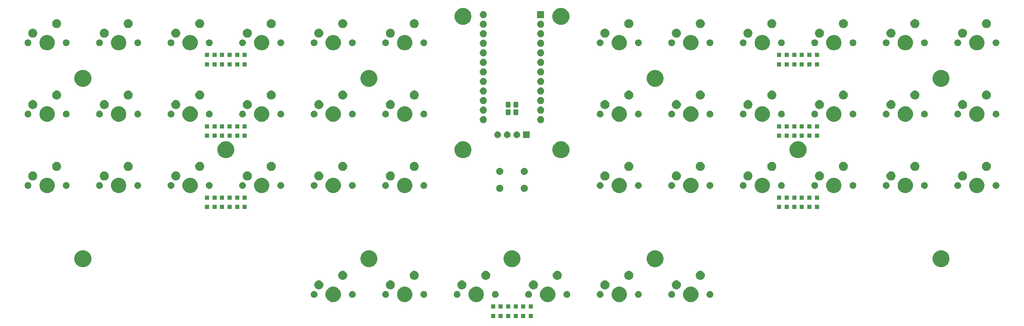
<source format=gbs>
G04 #@! TF.GenerationSoftware,KiCad,Pcbnew,(5.1.4)-1*
G04 #@! TF.CreationDate,2021-07-31T15:59:11-04:00*
G04 #@! TF.ProjectId,horizon,686f7269-7a6f-46e2-9e6b-696361645f70,rev?*
G04 #@! TF.SameCoordinates,Original*
G04 #@! TF.FileFunction,Soldermask,Bot*
G04 #@! TF.FilePolarity,Negative*
%FSLAX46Y46*%
G04 Gerber Fmt 4.6, Leading zero omitted, Abs format (unit mm)*
G04 Created by KiCad (PCBNEW (5.1.4)-1) date 2021-07-31 15:59:11*
%MOMM*%
%LPD*%
G04 APERTURE LIST*
%ADD10C,0.100000*%
G04 APERTURE END LIST*
D10*
G36*
X214551000Y-177801000D02*
G01*
X213449000Y-177801000D01*
X213449000Y-176699000D01*
X214551000Y-176699000D01*
X214551000Y-177801000D01*
X214551000Y-177801000D01*
G37*
G36*
X210551000Y-177801000D02*
G01*
X209449000Y-177801000D01*
X209449000Y-176699000D01*
X210551000Y-176699000D01*
X210551000Y-177801000D01*
X210551000Y-177801000D01*
G37*
G36*
X208551000Y-177801000D02*
G01*
X207449000Y-177801000D01*
X207449000Y-176699000D01*
X208551000Y-176699000D01*
X208551000Y-177801000D01*
X208551000Y-177801000D01*
G37*
G36*
X206551000Y-177801000D02*
G01*
X205449000Y-177801000D01*
X205449000Y-176699000D01*
X206551000Y-176699000D01*
X206551000Y-177801000D01*
X206551000Y-177801000D01*
G37*
G36*
X204551000Y-177801000D02*
G01*
X203449000Y-177801000D01*
X203449000Y-176699000D01*
X204551000Y-176699000D01*
X204551000Y-177801000D01*
X204551000Y-177801000D01*
G37*
G36*
X212551000Y-177801000D02*
G01*
X211449000Y-177801000D01*
X211449000Y-176699000D01*
X212551000Y-176699000D01*
X212551000Y-177801000D01*
X212551000Y-177801000D01*
G37*
G36*
X210551000Y-175301000D02*
G01*
X209449000Y-175301000D01*
X209449000Y-174199000D01*
X210551000Y-174199000D01*
X210551000Y-175301000D01*
X210551000Y-175301000D01*
G37*
G36*
X214551000Y-175301000D02*
G01*
X213449000Y-175301000D01*
X213449000Y-174199000D01*
X214551000Y-174199000D01*
X214551000Y-175301000D01*
X214551000Y-175301000D01*
G37*
G36*
X212551000Y-175301000D02*
G01*
X211449000Y-175301000D01*
X211449000Y-174199000D01*
X212551000Y-174199000D01*
X212551000Y-175301000D01*
X212551000Y-175301000D01*
G37*
G36*
X208551000Y-175301000D02*
G01*
X207449000Y-175301000D01*
X207449000Y-174199000D01*
X208551000Y-174199000D01*
X208551000Y-175301000D01*
X208551000Y-175301000D01*
G37*
G36*
X206551000Y-175301000D02*
G01*
X205449000Y-175301000D01*
X205449000Y-174199000D01*
X206551000Y-174199000D01*
X206551000Y-175301000D01*
X206551000Y-175301000D01*
G37*
G36*
X204551000Y-175301000D02*
G01*
X203449000Y-175301000D01*
X203449000Y-174199000D01*
X204551000Y-174199000D01*
X204551000Y-175301000D01*
X204551000Y-175301000D01*
G37*
G36*
X219096474Y-169533684D02*
G01*
X219314474Y-169623983D01*
X219468623Y-169687833D01*
X219803548Y-169911623D01*
X220088377Y-170196452D01*
X220312167Y-170531377D01*
X220376017Y-170685526D01*
X220466316Y-170903526D01*
X220544900Y-171298594D01*
X220544900Y-171701406D01*
X220466316Y-172096474D01*
X220382322Y-172299253D01*
X220312167Y-172468623D01*
X220088377Y-172803548D01*
X219803548Y-173088377D01*
X219468623Y-173312167D01*
X219314474Y-173376017D01*
X219096474Y-173466316D01*
X218701406Y-173544900D01*
X218298594Y-173544900D01*
X217903526Y-173466316D01*
X217685526Y-173376017D01*
X217531377Y-173312167D01*
X217196452Y-173088377D01*
X216911623Y-172803548D01*
X216687833Y-172468623D01*
X216617678Y-172299253D01*
X216533684Y-172096474D01*
X216455100Y-171701406D01*
X216455100Y-171298594D01*
X216533684Y-170903526D01*
X216623983Y-170685526D01*
X216687833Y-170531377D01*
X216911623Y-170196452D01*
X217196452Y-169911623D01*
X217531377Y-169687833D01*
X217685526Y-169623983D01*
X217903526Y-169533684D01*
X218298594Y-169455100D01*
X218701406Y-169455100D01*
X219096474Y-169533684D01*
X219096474Y-169533684D01*
G37*
G36*
X162096474Y-169533684D02*
G01*
X162314474Y-169623983D01*
X162468623Y-169687833D01*
X162803548Y-169911623D01*
X163088377Y-170196452D01*
X163312167Y-170531377D01*
X163376017Y-170685526D01*
X163466316Y-170903526D01*
X163544900Y-171298594D01*
X163544900Y-171701406D01*
X163466316Y-172096474D01*
X163382322Y-172299253D01*
X163312167Y-172468623D01*
X163088377Y-172803548D01*
X162803548Y-173088377D01*
X162468623Y-173312167D01*
X162314474Y-173376017D01*
X162096474Y-173466316D01*
X161701406Y-173544900D01*
X161298594Y-173544900D01*
X160903526Y-173466316D01*
X160685526Y-173376017D01*
X160531377Y-173312167D01*
X160196452Y-173088377D01*
X159911623Y-172803548D01*
X159687833Y-172468623D01*
X159617678Y-172299253D01*
X159533684Y-172096474D01*
X159455100Y-171701406D01*
X159455100Y-171298594D01*
X159533684Y-170903526D01*
X159623983Y-170685526D01*
X159687833Y-170531377D01*
X159911623Y-170196452D01*
X160196452Y-169911623D01*
X160531377Y-169687833D01*
X160685526Y-169623983D01*
X160903526Y-169533684D01*
X161298594Y-169455100D01*
X161701406Y-169455100D01*
X162096474Y-169533684D01*
X162096474Y-169533684D01*
G37*
G36*
X257096474Y-169533684D02*
G01*
X257314474Y-169623983D01*
X257468623Y-169687833D01*
X257803548Y-169911623D01*
X258088377Y-170196452D01*
X258312167Y-170531377D01*
X258376017Y-170685526D01*
X258466316Y-170903526D01*
X258544900Y-171298594D01*
X258544900Y-171701406D01*
X258466316Y-172096474D01*
X258382322Y-172299253D01*
X258312167Y-172468623D01*
X258088377Y-172803548D01*
X257803548Y-173088377D01*
X257468623Y-173312167D01*
X257314474Y-173376017D01*
X257096474Y-173466316D01*
X256701406Y-173544900D01*
X256298594Y-173544900D01*
X255903526Y-173466316D01*
X255685526Y-173376017D01*
X255531377Y-173312167D01*
X255196452Y-173088377D01*
X254911623Y-172803548D01*
X254687833Y-172468623D01*
X254617678Y-172299253D01*
X254533684Y-172096474D01*
X254455100Y-171701406D01*
X254455100Y-171298594D01*
X254533684Y-170903526D01*
X254623983Y-170685526D01*
X254687833Y-170531377D01*
X254911623Y-170196452D01*
X255196452Y-169911623D01*
X255531377Y-169687833D01*
X255685526Y-169623983D01*
X255903526Y-169533684D01*
X256298594Y-169455100D01*
X256701406Y-169455100D01*
X257096474Y-169533684D01*
X257096474Y-169533684D01*
G37*
G36*
X181096474Y-169533684D02*
G01*
X181314474Y-169623983D01*
X181468623Y-169687833D01*
X181803548Y-169911623D01*
X182088377Y-170196452D01*
X182312167Y-170531377D01*
X182376017Y-170685526D01*
X182466316Y-170903526D01*
X182544900Y-171298594D01*
X182544900Y-171701406D01*
X182466316Y-172096474D01*
X182382322Y-172299253D01*
X182312167Y-172468623D01*
X182088377Y-172803548D01*
X181803548Y-173088377D01*
X181468623Y-173312167D01*
X181314474Y-173376017D01*
X181096474Y-173466316D01*
X180701406Y-173544900D01*
X180298594Y-173544900D01*
X179903526Y-173466316D01*
X179685526Y-173376017D01*
X179531377Y-173312167D01*
X179196452Y-173088377D01*
X178911623Y-172803548D01*
X178687833Y-172468623D01*
X178617678Y-172299253D01*
X178533684Y-172096474D01*
X178455100Y-171701406D01*
X178455100Y-171298594D01*
X178533684Y-170903526D01*
X178623983Y-170685526D01*
X178687833Y-170531377D01*
X178911623Y-170196452D01*
X179196452Y-169911623D01*
X179531377Y-169687833D01*
X179685526Y-169623983D01*
X179903526Y-169533684D01*
X180298594Y-169455100D01*
X180701406Y-169455100D01*
X181096474Y-169533684D01*
X181096474Y-169533684D01*
G37*
G36*
X238096474Y-169533684D02*
G01*
X238314474Y-169623983D01*
X238468623Y-169687833D01*
X238803548Y-169911623D01*
X239088377Y-170196452D01*
X239312167Y-170531377D01*
X239376017Y-170685526D01*
X239466316Y-170903526D01*
X239544900Y-171298594D01*
X239544900Y-171701406D01*
X239466316Y-172096474D01*
X239382322Y-172299253D01*
X239312167Y-172468623D01*
X239088377Y-172803548D01*
X238803548Y-173088377D01*
X238468623Y-173312167D01*
X238314474Y-173376017D01*
X238096474Y-173466316D01*
X237701406Y-173544900D01*
X237298594Y-173544900D01*
X236903526Y-173466316D01*
X236685526Y-173376017D01*
X236531377Y-173312167D01*
X236196452Y-173088377D01*
X235911623Y-172803548D01*
X235687833Y-172468623D01*
X235617678Y-172299253D01*
X235533684Y-172096474D01*
X235455100Y-171701406D01*
X235455100Y-171298594D01*
X235533684Y-170903526D01*
X235623983Y-170685526D01*
X235687833Y-170531377D01*
X235911623Y-170196452D01*
X236196452Y-169911623D01*
X236531377Y-169687833D01*
X236685526Y-169623983D01*
X236903526Y-169533684D01*
X237298594Y-169455100D01*
X237701406Y-169455100D01*
X238096474Y-169533684D01*
X238096474Y-169533684D01*
G37*
G36*
X200096474Y-169533684D02*
G01*
X200314474Y-169623983D01*
X200468623Y-169687833D01*
X200803548Y-169911623D01*
X201088377Y-170196452D01*
X201312167Y-170531377D01*
X201376017Y-170685526D01*
X201466316Y-170903526D01*
X201544900Y-171298594D01*
X201544900Y-171701406D01*
X201466316Y-172096474D01*
X201382322Y-172299253D01*
X201312167Y-172468623D01*
X201088377Y-172803548D01*
X200803548Y-173088377D01*
X200468623Y-173312167D01*
X200314474Y-173376017D01*
X200096474Y-173466316D01*
X199701406Y-173544900D01*
X199298594Y-173544900D01*
X198903526Y-173466316D01*
X198685526Y-173376017D01*
X198531377Y-173312167D01*
X198196452Y-173088377D01*
X197911623Y-172803548D01*
X197687833Y-172468623D01*
X197617678Y-172299253D01*
X197533684Y-172096474D01*
X197455100Y-171701406D01*
X197455100Y-171298594D01*
X197533684Y-170903526D01*
X197623983Y-170685526D01*
X197687833Y-170531377D01*
X197911623Y-170196452D01*
X198196452Y-169911623D01*
X198531377Y-169687833D01*
X198685526Y-169623983D01*
X198903526Y-169533684D01*
X199298594Y-169455100D01*
X199701406Y-169455100D01*
X200096474Y-169533684D01*
X200096474Y-169533684D01*
G37*
G36*
X175595952Y-170615429D02*
G01*
X175683075Y-170632759D01*
X175792498Y-170678084D01*
X175847211Y-170700747D01*
X175993933Y-170798783D01*
X175994928Y-170799448D01*
X176120552Y-170925072D01*
X176120554Y-170925075D01*
X176219253Y-171072789D01*
X176219253Y-171072790D01*
X176287241Y-171236925D01*
X176321900Y-171411171D01*
X176321900Y-171588829D01*
X176287241Y-171763075D01*
X176241916Y-171872498D01*
X176219253Y-171927211D01*
X176121217Y-172073933D01*
X176120552Y-172074928D01*
X175994928Y-172200552D01*
X175994925Y-172200554D01*
X175847211Y-172299253D01*
X175792498Y-172321916D01*
X175683075Y-172367241D01*
X175595952Y-172384571D01*
X175508831Y-172401900D01*
X175331169Y-172401900D01*
X175244048Y-172384571D01*
X175156925Y-172367241D01*
X175047502Y-172321916D01*
X174992789Y-172299253D01*
X174845075Y-172200554D01*
X174845072Y-172200552D01*
X174719448Y-172074928D01*
X174718783Y-172073933D01*
X174620747Y-171927211D01*
X174598084Y-171872498D01*
X174552759Y-171763075D01*
X174518100Y-171588829D01*
X174518100Y-171411171D01*
X174552759Y-171236925D01*
X174620747Y-171072790D01*
X174620747Y-171072789D01*
X174719446Y-170925075D01*
X174719448Y-170925072D01*
X174845072Y-170799448D01*
X174846067Y-170798783D01*
X174992789Y-170700747D01*
X175047502Y-170678084D01*
X175156925Y-170632759D01*
X175244048Y-170615429D01*
X175331169Y-170598100D01*
X175508831Y-170598100D01*
X175595952Y-170615429D01*
X175595952Y-170615429D01*
G37*
G36*
X166755952Y-170615429D02*
G01*
X166843075Y-170632759D01*
X166952498Y-170678084D01*
X167007211Y-170700747D01*
X167153933Y-170798783D01*
X167154928Y-170799448D01*
X167280552Y-170925072D01*
X167280554Y-170925075D01*
X167379253Y-171072789D01*
X167379253Y-171072790D01*
X167447241Y-171236925D01*
X167481900Y-171411171D01*
X167481900Y-171588829D01*
X167447241Y-171763075D01*
X167401916Y-171872498D01*
X167379253Y-171927211D01*
X167281217Y-172073933D01*
X167280552Y-172074928D01*
X167154928Y-172200552D01*
X167154925Y-172200554D01*
X167007211Y-172299253D01*
X166952498Y-172321916D01*
X166843075Y-172367241D01*
X166755952Y-172384571D01*
X166668831Y-172401900D01*
X166491169Y-172401900D01*
X166404048Y-172384571D01*
X166316925Y-172367241D01*
X166207502Y-172321916D01*
X166152789Y-172299253D01*
X166005075Y-172200554D01*
X166005072Y-172200552D01*
X165879448Y-172074928D01*
X165878783Y-172073933D01*
X165780747Y-171927211D01*
X165758084Y-171872498D01*
X165712759Y-171763075D01*
X165678100Y-171588829D01*
X165678100Y-171411171D01*
X165712759Y-171236925D01*
X165780747Y-171072790D01*
X165780747Y-171072789D01*
X165879446Y-170925075D01*
X165879448Y-170925072D01*
X166005072Y-170799448D01*
X166006067Y-170798783D01*
X166152789Y-170700747D01*
X166207502Y-170678084D01*
X166316925Y-170632759D01*
X166404048Y-170615429D01*
X166491169Y-170598100D01*
X166668831Y-170598100D01*
X166755952Y-170615429D01*
X166755952Y-170615429D01*
G37*
G36*
X156595952Y-170615429D02*
G01*
X156683075Y-170632759D01*
X156792498Y-170678084D01*
X156847211Y-170700747D01*
X156993933Y-170798783D01*
X156994928Y-170799448D01*
X157120552Y-170925072D01*
X157120554Y-170925075D01*
X157219253Y-171072789D01*
X157219253Y-171072790D01*
X157287241Y-171236925D01*
X157321900Y-171411171D01*
X157321900Y-171588829D01*
X157287241Y-171763075D01*
X157241916Y-171872498D01*
X157219253Y-171927211D01*
X157121217Y-172073933D01*
X157120552Y-172074928D01*
X156994928Y-172200552D01*
X156994925Y-172200554D01*
X156847211Y-172299253D01*
X156792498Y-172321916D01*
X156683075Y-172367241D01*
X156595952Y-172384571D01*
X156508831Y-172401900D01*
X156331169Y-172401900D01*
X156244048Y-172384571D01*
X156156925Y-172367241D01*
X156047502Y-172321916D01*
X155992789Y-172299253D01*
X155845075Y-172200554D01*
X155845072Y-172200552D01*
X155719448Y-172074928D01*
X155718783Y-172073933D01*
X155620747Y-171927211D01*
X155598084Y-171872498D01*
X155552759Y-171763075D01*
X155518100Y-171588829D01*
X155518100Y-171411171D01*
X155552759Y-171236925D01*
X155620747Y-171072790D01*
X155620747Y-171072789D01*
X155719446Y-170925075D01*
X155719448Y-170925072D01*
X155845072Y-170799448D01*
X155846067Y-170798783D01*
X155992789Y-170700747D01*
X156047502Y-170678084D01*
X156156925Y-170632759D01*
X156244048Y-170615429D01*
X156331169Y-170598100D01*
X156508831Y-170598100D01*
X156595952Y-170615429D01*
X156595952Y-170615429D01*
G37*
G36*
X185755952Y-170615429D02*
G01*
X185843075Y-170632759D01*
X185952498Y-170678084D01*
X186007211Y-170700747D01*
X186153933Y-170798783D01*
X186154928Y-170799448D01*
X186280552Y-170925072D01*
X186280554Y-170925075D01*
X186379253Y-171072789D01*
X186379253Y-171072790D01*
X186447241Y-171236925D01*
X186481900Y-171411171D01*
X186481900Y-171588829D01*
X186447241Y-171763075D01*
X186401916Y-171872498D01*
X186379253Y-171927211D01*
X186281217Y-172073933D01*
X186280552Y-172074928D01*
X186154928Y-172200552D01*
X186154925Y-172200554D01*
X186007211Y-172299253D01*
X185952498Y-172321916D01*
X185843075Y-172367241D01*
X185755952Y-172384571D01*
X185668831Y-172401900D01*
X185491169Y-172401900D01*
X185404048Y-172384571D01*
X185316925Y-172367241D01*
X185207502Y-172321916D01*
X185152789Y-172299253D01*
X185005075Y-172200554D01*
X185005072Y-172200552D01*
X184879448Y-172074928D01*
X184878783Y-172073933D01*
X184780747Y-171927211D01*
X184758084Y-171872498D01*
X184712759Y-171763075D01*
X184678100Y-171588829D01*
X184678100Y-171411171D01*
X184712759Y-171236925D01*
X184780747Y-171072790D01*
X184780747Y-171072789D01*
X184879446Y-170925075D01*
X184879448Y-170925072D01*
X185005072Y-170799448D01*
X185006067Y-170798783D01*
X185152789Y-170700747D01*
X185207502Y-170678084D01*
X185316925Y-170632759D01*
X185404048Y-170615429D01*
X185491169Y-170598100D01*
X185668831Y-170598100D01*
X185755952Y-170615429D01*
X185755952Y-170615429D01*
G37*
G36*
X204755952Y-170615429D02*
G01*
X204843075Y-170632759D01*
X204952498Y-170678084D01*
X205007211Y-170700747D01*
X205153933Y-170798783D01*
X205154928Y-170799448D01*
X205280552Y-170925072D01*
X205280554Y-170925075D01*
X205379253Y-171072789D01*
X205379253Y-171072790D01*
X205447241Y-171236925D01*
X205481900Y-171411171D01*
X205481900Y-171588829D01*
X205447241Y-171763075D01*
X205401916Y-171872498D01*
X205379253Y-171927211D01*
X205281217Y-172073933D01*
X205280552Y-172074928D01*
X205154928Y-172200552D01*
X205154925Y-172200554D01*
X205007211Y-172299253D01*
X204952498Y-172321916D01*
X204843075Y-172367241D01*
X204755952Y-172384571D01*
X204668831Y-172401900D01*
X204491169Y-172401900D01*
X204404048Y-172384571D01*
X204316925Y-172367241D01*
X204207502Y-172321916D01*
X204152789Y-172299253D01*
X204005075Y-172200554D01*
X204005072Y-172200552D01*
X203879448Y-172074928D01*
X203878783Y-172073933D01*
X203780747Y-171927211D01*
X203758084Y-171872498D01*
X203712759Y-171763075D01*
X203678100Y-171588829D01*
X203678100Y-171411171D01*
X203712759Y-171236925D01*
X203780747Y-171072790D01*
X203780747Y-171072789D01*
X203879446Y-170925075D01*
X203879448Y-170925072D01*
X204005072Y-170799448D01*
X204006067Y-170798783D01*
X204152789Y-170700747D01*
X204207502Y-170678084D01*
X204316925Y-170632759D01*
X204404048Y-170615429D01*
X204491169Y-170598100D01*
X204668831Y-170598100D01*
X204755952Y-170615429D01*
X204755952Y-170615429D01*
G37*
G36*
X194595952Y-170615429D02*
G01*
X194683075Y-170632759D01*
X194792498Y-170678084D01*
X194847211Y-170700747D01*
X194993933Y-170798783D01*
X194994928Y-170799448D01*
X195120552Y-170925072D01*
X195120554Y-170925075D01*
X195219253Y-171072789D01*
X195219253Y-171072790D01*
X195287241Y-171236925D01*
X195321900Y-171411171D01*
X195321900Y-171588829D01*
X195287241Y-171763075D01*
X195241916Y-171872498D01*
X195219253Y-171927211D01*
X195121217Y-172073933D01*
X195120552Y-172074928D01*
X194994928Y-172200552D01*
X194994925Y-172200554D01*
X194847211Y-172299253D01*
X194792498Y-172321916D01*
X194683075Y-172367241D01*
X194595952Y-172384571D01*
X194508831Y-172401900D01*
X194331169Y-172401900D01*
X194244048Y-172384571D01*
X194156925Y-172367241D01*
X194047502Y-172321916D01*
X193992789Y-172299253D01*
X193845075Y-172200554D01*
X193845072Y-172200552D01*
X193719448Y-172074928D01*
X193718783Y-172073933D01*
X193620747Y-171927211D01*
X193598084Y-171872498D01*
X193552759Y-171763075D01*
X193518100Y-171588829D01*
X193518100Y-171411171D01*
X193552759Y-171236925D01*
X193620747Y-171072790D01*
X193620747Y-171072789D01*
X193719446Y-170925075D01*
X193719448Y-170925072D01*
X193845072Y-170799448D01*
X193846067Y-170798783D01*
X193992789Y-170700747D01*
X194047502Y-170678084D01*
X194156925Y-170632759D01*
X194244048Y-170615429D01*
X194331169Y-170598100D01*
X194508831Y-170598100D01*
X194595952Y-170615429D01*
X194595952Y-170615429D01*
G37*
G36*
X223755952Y-170615429D02*
G01*
X223843075Y-170632759D01*
X223952498Y-170678084D01*
X224007211Y-170700747D01*
X224153933Y-170798783D01*
X224154928Y-170799448D01*
X224280552Y-170925072D01*
X224280554Y-170925075D01*
X224379253Y-171072789D01*
X224379253Y-171072790D01*
X224447241Y-171236925D01*
X224481900Y-171411171D01*
X224481900Y-171588829D01*
X224447241Y-171763075D01*
X224401916Y-171872498D01*
X224379253Y-171927211D01*
X224281217Y-172073933D01*
X224280552Y-172074928D01*
X224154928Y-172200552D01*
X224154925Y-172200554D01*
X224007211Y-172299253D01*
X223952498Y-172321916D01*
X223843075Y-172367241D01*
X223755952Y-172384571D01*
X223668831Y-172401900D01*
X223491169Y-172401900D01*
X223404048Y-172384571D01*
X223316925Y-172367241D01*
X223207502Y-172321916D01*
X223152789Y-172299253D01*
X223005075Y-172200554D01*
X223005072Y-172200552D01*
X222879448Y-172074928D01*
X222878783Y-172073933D01*
X222780747Y-171927211D01*
X222758084Y-171872498D01*
X222712759Y-171763075D01*
X222678100Y-171588829D01*
X222678100Y-171411171D01*
X222712759Y-171236925D01*
X222780747Y-171072790D01*
X222780747Y-171072789D01*
X222879446Y-170925075D01*
X222879448Y-170925072D01*
X223005072Y-170799448D01*
X223006067Y-170798783D01*
X223152789Y-170700747D01*
X223207502Y-170678084D01*
X223316925Y-170632759D01*
X223404048Y-170615429D01*
X223491169Y-170598100D01*
X223668831Y-170598100D01*
X223755952Y-170615429D01*
X223755952Y-170615429D01*
G37*
G36*
X232595952Y-170615429D02*
G01*
X232683075Y-170632759D01*
X232792498Y-170678084D01*
X232847211Y-170700747D01*
X232993933Y-170798783D01*
X232994928Y-170799448D01*
X233120552Y-170925072D01*
X233120554Y-170925075D01*
X233219253Y-171072789D01*
X233219253Y-171072790D01*
X233287241Y-171236925D01*
X233321900Y-171411171D01*
X233321900Y-171588829D01*
X233287241Y-171763075D01*
X233241916Y-171872498D01*
X233219253Y-171927211D01*
X233121217Y-172073933D01*
X233120552Y-172074928D01*
X232994928Y-172200552D01*
X232994925Y-172200554D01*
X232847211Y-172299253D01*
X232792498Y-172321916D01*
X232683075Y-172367241D01*
X232595952Y-172384571D01*
X232508831Y-172401900D01*
X232331169Y-172401900D01*
X232244048Y-172384571D01*
X232156925Y-172367241D01*
X232047502Y-172321916D01*
X231992789Y-172299253D01*
X231845075Y-172200554D01*
X231845072Y-172200552D01*
X231719448Y-172074928D01*
X231718783Y-172073933D01*
X231620747Y-171927211D01*
X231598084Y-171872498D01*
X231552759Y-171763075D01*
X231518100Y-171588829D01*
X231518100Y-171411171D01*
X231552759Y-171236925D01*
X231620747Y-171072790D01*
X231620747Y-171072789D01*
X231719446Y-170925075D01*
X231719448Y-170925072D01*
X231845072Y-170799448D01*
X231846067Y-170798783D01*
X231992789Y-170700747D01*
X232047502Y-170678084D01*
X232156925Y-170632759D01*
X232244048Y-170615429D01*
X232331169Y-170598100D01*
X232508831Y-170598100D01*
X232595952Y-170615429D01*
X232595952Y-170615429D01*
G37*
G36*
X213595952Y-170615429D02*
G01*
X213683075Y-170632759D01*
X213792498Y-170678084D01*
X213847211Y-170700747D01*
X213993933Y-170798783D01*
X213994928Y-170799448D01*
X214120552Y-170925072D01*
X214120554Y-170925075D01*
X214219253Y-171072789D01*
X214219253Y-171072790D01*
X214287241Y-171236925D01*
X214321900Y-171411171D01*
X214321900Y-171588829D01*
X214287241Y-171763075D01*
X214241916Y-171872498D01*
X214219253Y-171927211D01*
X214121217Y-172073933D01*
X214120552Y-172074928D01*
X213994928Y-172200552D01*
X213994925Y-172200554D01*
X213847211Y-172299253D01*
X213792498Y-172321916D01*
X213683075Y-172367241D01*
X213595952Y-172384571D01*
X213508831Y-172401900D01*
X213331169Y-172401900D01*
X213244048Y-172384571D01*
X213156925Y-172367241D01*
X213047502Y-172321916D01*
X212992789Y-172299253D01*
X212845075Y-172200554D01*
X212845072Y-172200552D01*
X212719448Y-172074928D01*
X212718783Y-172073933D01*
X212620747Y-171927211D01*
X212598084Y-171872498D01*
X212552759Y-171763075D01*
X212518100Y-171588829D01*
X212518100Y-171411171D01*
X212552759Y-171236925D01*
X212620747Y-171072790D01*
X212620747Y-171072789D01*
X212719446Y-170925075D01*
X212719448Y-170925072D01*
X212845072Y-170799448D01*
X212846067Y-170798783D01*
X212992789Y-170700747D01*
X213047502Y-170678084D01*
X213156925Y-170632759D01*
X213244048Y-170615429D01*
X213331169Y-170598100D01*
X213508831Y-170598100D01*
X213595952Y-170615429D01*
X213595952Y-170615429D01*
G37*
G36*
X242755952Y-170615429D02*
G01*
X242843075Y-170632759D01*
X242952498Y-170678084D01*
X243007211Y-170700747D01*
X243153933Y-170798783D01*
X243154928Y-170799448D01*
X243280552Y-170925072D01*
X243280554Y-170925075D01*
X243379253Y-171072789D01*
X243379253Y-171072790D01*
X243447241Y-171236925D01*
X243481900Y-171411171D01*
X243481900Y-171588829D01*
X243447241Y-171763075D01*
X243401916Y-171872498D01*
X243379253Y-171927211D01*
X243281217Y-172073933D01*
X243280552Y-172074928D01*
X243154928Y-172200552D01*
X243154925Y-172200554D01*
X243007211Y-172299253D01*
X242952498Y-172321916D01*
X242843075Y-172367241D01*
X242755952Y-172384571D01*
X242668831Y-172401900D01*
X242491169Y-172401900D01*
X242404048Y-172384571D01*
X242316925Y-172367241D01*
X242207502Y-172321916D01*
X242152789Y-172299253D01*
X242005075Y-172200554D01*
X242005072Y-172200552D01*
X241879448Y-172074928D01*
X241878783Y-172073933D01*
X241780747Y-171927211D01*
X241758084Y-171872498D01*
X241712759Y-171763075D01*
X241678100Y-171588829D01*
X241678100Y-171411171D01*
X241712759Y-171236925D01*
X241780747Y-171072790D01*
X241780747Y-171072789D01*
X241879446Y-170925075D01*
X241879448Y-170925072D01*
X242005072Y-170799448D01*
X242006067Y-170798783D01*
X242152789Y-170700747D01*
X242207502Y-170678084D01*
X242316925Y-170632759D01*
X242404048Y-170615429D01*
X242491169Y-170598100D01*
X242668831Y-170598100D01*
X242755952Y-170615429D01*
X242755952Y-170615429D01*
G37*
G36*
X261755952Y-170615429D02*
G01*
X261843075Y-170632759D01*
X261952498Y-170678084D01*
X262007211Y-170700747D01*
X262153933Y-170798783D01*
X262154928Y-170799448D01*
X262280552Y-170925072D01*
X262280554Y-170925075D01*
X262379253Y-171072789D01*
X262379253Y-171072790D01*
X262447241Y-171236925D01*
X262481900Y-171411171D01*
X262481900Y-171588829D01*
X262447241Y-171763075D01*
X262401916Y-171872498D01*
X262379253Y-171927211D01*
X262281217Y-172073933D01*
X262280552Y-172074928D01*
X262154928Y-172200552D01*
X262154925Y-172200554D01*
X262007211Y-172299253D01*
X261952498Y-172321916D01*
X261843075Y-172367241D01*
X261755952Y-172384571D01*
X261668831Y-172401900D01*
X261491169Y-172401900D01*
X261404048Y-172384571D01*
X261316925Y-172367241D01*
X261207502Y-172321916D01*
X261152789Y-172299253D01*
X261005075Y-172200554D01*
X261005072Y-172200552D01*
X260879448Y-172074928D01*
X260878783Y-172073933D01*
X260780747Y-171927211D01*
X260758084Y-171872498D01*
X260712759Y-171763075D01*
X260678100Y-171588829D01*
X260678100Y-171411171D01*
X260712759Y-171236925D01*
X260780747Y-171072790D01*
X260780747Y-171072789D01*
X260879446Y-170925075D01*
X260879448Y-170925072D01*
X261005072Y-170799448D01*
X261006067Y-170798783D01*
X261152789Y-170700747D01*
X261207502Y-170678084D01*
X261316925Y-170632759D01*
X261404048Y-170615429D01*
X261491169Y-170598100D01*
X261668831Y-170598100D01*
X261755952Y-170615429D01*
X261755952Y-170615429D01*
G37*
G36*
X251595952Y-170615429D02*
G01*
X251683075Y-170632759D01*
X251792498Y-170678084D01*
X251847211Y-170700747D01*
X251993933Y-170798783D01*
X251994928Y-170799448D01*
X252120552Y-170925072D01*
X252120554Y-170925075D01*
X252219253Y-171072789D01*
X252219253Y-171072790D01*
X252287241Y-171236925D01*
X252321900Y-171411171D01*
X252321900Y-171588829D01*
X252287241Y-171763075D01*
X252241916Y-171872498D01*
X252219253Y-171927211D01*
X252121217Y-172073933D01*
X252120552Y-172074928D01*
X251994928Y-172200552D01*
X251994925Y-172200554D01*
X251847211Y-172299253D01*
X251792498Y-172321916D01*
X251683075Y-172367241D01*
X251595952Y-172384571D01*
X251508831Y-172401900D01*
X251331169Y-172401900D01*
X251244048Y-172384571D01*
X251156925Y-172367241D01*
X251047502Y-172321916D01*
X250992789Y-172299253D01*
X250845075Y-172200554D01*
X250845072Y-172200552D01*
X250719448Y-172074928D01*
X250718783Y-172073933D01*
X250620747Y-171927211D01*
X250598084Y-171872498D01*
X250552759Y-171763075D01*
X250518100Y-171588829D01*
X250518100Y-171411171D01*
X250552759Y-171236925D01*
X250620747Y-171072790D01*
X250620747Y-171072789D01*
X250719446Y-170925075D01*
X250719448Y-170925072D01*
X250845072Y-170799448D01*
X250846067Y-170798783D01*
X250992789Y-170700747D01*
X251047502Y-170678084D01*
X251156925Y-170632759D01*
X251244048Y-170615429D01*
X251331169Y-170598100D01*
X251508831Y-170598100D01*
X251595952Y-170615429D01*
X251595952Y-170615429D01*
G37*
G36*
X215040114Y-167805826D02*
G01*
X215258554Y-167896307D01*
X215258555Y-167896308D01*
X215455147Y-168027666D01*
X215622334Y-168194853D01*
X215622335Y-168194855D01*
X215753693Y-168391446D01*
X215844174Y-168609886D01*
X215890300Y-168841779D01*
X215890300Y-169078221D01*
X215844174Y-169310114D01*
X215753693Y-169528554D01*
X215688459Y-169626184D01*
X215622334Y-169725147D01*
X215455147Y-169892334D01*
X215356184Y-169958459D01*
X215258554Y-170023693D01*
X215040114Y-170114174D01*
X214808221Y-170160300D01*
X214571779Y-170160300D01*
X214339886Y-170114174D01*
X214121446Y-170023693D01*
X214023816Y-169958459D01*
X213924853Y-169892334D01*
X213757666Y-169725147D01*
X213691541Y-169626184D01*
X213626307Y-169528554D01*
X213535826Y-169310114D01*
X213489700Y-169078221D01*
X213489700Y-168841779D01*
X213535826Y-168609886D01*
X213626307Y-168391446D01*
X213757665Y-168194855D01*
X213757666Y-168194853D01*
X213924853Y-168027666D01*
X214121445Y-167896308D01*
X214121446Y-167896307D01*
X214339886Y-167805826D01*
X214571779Y-167759700D01*
X214808221Y-167759700D01*
X215040114Y-167805826D01*
X215040114Y-167805826D01*
G37*
G36*
X177040114Y-167805826D02*
G01*
X177258554Y-167896307D01*
X177258555Y-167896308D01*
X177455147Y-168027666D01*
X177622334Y-168194853D01*
X177622335Y-168194855D01*
X177753693Y-168391446D01*
X177844174Y-168609886D01*
X177890300Y-168841779D01*
X177890300Y-169078221D01*
X177844174Y-169310114D01*
X177753693Y-169528554D01*
X177688459Y-169626184D01*
X177622334Y-169725147D01*
X177455147Y-169892334D01*
X177356184Y-169958459D01*
X177258554Y-170023693D01*
X177040114Y-170114174D01*
X176808221Y-170160300D01*
X176571779Y-170160300D01*
X176339886Y-170114174D01*
X176121446Y-170023693D01*
X176023816Y-169958459D01*
X175924853Y-169892334D01*
X175757666Y-169725147D01*
X175691541Y-169626184D01*
X175626307Y-169528554D01*
X175535826Y-169310114D01*
X175489700Y-169078221D01*
X175489700Y-168841779D01*
X175535826Y-168609886D01*
X175626307Y-168391446D01*
X175757665Y-168194855D01*
X175757666Y-168194853D01*
X175924853Y-168027666D01*
X176121445Y-167896308D01*
X176121446Y-167896307D01*
X176339886Y-167805826D01*
X176571779Y-167759700D01*
X176808221Y-167759700D01*
X177040114Y-167805826D01*
X177040114Y-167805826D01*
G37*
G36*
X196040114Y-167805826D02*
G01*
X196258554Y-167896307D01*
X196258555Y-167896308D01*
X196455147Y-168027666D01*
X196622334Y-168194853D01*
X196622335Y-168194855D01*
X196753693Y-168391446D01*
X196844174Y-168609886D01*
X196890300Y-168841779D01*
X196890300Y-169078221D01*
X196844174Y-169310114D01*
X196753693Y-169528554D01*
X196688459Y-169626184D01*
X196622334Y-169725147D01*
X196455147Y-169892334D01*
X196356184Y-169958459D01*
X196258554Y-170023693D01*
X196040114Y-170114174D01*
X195808221Y-170160300D01*
X195571779Y-170160300D01*
X195339886Y-170114174D01*
X195121446Y-170023693D01*
X195023816Y-169958459D01*
X194924853Y-169892334D01*
X194757666Y-169725147D01*
X194691541Y-169626184D01*
X194626307Y-169528554D01*
X194535826Y-169310114D01*
X194489700Y-169078221D01*
X194489700Y-168841779D01*
X194535826Y-168609886D01*
X194626307Y-168391446D01*
X194757665Y-168194855D01*
X194757666Y-168194853D01*
X194924853Y-168027666D01*
X195121445Y-167896308D01*
X195121446Y-167896307D01*
X195339886Y-167805826D01*
X195571779Y-167759700D01*
X195808221Y-167759700D01*
X196040114Y-167805826D01*
X196040114Y-167805826D01*
G37*
G36*
X158040114Y-167805826D02*
G01*
X158258554Y-167896307D01*
X158258555Y-167896308D01*
X158455147Y-168027666D01*
X158622334Y-168194853D01*
X158622335Y-168194855D01*
X158753693Y-168391446D01*
X158844174Y-168609886D01*
X158890300Y-168841779D01*
X158890300Y-169078221D01*
X158844174Y-169310114D01*
X158753693Y-169528554D01*
X158688459Y-169626184D01*
X158622334Y-169725147D01*
X158455147Y-169892334D01*
X158356184Y-169958459D01*
X158258554Y-170023693D01*
X158040114Y-170114174D01*
X157808221Y-170160300D01*
X157571779Y-170160300D01*
X157339886Y-170114174D01*
X157121446Y-170023693D01*
X157023816Y-169958459D01*
X156924853Y-169892334D01*
X156757666Y-169725147D01*
X156691541Y-169626184D01*
X156626307Y-169528554D01*
X156535826Y-169310114D01*
X156489700Y-169078221D01*
X156489700Y-168841779D01*
X156535826Y-168609886D01*
X156626307Y-168391446D01*
X156757665Y-168194855D01*
X156757666Y-168194853D01*
X156924853Y-168027666D01*
X157121445Y-167896308D01*
X157121446Y-167896307D01*
X157339886Y-167805826D01*
X157571779Y-167759700D01*
X157808221Y-167759700D01*
X158040114Y-167805826D01*
X158040114Y-167805826D01*
G37*
G36*
X234040114Y-167805826D02*
G01*
X234258554Y-167896307D01*
X234258555Y-167896308D01*
X234455147Y-168027666D01*
X234622334Y-168194853D01*
X234622335Y-168194855D01*
X234753693Y-168391446D01*
X234844174Y-168609886D01*
X234890300Y-168841779D01*
X234890300Y-169078221D01*
X234844174Y-169310114D01*
X234753693Y-169528554D01*
X234688459Y-169626184D01*
X234622334Y-169725147D01*
X234455147Y-169892334D01*
X234356184Y-169958459D01*
X234258554Y-170023693D01*
X234040114Y-170114174D01*
X233808221Y-170160300D01*
X233571779Y-170160300D01*
X233339886Y-170114174D01*
X233121446Y-170023693D01*
X233023816Y-169958459D01*
X232924853Y-169892334D01*
X232757666Y-169725147D01*
X232691541Y-169626184D01*
X232626307Y-169528554D01*
X232535826Y-169310114D01*
X232489700Y-169078221D01*
X232489700Y-168841779D01*
X232535826Y-168609886D01*
X232626307Y-168391446D01*
X232757665Y-168194855D01*
X232757666Y-168194853D01*
X232924853Y-168027666D01*
X233121445Y-167896308D01*
X233121446Y-167896307D01*
X233339886Y-167805826D01*
X233571779Y-167759700D01*
X233808221Y-167759700D01*
X234040114Y-167805826D01*
X234040114Y-167805826D01*
G37*
G36*
X253040114Y-167805826D02*
G01*
X253258554Y-167896307D01*
X253258555Y-167896308D01*
X253455147Y-168027666D01*
X253622334Y-168194853D01*
X253622335Y-168194855D01*
X253753693Y-168391446D01*
X253844174Y-168609886D01*
X253890300Y-168841779D01*
X253890300Y-169078221D01*
X253844174Y-169310114D01*
X253753693Y-169528554D01*
X253688459Y-169626184D01*
X253622334Y-169725147D01*
X253455147Y-169892334D01*
X253356184Y-169958459D01*
X253258554Y-170023693D01*
X253040114Y-170114174D01*
X252808221Y-170160300D01*
X252571779Y-170160300D01*
X252339886Y-170114174D01*
X252121446Y-170023693D01*
X252023816Y-169958459D01*
X251924853Y-169892334D01*
X251757666Y-169725147D01*
X251691541Y-169626184D01*
X251626307Y-169528554D01*
X251535826Y-169310114D01*
X251489700Y-169078221D01*
X251489700Y-168841779D01*
X251535826Y-168609886D01*
X251626307Y-168391446D01*
X251757665Y-168194855D01*
X251757666Y-168194853D01*
X251924853Y-168027666D01*
X252121445Y-167896308D01*
X252121446Y-167896307D01*
X252339886Y-167805826D01*
X252571779Y-167759700D01*
X252808221Y-167759700D01*
X253040114Y-167805826D01*
X253040114Y-167805826D01*
G37*
G36*
X221390114Y-165265826D02*
G01*
X221608554Y-165356307D01*
X221608555Y-165356308D01*
X221805147Y-165487666D01*
X221972334Y-165654853D01*
X221972335Y-165654855D01*
X222103693Y-165851446D01*
X222194174Y-166069886D01*
X222240300Y-166301779D01*
X222240300Y-166538221D01*
X222194174Y-166770114D01*
X222103693Y-166988554D01*
X222103692Y-166988555D01*
X221972334Y-167185147D01*
X221805147Y-167352334D01*
X221706184Y-167418459D01*
X221608554Y-167483693D01*
X221390114Y-167574174D01*
X221158221Y-167620300D01*
X220921779Y-167620300D01*
X220689886Y-167574174D01*
X220471446Y-167483693D01*
X220373816Y-167418459D01*
X220274853Y-167352334D01*
X220107666Y-167185147D01*
X219976308Y-166988555D01*
X219976307Y-166988554D01*
X219885826Y-166770114D01*
X219839700Y-166538221D01*
X219839700Y-166301779D01*
X219885826Y-166069886D01*
X219976307Y-165851446D01*
X220107665Y-165654855D01*
X220107666Y-165654853D01*
X220274853Y-165487666D01*
X220471445Y-165356308D01*
X220471446Y-165356307D01*
X220689886Y-165265826D01*
X220921779Y-165219700D01*
X221158221Y-165219700D01*
X221390114Y-165265826D01*
X221390114Y-165265826D01*
G37*
G36*
X164390114Y-165265826D02*
G01*
X164608554Y-165356307D01*
X164608555Y-165356308D01*
X164805147Y-165487666D01*
X164972334Y-165654853D01*
X164972335Y-165654855D01*
X165103693Y-165851446D01*
X165194174Y-166069886D01*
X165240300Y-166301779D01*
X165240300Y-166538221D01*
X165194174Y-166770114D01*
X165103693Y-166988554D01*
X165103692Y-166988555D01*
X164972334Y-167185147D01*
X164805147Y-167352334D01*
X164706184Y-167418459D01*
X164608554Y-167483693D01*
X164390114Y-167574174D01*
X164158221Y-167620300D01*
X163921779Y-167620300D01*
X163689886Y-167574174D01*
X163471446Y-167483693D01*
X163373816Y-167418459D01*
X163274853Y-167352334D01*
X163107666Y-167185147D01*
X162976308Y-166988555D01*
X162976307Y-166988554D01*
X162885826Y-166770114D01*
X162839700Y-166538221D01*
X162839700Y-166301779D01*
X162885826Y-166069886D01*
X162976307Y-165851446D01*
X163107665Y-165654855D01*
X163107666Y-165654853D01*
X163274853Y-165487666D01*
X163471445Y-165356308D01*
X163471446Y-165356307D01*
X163689886Y-165265826D01*
X163921779Y-165219700D01*
X164158221Y-165219700D01*
X164390114Y-165265826D01*
X164390114Y-165265826D01*
G37*
G36*
X183390114Y-165265826D02*
G01*
X183608554Y-165356307D01*
X183608555Y-165356308D01*
X183805147Y-165487666D01*
X183972334Y-165654853D01*
X183972335Y-165654855D01*
X184103693Y-165851446D01*
X184194174Y-166069886D01*
X184240300Y-166301779D01*
X184240300Y-166538221D01*
X184194174Y-166770114D01*
X184103693Y-166988554D01*
X184103692Y-166988555D01*
X183972334Y-167185147D01*
X183805147Y-167352334D01*
X183706184Y-167418459D01*
X183608554Y-167483693D01*
X183390114Y-167574174D01*
X183158221Y-167620300D01*
X182921779Y-167620300D01*
X182689886Y-167574174D01*
X182471446Y-167483693D01*
X182373816Y-167418459D01*
X182274853Y-167352334D01*
X182107666Y-167185147D01*
X181976308Y-166988555D01*
X181976307Y-166988554D01*
X181885826Y-166770114D01*
X181839700Y-166538221D01*
X181839700Y-166301779D01*
X181885826Y-166069886D01*
X181976307Y-165851446D01*
X182107665Y-165654855D01*
X182107666Y-165654853D01*
X182274853Y-165487666D01*
X182471445Y-165356308D01*
X182471446Y-165356307D01*
X182689886Y-165265826D01*
X182921779Y-165219700D01*
X183158221Y-165219700D01*
X183390114Y-165265826D01*
X183390114Y-165265826D01*
G37*
G36*
X202390114Y-165265826D02*
G01*
X202608554Y-165356307D01*
X202608555Y-165356308D01*
X202805147Y-165487666D01*
X202972334Y-165654853D01*
X202972335Y-165654855D01*
X203103693Y-165851446D01*
X203194174Y-166069886D01*
X203240300Y-166301779D01*
X203240300Y-166538221D01*
X203194174Y-166770114D01*
X203103693Y-166988554D01*
X203103692Y-166988555D01*
X202972334Y-167185147D01*
X202805147Y-167352334D01*
X202706184Y-167418459D01*
X202608554Y-167483693D01*
X202390114Y-167574174D01*
X202158221Y-167620300D01*
X201921779Y-167620300D01*
X201689886Y-167574174D01*
X201471446Y-167483693D01*
X201373816Y-167418459D01*
X201274853Y-167352334D01*
X201107666Y-167185147D01*
X200976308Y-166988555D01*
X200976307Y-166988554D01*
X200885826Y-166770114D01*
X200839700Y-166538221D01*
X200839700Y-166301779D01*
X200885826Y-166069886D01*
X200976307Y-165851446D01*
X201107665Y-165654855D01*
X201107666Y-165654853D01*
X201274853Y-165487666D01*
X201471445Y-165356308D01*
X201471446Y-165356307D01*
X201689886Y-165265826D01*
X201921779Y-165219700D01*
X202158221Y-165219700D01*
X202390114Y-165265826D01*
X202390114Y-165265826D01*
G37*
G36*
X240390114Y-165265826D02*
G01*
X240608554Y-165356307D01*
X240608555Y-165356308D01*
X240805147Y-165487666D01*
X240972334Y-165654853D01*
X240972335Y-165654855D01*
X241103693Y-165851446D01*
X241194174Y-166069886D01*
X241240300Y-166301779D01*
X241240300Y-166538221D01*
X241194174Y-166770114D01*
X241103693Y-166988554D01*
X241103692Y-166988555D01*
X240972334Y-167185147D01*
X240805147Y-167352334D01*
X240706184Y-167418459D01*
X240608554Y-167483693D01*
X240390114Y-167574174D01*
X240158221Y-167620300D01*
X239921779Y-167620300D01*
X239689886Y-167574174D01*
X239471446Y-167483693D01*
X239373816Y-167418459D01*
X239274853Y-167352334D01*
X239107666Y-167185147D01*
X238976308Y-166988555D01*
X238976307Y-166988554D01*
X238885826Y-166770114D01*
X238839700Y-166538221D01*
X238839700Y-166301779D01*
X238885826Y-166069886D01*
X238976307Y-165851446D01*
X239107665Y-165654855D01*
X239107666Y-165654853D01*
X239274853Y-165487666D01*
X239471445Y-165356308D01*
X239471446Y-165356307D01*
X239689886Y-165265826D01*
X239921779Y-165219700D01*
X240158221Y-165219700D01*
X240390114Y-165265826D01*
X240390114Y-165265826D01*
G37*
G36*
X259390114Y-165265826D02*
G01*
X259608554Y-165356307D01*
X259608555Y-165356308D01*
X259805147Y-165487666D01*
X259972334Y-165654853D01*
X259972335Y-165654855D01*
X260103693Y-165851446D01*
X260194174Y-166069886D01*
X260240300Y-166301779D01*
X260240300Y-166538221D01*
X260194174Y-166770114D01*
X260103693Y-166988554D01*
X260103692Y-166988555D01*
X259972334Y-167185147D01*
X259805147Y-167352334D01*
X259706184Y-167418459D01*
X259608554Y-167483693D01*
X259390114Y-167574174D01*
X259158221Y-167620300D01*
X258921779Y-167620300D01*
X258689886Y-167574174D01*
X258471446Y-167483693D01*
X258373816Y-167418459D01*
X258274853Y-167352334D01*
X258107666Y-167185147D01*
X257976308Y-166988555D01*
X257976307Y-166988554D01*
X257885826Y-166770114D01*
X257839700Y-166538221D01*
X257839700Y-166301779D01*
X257885826Y-166069886D01*
X257976307Y-165851446D01*
X258107665Y-165654855D01*
X258107666Y-165654853D01*
X258274853Y-165487666D01*
X258471445Y-165356308D01*
X258471446Y-165356307D01*
X258689886Y-165265826D01*
X258921779Y-165219700D01*
X259158221Y-165219700D01*
X259390114Y-165265826D01*
X259390114Y-165265826D01*
G37*
G36*
X323275880Y-159759776D02*
G01*
X323656593Y-159835504D01*
X324066249Y-160005189D01*
X324434929Y-160251534D01*
X324748466Y-160565071D01*
X324994811Y-160933751D01*
X325164496Y-161343407D01*
X325251000Y-161778296D01*
X325251000Y-162221704D01*
X325164496Y-162656593D01*
X324994811Y-163066249D01*
X324748466Y-163434929D01*
X324434929Y-163748466D01*
X324066249Y-163994811D01*
X323656593Y-164164496D01*
X323275880Y-164240224D01*
X323221705Y-164251000D01*
X322778295Y-164251000D01*
X322724120Y-164240224D01*
X322343407Y-164164496D01*
X321933751Y-163994811D01*
X321565071Y-163748466D01*
X321251534Y-163434929D01*
X321005189Y-163066249D01*
X320835504Y-162656593D01*
X320749000Y-162221704D01*
X320749000Y-161778296D01*
X320835504Y-161343407D01*
X321005189Y-160933751D01*
X321251534Y-160565071D01*
X321565071Y-160251534D01*
X321933751Y-160005189D01*
X322343407Y-159835504D01*
X322724120Y-159759776D01*
X322778295Y-159749000D01*
X323221705Y-159749000D01*
X323275880Y-159759776D01*
X323275880Y-159759776D01*
G37*
G36*
X95275880Y-159759776D02*
G01*
X95656593Y-159835504D01*
X96066249Y-160005189D01*
X96434929Y-160251534D01*
X96748466Y-160565071D01*
X96994811Y-160933751D01*
X97164496Y-161343407D01*
X97251000Y-161778296D01*
X97251000Y-162221704D01*
X97164496Y-162656593D01*
X96994811Y-163066249D01*
X96748466Y-163434929D01*
X96434929Y-163748466D01*
X96066249Y-163994811D01*
X95656593Y-164164496D01*
X95275880Y-164240224D01*
X95221705Y-164251000D01*
X94778295Y-164251000D01*
X94724120Y-164240224D01*
X94343407Y-164164496D01*
X93933751Y-163994811D01*
X93565071Y-163748466D01*
X93251534Y-163434929D01*
X93005189Y-163066249D01*
X92835504Y-162656593D01*
X92749000Y-162221704D01*
X92749000Y-161778296D01*
X92835504Y-161343407D01*
X93005189Y-160933751D01*
X93251534Y-160565071D01*
X93565071Y-160251534D01*
X93933751Y-160005189D01*
X94343407Y-159835504D01*
X94724120Y-159759776D01*
X94778295Y-159749000D01*
X95221705Y-159749000D01*
X95275880Y-159759776D01*
X95275880Y-159759776D01*
G37*
G36*
X171275880Y-159759776D02*
G01*
X171656593Y-159835504D01*
X172066249Y-160005189D01*
X172434929Y-160251534D01*
X172748466Y-160565071D01*
X172994811Y-160933751D01*
X173164496Y-161343407D01*
X173251000Y-161778296D01*
X173251000Y-162221704D01*
X173164496Y-162656593D01*
X172994811Y-163066249D01*
X172748466Y-163434929D01*
X172434929Y-163748466D01*
X172066249Y-163994811D01*
X171656593Y-164164496D01*
X171275880Y-164240224D01*
X171221705Y-164251000D01*
X170778295Y-164251000D01*
X170724120Y-164240224D01*
X170343407Y-164164496D01*
X169933751Y-163994811D01*
X169565071Y-163748466D01*
X169251534Y-163434929D01*
X169005189Y-163066249D01*
X168835504Y-162656593D01*
X168749000Y-162221704D01*
X168749000Y-161778296D01*
X168835504Y-161343407D01*
X169005189Y-160933751D01*
X169251534Y-160565071D01*
X169565071Y-160251534D01*
X169933751Y-160005189D01*
X170343407Y-159835504D01*
X170724120Y-159759776D01*
X170778295Y-159749000D01*
X171221705Y-159749000D01*
X171275880Y-159759776D01*
X171275880Y-159759776D01*
G37*
G36*
X247275880Y-159759776D02*
G01*
X247656593Y-159835504D01*
X248066249Y-160005189D01*
X248434929Y-160251534D01*
X248748466Y-160565071D01*
X248994811Y-160933751D01*
X249164496Y-161343407D01*
X249251000Y-161778296D01*
X249251000Y-162221704D01*
X249164496Y-162656593D01*
X248994811Y-163066249D01*
X248748466Y-163434929D01*
X248434929Y-163748466D01*
X248066249Y-163994811D01*
X247656593Y-164164496D01*
X247275880Y-164240224D01*
X247221705Y-164251000D01*
X246778295Y-164251000D01*
X246724120Y-164240224D01*
X246343407Y-164164496D01*
X245933751Y-163994811D01*
X245565071Y-163748466D01*
X245251534Y-163434929D01*
X245005189Y-163066249D01*
X244835504Y-162656593D01*
X244749000Y-162221704D01*
X244749000Y-161778296D01*
X244835504Y-161343407D01*
X245005189Y-160933751D01*
X245251534Y-160565071D01*
X245565071Y-160251534D01*
X245933751Y-160005189D01*
X246343407Y-159835504D01*
X246724120Y-159759776D01*
X246778295Y-159749000D01*
X247221705Y-159749000D01*
X247275880Y-159759776D01*
X247275880Y-159759776D01*
G37*
G36*
X209275880Y-159759776D02*
G01*
X209656593Y-159835504D01*
X210066249Y-160005189D01*
X210434929Y-160251534D01*
X210748466Y-160565071D01*
X210994811Y-160933751D01*
X211164496Y-161343407D01*
X211251000Y-161778296D01*
X211251000Y-162221704D01*
X211164496Y-162656593D01*
X210994811Y-163066249D01*
X210748466Y-163434929D01*
X210434929Y-163748466D01*
X210066249Y-163994811D01*
X209656593Y-164164496D01*
X209275880Y-164240224D01*
X209221705Y-164251000D01*
X208778295Y-164251000D01*
X208724120Y-164240224D01*
X208343407Y-164164496D01*
X207933751Y-163994811D01*
X207565071Y-163748466D01*
X207251534Y-163434929D01*
X207005189Y-163066249D01*
X206835504Y-162656593D01*
X206749000Y-162221704D01*
X206749000Y-161778296D01*
X206835504Y-161343407D01*
X207005189Y-160933751D01*
X207251534Y-160565071D01*
X207565071Y-160251534D01*
X207933751Y-160005189D01*
X208343407Y-159835504D01*
X208724120Y-159759776D01*
X208778295Y-159749000D01*
X209221705Y-159749000D01*
X209275880Y-159759776D01*
X209275880Y-159759776D01*
G37*
G36*
X284551000Y-148801000D02*
G01*
X283449000Y-148801000D01*
X283449000Y-147699000D01*
X284551000Y-147699000D01*
X284551000Y-148801000D01*
X284551000Y-148801000D01*
G37*
G36*
X282551000Y-148801000D02*
G01*
X281449000Y-148801000D01*
X281449000Y-147699000D01*
X282551000Y-147699000D01*
X282551000Y-148801000D01*
X282551000Y-148801000D01*
G37*
G36*
X280551000Y-148801000D02*
G01*
X279449000Y-148801000D01*
X279449000Y-147699000D01*
X280551000Y-147699000D01*
X280551000Y-148801000D01*
X280551000Y-148801000D01*
G37*
G36*
X288551000Y-148801000D02*
G01*
X287449000Y-148801000D01*
X287449000Y-147699000D01*
X288551000Y-147699000D01*
X288551000Y-148801000D01*
X288551000Y-148801000D01*
G37*
G36*
X138551000Y-148801000D02*
G01*
X137449000Y-148801000D01*
X137449000Y-147699000D01*
X138551000Y-147699000D01*
X138551000Y-148801000D01*
X138551000Y-148801000D01*
G37*
G36*
X136551000Y-148801000D02*
G01*
X135449000Y-148801000D01*
X135449000Y-147699000D01*
X136551000Y-147699000D01*
X136551000Y-148801000D01*
X136551000Y-148801000D01*
G37*
G36*
X132551000Y-148801000D02*
G01*
X131449000Y-148801000D01*
X131449000Y-147699000D01*
X132551000Y-147699000D01*
X132551000Y-148801000D01*
X132551000Y-148801000D01*
G37*
G36*
X130551000Y-148801000D02*
G01*
X129449000Y-148801000D01*
X129449000Y-147699000D01*
X130551000Y-147699000D01*
X130551000Y-148801000D01*
X130551000Y-148801000D01*
G37*
G36*
X128551000Y-148801000D02*
G01*
X127449000Y-148801000D01*
X127449000Y-147699000D01*
X128551000Y-147699000D01*
X128551000Y-148801000D01*
X128551000Y-148801000D01*
G37*
G36*
X286551000Y-148801000D02*
G01*
X285449000Y-148801000D01*
X285449000Y-147699000D01*
X286551000Y-147699000D01*
X286551000Y-148801000D01*
X286551000Y-148801000D01*
G37*
G36*
X290551000Y-148801000D02*
G01*
X289449000Y-148801000D01*
X289449000Y-147699000D01*
X290551000Y-147699000D01*
X290551000Y-148801000D01*
X290551000Y-148801000D01*
G37*
G36*
X134551000Y-148801000D02*
G01*
X133449000Y-148801000D01*
X133449000Y-147699000D01*
X134551000Y-147699000D01*
X134551000Y-148801000D01*
X134551000Y-148801000D01*
G37*
G36*
X138551000Y-146301000D02*
G01*
X137449000Y-146301000D01*
X137449000Y-145199000D01*
X138551000Y-145199000D01*
X138551000Y-146301000D01*
X138551000Y-146301000D01*
G37*
G36*
X290551000Y-146301000D02*
G01*
X289449000Y-146301000D01*
X289449000Y-145199000D01*
X290551000Y-145199000D01*
X290551000Y-146301000D01*
X290551000Y-146301000D01*
G37*
G36*
X288551000Y-146301000D02*
G01*
X287449000Y-146301000D01*
X287449000Y-145199000D01*
X288551000Y-145199000D01*
X288551000Y-146301000D01*
X288551000Y-146301000D01*
G37*
G36*
X286551000Y-146301000D02*
G01*
X285449000Y-146301000D01*
X285449000Y-145199000D01*
X286551000Y-145199000D01*
X286551000Y-146301000D01*
X286551000Y-146301000D01*
G37*
G36*
X134551000Y-146301000D02*
G01*
X133449000Y-146301000D01*
X133449000Y-145199000D01*
X134551000Y-145199000D01*
X134551000Y-146301000D01*
X134551000Y-146301000D01*
G37*
G36*
X136551000Y-146301000D02*
G01*
X135449000Y-146301000D01*
X135449000Y-145199000D01*
X136551000Y-145199000D01*
X136551000Y-146301000D01*
X136551000Y-146301000D01*
G37*
G36*
X128551000Y-146301000D02*
G01*
X127449000Y-146301000D01*
X127449000Y-145199000D01*
X128551000Y-145199000D01*
X128551000Y-146301000D01*
X128551000Y-146301000D01*
G37*
G36*
X280551000Y-146301000D02*
G01*
X279449000Y-146301000D01*
X279449000Y-145199000D01*
X280551000Y-145199000D01*
X280551000Y-146301000D01*
X280551000Y-146301000D01*
G37*
G36*
X282551000Y-146301000D02*
G01*
X281449000Y-146301000D01*
X281449000Y-145199000D01*
X282551000Y-145199000D01*
X282551000Y-146301000D01*
X282551000Y-146301000D01*
G37*
G36*
X132551000Y-146301000D02*
G01*
X131449000Y-146301000D01*
X131449000Y-145199000D01*
X132551000Y-145199000D01*
X132551000Y-146301000D01*
X132551000Y-146301000D01*
G37*
G36*
X130551000Y-146301000D02*
G01*
X129449000Y-146301000D01*
X129449000Y-145199000D01*
X130551000Y-145199000D01*
X130551000Y-146301000D01*
X130551000Y-146301000D01*
G37*
G36*
X284551000Y-146301000D02*
G01*
X283449000Y-146301000D01*
X283449000Y-145199000D01*
X284551000Y-145199000D01*
X284551000Y-146301000D01*
X284551000Y-146301000D01*
G37*
G36*
X105096474Y-140533684D02*
G01*
X105314474Y-140623983D01*
X105468623Y-140687833D01*
X105803548Y-140911623D01*
X106088377Y-141196452D01*
X106312167Y-141531377D01*
X106376017Y-141685526D01*
X106466316Y-141903526D01*
X106544900Y-142298594D01*
X106544900Y-142701406D01*
X106466316Y-143096474D01*
X106382322Y-143299253D01*
X106312167Y-143468623D01*
X106088377Y-143803548D01*
X105803548Y-144088377D01*
X105468623Y-144312167D01*
X105314474Y-144376017D01*
X105096474Y-144466316D01*
X104701406Y-144544900D01*
X104298594Y-144544900D01*
X103903526Y-144466316D01*
X103685526Y-144376017D01*
X103531377Y-144312167D01*
X103196452Y-144088377D01*
X102911623Y-143803548D01*
X102687833Y-143468623D01*
X102617678Y-143299253D01*
X102533684Y-143096474D01*
X102455100Y-142701406D01*
X102455100Y-142298594D01*
X102533684Y-141903526D01*
X102623983Y-141685526D01*
X102687833Y-141531377D01*
X102911623Y-141196452D01*
X103196452Y-140911623D01*
X103531377Y-140687833D01*
X103685526Y-140623983D01*
X103903526Y-140533684D01*
X104298594Y-140455100D01*
X104701406Y-140455100D01*
X105096474Y-140533684D01*
X105096474Y-140533684D01*
G37*
G36*
X276096474Y-140533684D02*
G01*
X276314474Y-140623983D01*
X276468623Y-140687833D01*
X276803548Y-140911623D01*
X277088377Y-141196452D01*
X277312167Y-141531377D01*
X277376017Y-141685526D01*
X277466316Y-141903526D01*
X277544900Y-142298594D01*
X277544900Y-142701406D01*
X277466316Y-143096474D01*
X277382322Y-143299253D01*
X277312167Y-143468623D01*
X277088377Y-143803548D01*
X276803548Y-144088377D01*
X276468623Y-144312167D01*
X276314474Y-144376017D01*
X276096474Y-144466316D01*
X275701406Y-144544900D01*
X275298594Y-144544900D01*
X274903526Y-144466316D01*
X274685526Y-144376017D01*
X274531377Y-144312167D01*
X274196452Y-144088377D01*
X273911623Y-143803548D01*
X273687833Y-143468623D01*
X273617678Y-143299253D01*
X273533684Y-143096474D01*
X273455100Y-142701406D01*
X273455100Y-142298594D01*
X273533684Y-141903526D01*
X273623983Y-141685526D01*
X273687833Y-141531377D01*
X273911623Y-141196452D01*
X274196452Y-140911623D01*
X274531377Y-140687833D01*
X274685526Y-140623983D01*
X274903526Y-140533684D01*
X275298594Y-140455100D01*
X275701406Y-140455100D01*
X276096474Y-140533684D01*
X276096474Y-140533684D01*
G37*
G36*
X295096474Y-140533684D02*
G01*
X295314474Y-140623983D01*
X295468623Y-140687833D01*
X295803548Y-140911623D01*
X296088377Y-141196452D01*
X296312167Y-141531377D01*
X296376017Y-141685526D01*
X296466316Y-141903526D01*
X296544900Y-142298594D01*
X296544900Y-142701406D01*
X296466316Y-143096474D01*
X296382322Y-143299253D01*
X296312167Y-143468623D01*
X296088377Y-143803548D01*
X295803548Y-144088377D01*
X295468623Y-144312167D01*
X295314474Y-144376017D01*
X295096474Y-144466316D01*
X294701406Y-144544900D01*
X294298594Y-144544900D01*
X293903526Y-144466316D01*
X293685526Y-144376017D01*
X293531377Y-144312167D01*
X293196452Y-144088377D01*
X292911623Y-143803548D01*
X292687833Y-143468623D01*
X292617678Y-143299253D01*
X292533684Y-143096474D01*
X292455100Y-142701406D01*
X292455100Y-142298594D01*
X292533684Y-141903526D01*
X292623983Y-141685526D01*
X292687833Y-141531377D01*
X292911623Y-141196452D01*
X293196452Y-140911623D01*
X293531377Y-140687833D01*
X293685526Y-140623983D01*
X293903526Y-140533684D01*
X294298594Y-140455100D01*
X294701406Y-140455100D01*
X295096474Y-140533684D01*
X295096474Y-140533684D01*
G37*
G36*
X314096474Y-140533684D02*
G01*
X314314474Y-140623983D01*
X314468623Y-140687833D01*
X314803548Y-140911623D01*
X315088377Y-141196452D01*
X315312167Y-141531377D01*
X315376017Y-141685526D01*
X315466316Y-141903526D01*
X315544900Y-142298594D01*
X315544900Y-142701406D01*
X315466316Y-143096474D01*
X315382322Y-143299253D01*
X315312167Y-143468623D01*
X315088377Y-143803548D01*
X314803548Y-144088377D01*
X314468623Y-144312167D01*
X314314474Y-144376017D01*
X314096474Y-144466316D01*
X313701406Y-144544900D01*
X313298594Y-144544900D01*
X312903526Y-144466316D01*
X312685526Y-144376017D01*
X312531377Y-144312167D01*
X312196452Y-144088377D01*
X311911623Y-143803548D01*
X311687833Y-143468623D01*
X311617678Y-143299253D01*
X311533684Y-143096474D01*
X311455100Y-142701406D01*
X311455100Y-142298594D01*
X311533684Y-141903526D01*
X311623983Y-141685526D01*
X311687833Y-141531377D01*
X311911623Y-141196452D01*
X312196452Y-140911623D01*
X312531377Y-140687833D01*
X312685526Y-140623983D01*
X312903526Y-140533684D01*
X313298594Y-140455100D01*
X313701406Y-140455100D01*
X314096474Y-140533684D01*
X314096474Y-140533684D01*
G37*
G36*
X333096474Y-140533684D02*
G01*
X333314474Y-140623983D01*
X333468623Y-140687833D01*
X333803548Y-140911623D01*
X334088377Y-141196452D01*
X334312167Y-141531377D01*
X334376017Y-141685526D01*
X334466316Y-141903526D01*
X334544900Y-142298594D01*
X334544900Y-142701406D01*
X334466316Y-143096474D01*
X334382322Y-143299253D01*
X334312167Y-143468623D01*
X334088377Y-143803548D01*
X333803548Y-144088377D01*
X333468623Y-144312167D01*
X333314474Y-144376017D01*
X333096474Y-144466316D01*
X332701406Y-144544900D01*
X332298594Y-144544900D01*
X331903526Y-144466316D01*
X331685526Y-144376017D01*
X331531377Y-144312167D01*
X331196452Y-144088377D01*
X330911623Y-143803548D01*
X330687833Y-143468623D01*
X330617678Y-143299253D01*
X330533684Y-143096474D01*
X330455100Y-142701406D01*
X330455100Y-142298594D01*
X330533684Y-141903526D01*
X330623983Y-141685526D01*
X330687833Y-141531377D01*
X330911623Y-141196452D01*
X331196452Y-140911623D01*
X331531377Y-140687833D01*
X331685526Y-140623983D01*
X331903526Y-140533684D01*
X332298594Y-140455100D01*
X332701406Y-140455100D01*
X333096474Y-140533684D01*
X333096474Y-140533684D01*
G37*
G36*
X238096474Y-140533684D02*
G01*
X238314474Y-140623983D01*
X238468623Y-140687833D01*
X238803548Y-140911623D01*
X239088377Y-141196452D01*
X239312167Y-141531377D01*
X239376017Y-141685526D01*
X239466316Y-141903526D01*
X239544900Y-142298594D01*
X239544900Y-142701406D01*
X239466316Y-143096474D01*
X239382322Y-143299253D01*
X239312167Y-143468623D01*
X239088377Y-143803548D01*
X238803548Y-144088377D01*
X238468623Y-144312167D01*
X238314474Y-144376017D01*
X238096474Y-144466316D01*
X237701406Y-144544900D01*
X237298594Y-144544900D01*
X236903526Y-144466316D01*
X236685526Y-144376017D01*
X236531377Y-144312167D01*
X236196452Y-144088377D01*
X235911623Y-143803548D01*
X235687833Y-143468623D01*
X235617678Y-143299253D01*
X235533684Y-143096474D01*
X235455100Y-142701406D01*
X235455100Y-142298594D01*
X235533684Y-141903526D01*
X235623983Y-141685526D01*
X235687833Y-141531377D01*
X235911623Y-141196452D01*
X236196452Y-140911623D01*
X236531377Y-140687833D01*
X236685526Y-140623983D01*
X236903526Y-140533684D01*
X237298594Y-140455100D01*
X237701406Y-140455100D01*
X238096474Y-140533684D01*
X238096474Y-140533684D01*
G37*
G36*
X257096474Y-140533684D02*
G01*
X257314474Y-140623983D01*
X257468623Y-140687833D01*
X257803548Y-140911623D01*
X258088377Y-141196452D01*
X258312167Y-141531377D01*
X258376017Y-141685526D01*
X258466316Y-141903526D01*
X258544900Y-142298594D01*
X258544900Y-142701406D01*
X258466316Y-143096474D01*
X258382322Y-143299253D01*
X258312167Y-143468623D01*
X258088377Y-143803548D01*
X257803548Y-144088377D01*
X257468623Y-144312167D01*
X257314474Y-144376017D01*
X257096474Y-144466316D01*
X256701406Y-144544900D01*
X256298594Y-144544900D01*
X255903526Y-144466316D01*
X255685526Y-144376017D01*
X255531377Y-144312167D01*
X255196452Y-144088377D01*
X254911623Y-143803548D01*
X254687833Y-143468623D01*
X254617678Y-143299253D01*
X254533684Y-143096474D01*
X254455100Y-142701406D01*
X254455100Y-142298594D01*
X254533684Y-141903526D01*
X254623983Y-141685526D01*
X254687833Y-141531377D01*
X254911623Y-141196452D01*
X255196452Y-140911623D01*
X255531377Y-140687833D01*
X255685526Y-140623983D01*
X255903526Y-140533684D01*
X256298594Y-140455100D01*
X256701406Y-140455100D01*
X257096474Y-140533684D01*
X257096474Y-140533684D01*
G37*
G36*
X124096474Y-140533684D02*
G01*
X124314474Y-140623983D01*
X124468623Y-140687833D01*
X124803548Y-140911623D01*
X125088377Y-141196452D01*
X125312167Y-141531377D01*
X125376017Y-141685526D01*
X125466316Y-141903526D01*
X125544900Y-142298594D01*
X125544900Y-142701406D01*
X125466316Y-143096474D01*
X125382322Y-143299253D01*
X125312167Y-143468623D01*
X125088377Y-143803548D01*
X124803548Y-144088377D01*
X124468623Y-144312167D01*
X124314474Y-144376017D01*
X124096474Y-144466316D01*
X123701406Y-144544900D01*
X123298594Y-144544900D01*
X122903526Y-144466316D01*
X122685526Y-144376017D01*
X122531377Y-144312167D01*
X122196452Y-144088377D01*
X121911623Y-143803548D01*
X121687833Y-143468623D01*
X121617678Y-143299253D01*
X121533684Y-143096474D01*
X121455100Y-142701406D01*
X121455100Y-142298594D01*
X121533684Y-141903526D01*
X121623983Y-141685526D01*
X121687833Y-141531377D01*
X121911623Y-141196452D01*
X122196452Y-140911623D01*
X122531377Y-140687833D01*
X122685526Y-140623983D01*
X122903526Y-140533684D01*
X123298594Y-140455100D01*
X123701406Y-140455100D01*
X124096474Y-140533684D01*
X124096474Y-140533684D01*
G37*
G36*
X143096474Y-140533684D02*
G01*
X143314474Y-140623983D01*
X143468623Y-140687833D01*
X143803548Y-140911623D01*
X144088377Y-141196452D01*
X144312167Y-141531377D01*
X144376017Y-141685526D01*
X144466316Y-141903526D01*
X144544900Y-142298594D01*
X144544900Y-142701406D01*
X144466316Y-143096474D01*
X144382322Y-143299253D01*
X144312167Y-143468623D01*
X144088377Y-143803548D01*
X143803548Y-144088377D01*
X143468623Y-144312167D01*
X143314474Y-144376017D01*
X143096474Y-144466316D01*
X142701406Y-144544900D01*
X142298594Y-144544900D01*
X141903526Y-144466316D01*
X141685526Y-144376017D01*
X141531377Y-144312167D01*
X141196452Y-144088377D01*
X140911623Y-143803548D01*
X140687833Y-143468623D01*
X140617678Y-143299253D01*
X140533684Y-143096474D01*
X140455100Y-142701406D01*
X140455100Y-142298594D01*
X140533684Y-141903526D01*
X140623983Y-141685526D01*
X140687833Y-141531377D01*
X140911623Y-141196452D01*
X141196452Y-140911623D01*
X141531377Y-140687833D01*
X141685526Y-140623983D01*
X141903526Y-140533684D01*
X142298594Y-140455100D01*
X142701406Y-140455100D01*
X143096474Y-140533684D01*
X143096474Y-140533684D01*
G37*
G36*
X162096474Y-140533684D02*
G01*
X162314474Y-140623983D01*
X162468623Y-140687833D01*
X162803548Y-140911623D01*
X163088377Y-141196452D01*
X163312167Y-141531377D01*
X163376017Y-141685526D01*
X163466316Y-141903526D01*
X163544900Y-142298594D01*
X163544900Y-142701406D01*
X163466316Y-143096474D01*
X163382322Y-143299253D01*
X163312167Y-143468623D01*
X163088377Y-143803548D01*
X162803548Y-144088377D01*
X162468623Y-144312167D01*
X162314474Y-144376017D01*
X162096474Y-144466316D01*
X161701406Y-144544900D01*
X161298594Y-144544900D01*
X160903526Y-144466316D01*
X160685526Y-144376017D01*
X160531377Y-144312167D01*
X160196452Y-144088377D01*
X159911623Y-143803548D01*
X159687833Y-143468623D01*
X159617678Y-143299253D01*
X159533684Y-143096474D01*
X159455100Y-142701406D01*
X159455100Y-142298594D01*
X159533684Y-141903526D01*
X159623983Y-141685526D01*
X159687833Y-141531377D01*
X159911623Y-141196452D01*
X160196452Y-140911623D01*
X160531377Y-140687833D01*
X160685526Y-140623983D01*
X160903526Y-140533684D01*
X161298594Y-140455100D01*
X161701406Y-140455100D01*
X162096474Y-140533684D01*
X162096474Y-140533684D01*
G37*
G36*
X86096474Y-140533684D02*
G01*
X86314474Y-140623983D01*
X86468623Y-140687833D01*
X86803548Y-140911623D01*
X87088377Y-141196452D01*
X87312167Y-141531377D01*
X87376017Y-141685526D01*
X87466316Y-141903526D01*
X87544900Y-142298594D01*
X87544900Y-142701406D01*
X87466316Y-143096474D01*
X87382322Y-143299253D01*
X87312167Y-143468623D01*
X87088377Y-143803548D01*
X86803548Y-144088377D01*
X86468623Y-144312167D01*
X86314474Y-144376017D01*
X86096474Y-144466316D01*
X85701406Y-144544900D01*
X85298594Y-144544900D01*
X84903526Y-144466316D01*
X84685526Y-144376017D01*
X84531377Y-144312167D01*
X84196452Y-144088377D01*
X83911623Y-143803548D01*
X83687833Y-143468623D01*
X83617678Y-143299253D01*
X83533684Y-143096474D01*
X83455100Y-142701406D01*
X83455100Y-142298594D01*
X83533684Y-141903526D01*
X83623983Y-141685526D01*
X83687833Y-141531377D01*
X83911623Y-141196452D01*
X84196452Y-140911623D01*
X84531377Y-140687833D01*
X84685526Y-140623983D01*
X84903526Y-140533684D01*
X85298594Y-140455100D01*
X85701406Y-140455100D01*
X86096474Y-140533684D01*
X86096474Y-140533684D01*
G37*
G36*
X181096474Y-140533684D02*
G01*
X181314474Y-140623983D01*
X181468623Y-140687833D01*
X181803548Y-140911623D01*
X182088377Y-141196452D01*
X182312167Y-141531377D01*
X182376017Y-141685526D01*
X182466316Y-141903526D01*
X182544900Y-142298594D01*
X182544900Y-142701406D01*
X182466316Y-143096474D01*
X182382322Y-143299253D01*
X182312167Y-143468623D01*
X182088377Y-143803548D01*
X181803548Y-144088377D01*
X181468623Y-144312167D01*
X181314474Y-144376017D01*
X181096474Y-144466316D01*
X180701406Y-144544900D01*
X180298594Y-144544900D01*
X179903526Y-144466316D01*
X179685526Y-144376017D01*
X179531377Y-144312167D01*
X179196452Y-144088377D01*
X178911623Y-143803548D01*
X178687833Y-143468623D01*
X178617678Y-143299253D01*
X178533684Y-143096474D01*
X178455100Y-142701406D01*
X178455100Y-142298594D01*
X178533684Y-141903526D01*
X178623983Y-141685526D01*
X178687833Y-141531377D01*
X178911623Y-141196452D01*
X179196452Y-140911623D01*
X179531377Y-140687833D01*
X179685526Y-140623983D01*
X179903526Y-140533684D01*
X180298594Y-140455100D01*
X180701406Y-140455100D01*
X181096474Y-140533684D01*
X181096474Y-140533684D01*
G37*
G36*
X212527395Y-142335546D02*
G01*
X212700466Y-142407234D01*
X212700467Y-142407235D01*
X212856227Y-142511310D01*
X212988690Y-142643773D01*
X212988691Y-142643775D01*
X213092766Y-142799534D01*
X213164454Y-142972605D01*
X213201000Y-143156333D01*
X213201000Y-143343667D01*
X213164454Y-143527395D01*
X213092766Y-143700466D01*
X213092765Y-143700467D01*
X212988690Y-143856227D01*
X212856227Y-143988690D01*
X212777818Y-144041081D01*
X212700466Y-144092766D01*
X212527395Y-144164454D01*
X212343667Y-144201000D01*
X212156333Y-144201000D01*
X211972605Y-144164454D01*
X211799534Y-144092766D01*
X211722182Y-144041081D01*
X211643773Y-143988690D01*
X211511310Y-143856227D01*
X211407235Y-143700467D01*
X211407234Y-143700466D01*
X211335546Y-143527395D01*
X211299000Y-143343667D01*
X211299000Y-143156333D01*
X211335546Y-142972605D01*
X211407234Y-142799534D01*
X211511309Y-142643775D01*
X211511310Y-142643773D01*
X211643773Y-142511310D01*
X211799533Y-142407235D01*
X211799534Y-142407234D01*
X211972605Y-142335546D01*
X212156333Y-142299000D01*
X212343667Y-142299000D01*
X212527395Y-142335546D01*
X212527395Y-142335546D01*
G37*
G36*
X206027395Y-142335546D02*
G01*
X206200466Y-142407234D01*
X206200467Y-142407235D01*
X206356227Y-142511310D01*
X206488690Y-142643773D01*
X206488691Y-142643775D01*
X206592766Y-142799534D01*
X206664454Y-142972605D01*
X206701000Y-143156333D01*
X206701000Y-143343667D01*
X206664454Y-143527395D01*
X206592766Y-143700466D01*
X206592765Y-143700467D01*
X206488690Y-143856227D01*
X206356227Y-143988690D01*
X206277818Y-144041081D01*
X206200466Y-144092766D01*
X206027395Y-144164454D01*
X205843667Y-144201000D01*
X205656333Y-144201000D01*
X205472605Y-144164454D01*
X205299534Y-144092766D01*
X205222182Y-144041081D01*
X205143773Y-143988690D01*
X205011310Y-143856227D01*
X204907235Y-143700467D01*
X204907234Y-143700466D01*
X204835546Y-143527395D01*
X204799000Y-143343667D01*
X204799000Y-143156333D01*
X204835546Y-142972605D01*
X204907234Y-142799534D01*
X205011309Y-142643775D01*
X205011310Y-142643773D01*
X205143773Y-142511310D01*
X205299533Y-142407235D01*
X205299534Y-142407234D01*
X205472605Y-142335546D01*
X205656333Y-142299000D01*
X205843667Y-142299000D01*
X206027395Y-142335546D01*
X206027395Y-142335546D01*
G37*
G36*
X261755952Y-141615429D02*
G01*
X261843075Y-141632759D01*
X261952498Y-141678084D01*
X262007211Y-141700747D01*
X262153933Y-141798783D01*
X262154928Y-141799448D01*
X262280552Y-141925072D01*
X262280554Y-141925075D01*
X262379253Y-142072789D01*
X262379253Y-142072790D01*
X262447241Y-142236925D01*
X262481900Y-142411171D01*
X262481900Y-142588829D01*
X262447241Y-142763075D01*
X262401916Y-142872498D01*
X262379253Y-142927211D01*
X262281217Y-143073933D01*
X262280552Y-143074928D01*
X262154928Y-143200552D01*
X262154925Y-143200554D01*
X262007211Y-143299253D01*
X261952498Y-143321916D01*
X261843075Y-143367241D01*
X261755952Y-143384570D01*
X261668831Y-143401900D01*
X261491169Y-143401900D01*
X261404048Y-143384570D01*
X261316925Y-143367241D01*
X261207502Y-143321916D01*
X261152789Y-143299253D01*
X261005075Y-143200554D01*
X261005072Y-143200552D01*
X260879448Y-143074928D01*
X260878783Y-143073933D01*
X260780747Y-142927211D01*
X260758084Y-142872498D01*
X260712759Y-142763075D01*
X260678100Y-142588829D01*
X260678100Y-142411171D01*
X260712759Y-142236925D01*
X260780747Y-142072790D01*
X260780747Y-142072789D01*
X260879446Y-141925075D01*
X260879448Y-141925072D01*
X261005072Y-141799448D01*
X261006067Y-141798783D01*
X261152789Y-141700747D01*
X261207502Y-141678084D01*
X261316925Y-141632759D01*
X261404048Y-141615429D01*
X261491169Y-141598100D01*
X261668831Y-141598100D01*
X261755952Y-141615429D01*
X261755952Y-141615429D01*
G37*
G36*
X308595952Y-141615429D02*
G01*
X308683075Y-141632759D01*
X308792498Y-141678084D01*
X308847211Y-141700747D01*
X308993933Y-141798783D01*
X308994928Y-141799448D01*
X309120552Y-141925072D01*
X309120554Y-141925075D01*
X309219253Y-142072789D01*
X309219253Y-142072790D01*
X309287241Y-142236925D01*
X309321900Y-142411171D01*
X309321900Y-142588829D01*
X309287241Y-142763075D01*
X309241916Y-142872498D01*
X309219253Y-142927211D01*
X309121217Y-143073933D01*
X309120552Y-143074928D01*
X308994928Y-143200552D01*
X308994925Y-143200554D01*
X308847211Y-143299253D01*
X308792498Y-143321916D01*
X308683075Y-143367241D01*
X308595952Y-143384570D01*
X308508831Y-143401900D01*
X308331169Y-143401900D01*
X308244048Y-143384570D01*
X308156925Y-143367241D01*
X308047502Y-143321916D01*
X307992789Y-143299253D01*
X307845075Y-143200554D01*
X307845072Y-143200552D01*
X307719448Y-143074928D01*
X307718783Y-143073933D01*
X307620747Y-142927211D01*
X307598084Y-142872498D01*
X307552759Y-142763075D01*
X307518100Y-142588829D01*
X307518100Y-142411171D01*
X307552759Y-142236925D01*
X307620747Y-142072790D01*
X307620747Y-142072789D01*
X307719446Y-141925075D01*
X307719448Y-141925072D01*
X307845072Y-141799448D01*
X307846067Y-141798783D01*
X307992789Y-141700747D01*
X308047502Y-141678084D01*
X308156925Y-141632759D01*
X308244048Y-141615429D01*
X308331169Y-141598100D01*
X308508831Y-141598100D01*
X308595952Y-141615429D01*
X308595952Y-141615429D01*
G37*
G36*
X232595952Y-141615429D02*
G01*
X232683075Y-141632759D01*
X232792498Y-141678084D01*
X232847211Y-141700747D01*
X232993933Y-141798783D01*
X232994928Y-141799448D01*
X233120552Y-141925072D01*
X233120554Y-141925075D01*
X233219253Y-142072789D01*
X233219253Y-142072790D01*
X233287241Y-142236925D01*
X233321900Y-142411171D01*
X233321900Y-142588829D01*
X233287241Y-142763075D01*
X233241916Y-142872498D01*
X233219253Y-142927211D01*
X233121217Y-143073933D01*
X233120552Y-143074928D01*
X232994928Y-143200552D01*
X232994925Y-143200554D01*
X232847211Y-143299253D01*
X232792498Y-143321916D01*
X232683075Y-143367241D01*
X232595952Y-143384570D01*
X232508831Y-143401900D01*
X232331169Y-143401900D01*
X232244048Y-143384570D01*
X232156925Y-143367241D01*
X232047502Y-143321916D01*
X231992789Y-143299253D01*
X231845075Y-143200554D01*
X231845072Y-143200552D01*
X231719448Y-143074928D01*
X231718783Y-143073933D01*
X231620747Y-142927211D01*
X231598084Y-142872498D01*
X231552759Y-142763075D01*
X231518100Y-142588829D01*
X231518100Y-142411171D01*
X231552759Y-142236925D01*
X231620747Y-142072790D01*
X231620747Y-142072789D01*
X231719446Y-141925075D01*
X231719448Y-141925072D01*
X231845072Y-141799448D01*
X231846067Y-141798783D01*
X231992789Y-141700747D01*
X232047502Y-141678084D01*
X232156925Y-141632759D01*
X232244048Y-141615429D01*
X232331169Y-141598100D01*
X232508831Y-141598100D01*
X232595952Y-141615429D01*
X232595952Y-141615429D01*
G37*
G36*
X242755952Y-141615429D02*
G01*
X242843075Y-141632759D01*
X242952498Y-141678084D01*
X243007211Y-141700747D01*
X243153933Y-141798783D01*
X243154928Y-141799448D01*
X243280552Y-141925072D01*
X243280554Y-141925075D01*
X243379253Y-142072789D01*
X243379253Y-142072790D01*
X243447241Y-142236925D01*
X243481900Y-142411171D01*
X243481900Y-142588829D01*
X243447241Y-142763075D01*
X243401916Y-142872498D01*
X243379253Y-142927211D01*
X243281217Y-143073933D01*
X243280552Y-143074928D01*
X243154928Y-143200552D01*
X243154925Y-143200554D01*
X243007211Y-143299253D01*
X242952498Y-143321916D01*
X242843075Y-143367241D01*
X242755952Y-143384570D01*
X242668831Y-143401900D01*
X242491169Y-143401900D01*
X242404048Y-143384570D01*
X242316925Y-143367241D01*
X242207502Y-143321916D01*
X242152789Y-143299253D01*
X242005075Y-143200554D01*
X242005072Y-143200552D01*
X241879448Y-143074928D01*
X241878783Y-143073933D01*
X241780747Y-142927211D01*
X241758084Y-142872498D01*
X241712759Y-142763075D01*
X241678100Y-142588829D01*
X241678100Y-142411171D01*
X241712759Y-142236925D01*
X241780747Y-142072790D01*
X241780747Y-142072789D01*
X241879446Y-141925075D01*
X241879448Y-141925072D01*
X242005072Y-141799448D01*
X242006067Y-141798783D01*
X242152789Y-141700747D01*
X242207502Y-141678084D01*
X242316925Y-141632759D01*
X242404048Y-141615429D01*
X242491169Y-141598100D01*
X242668831Y-141598100D01*
X242755952Y-141615429D01*
X242755952Y-141615429D01*
G37*
G36*
X175595952Y-141615429D02*
G01*
X175683075Y-141632759D01*
X175792498Y-141678084D01*
X175847211Y-141700747D01*
X175993933Y-141798783D01*
X175994928Y-141799448D01*
X176120552Y-141925072D01*
X176120554Y-141925075D01*
X176219253Y-142072789D01*
X176219253Y-142072790D01*
X176287241Y-142236925D01*
X176321900Y-142411171D01*
X176321900Y-142588829D01*
X176287241Y-142763075D01*
X176241916Y-142872498D01*
X176219253Y-142927211D01*
X176121217Y-143073933D01*
X176120552Y-143074928D01*
X175994928Y-143200552D01*
X175994925Y-143200554D01*
X175847211Y-143299253D01*
X175792498Y-143321916D01*
X175683075Y-143367241D01*
X175595952Y-143384570D01*
X175508831Y-143401900D01*
X175331169Y-143401900D01*
X175244048Y-143384570D01*
X175156925Y-143367241D01*
X175047502Y-143321916D01*
X174992789Y-143299253D01*
X174845075Y-143200554D01*
X174845072Y-143200552D01*
X174719448Y-143074928D01*
X174718783Y-143073933D01*
X174620747Y-142927211D01*
X174598084Y-142872498D01*
X174552759Y-142763075D01*
X174518100Y-142588829D01*
X174518100Y-142411171D01*
X174552759Y-142236925D01*
X174620747Y-142072790D01*
X174620747Y-142072789D01*
X174719446Y-141925075D01*
X174719448Y-141925072D01*
X174845072Y-141799448D01*
X174846067Y-141798783D01*
X174992789Y-141700747D01*
X175047502Y-141678084D01*
X175156925Y-141632759D01*
X175244048Y-141615429D01*
X175331169Y-141598100D01*
X175508831Y-141598100D01*
X175595952Y-141615429D01*
X175595952Y-141615429D01*
G37*
G36*
X185755952Y-141615429D02*
G01*
X185843075Y-141632759D01*
X185952498Y-141678084D01*
X186007211Y-141700747D01*
X186153933Y-141798783D01*
X186154928Y-141799448D01*
X186280552Y-141925072D01*
X186280554Y-141925075D01*
X186379253Y-142072789D01*
X186379253Y-142072790D01*
X186447241Y-142236925D01*
X186481900Y-142411171D01*
X186481900Y-142588829D01*
X186447241Y-142763075D01*
X186401916Y-142872498D01*
X186379253Y-142927211D01*
X186281217Y-143073933D01*
X186280552Y-143074928D01*
X186154928Y-143200552D01*
X186154925Y-143200554D01*
X186007211Y-143299253D01*
X185952498Y-143321916D01*
X185843075Y-143367241D01*
X185755952Y-143384570D01*
X185668831Y-143401900D01*
X185491169Y-143401900D01*
X185404048Y-143384570D01*
X185316925Y-143367241D01*
X185207502Y-143321916D01*
X185152789Y-143299253D01*
X185005075Y-143200554D01*
X185005072Y-143200552D01*
X184879448Y-143074928D01*
X184878783Y-143073933D01*
X184780747Y-142927211D01*
X184758084Y-142872498D01*
X184712759Y-142763075D01*
X184678100Y-142588829D01*
X184678100Y-142411171D01*
X184712759Y-142236925D01*
X184780747Y-142072790D01*
X184780747Y-142072789D01*
X184879446Y-141925075D01*
X184879448Y-141925072D01*
X185005072Y-141799448D01*
X185006067Y-141798783D01*
X185152789Y-141700747D01*
X185207502Y-141678084D01*
X185316925Y-141632759D01*
X185404048Y-141615429D01*
X185491169Y-141598100D01*
X185668831Y-141598100D01*
X185755952Y-141615429D01*
X185755952Y-141615429D01*
G37*
G36*
X166755952Y-141615429D02*
G01*
X166843075Y-141632759D01*
X166952498Y-141678084D01*
X167007211Y-141700747D01*
X167153933Y-141798783D01*
X167154928Y-141799448D01*
X167280552Y-141925072D01*
X167280554Y-141925075D01*
X167379253Y-142072789D01*
X167379253Y-142072790D01*
X167447241Y-142236925D01*
X167481900Y-142411171D01*
X167481900Y-142588829D01*
X167447241Y-142763075D01*
X167401916Y-142872498D01*
X167379253Y-142927211D01*
X167281217Y-143073933D01*
X167280552Y-143074928D01*
X167154928Y-143200552D01*
X167154925Y-143200554D01*
X167007211Y-143299253D01*
X166952498Y-143321916D01*
X166843075Y-143367241D01*
X166755952Y-143384570D01*
X166668831Y-143401900D01*
X166491169Y-143401900D01*
X166404048Y-143384570D01*
X166316925Y-143367241D01*
X166207502Y-143321916D01*
X166152789Y-143299253D01*
X166005075Y-143200554D01*
X166005072Y-143200552D01*
X165879448Y-143074928D01*
X165878783Y-143073933D01*
X165780747Y-142927211D01*
X165758084Y-142872498D01*
X165712759Y-142763075D01*
X165678100Y-142588829D01*
X165678100Y-142411171D01*
X165712759Y-142236925D01*
X165780747Y-142072790D01*
X165780747Y-142072789D01*
X165879446Y-141925075D01*
X165879448Y-141925072D01*
X166005072Y-141799448D01*
X166006067Y-141798783D01*
X166152789Y-141700747D01*
X166207502Y-141678084D01*
X166316925Y-141632759D01*
X166404048Y-141615429D01*
X166491169Y-141598100D01*
X166668831Y-141598100D01*
X166755952Y-141615429D01*
X166755952Y-141615429D01*
G37*
G36*
X156595952Y-141615429D02*
G01*
X156683075Y-141632759D01*
X156792498Y-141678084D01*
X156847211Y-141700747D01*
X156993933Y-141798783D01*
X156994928Y-141799448D01*
X157120552Y-141925072D01*
X157120554Y-141925075D01*
X157219253Y-142072789D01*
X157219253Y-142072790D01*
X157287241Y-142236925D01*
X157321900Y-142411171D01*
X157321900Y-142588829D01*
X157287241Y-142763075D01*
X157241916Y-142872498D01*
X157219253Y-142927211D01*
X157121217Y-143073933D01*
X157120552Y-143074928D01*
X156994928Y-143200552D01*
X156994925Y-143200554D01*
X156847211Y-143299253D01*
X156792498Y-143321916D01*
X156683075Y-143367241D01*
X156595952Y-143384570D01*
X156508831Y-143401900D01*
X156331169Y-143401900D01*
X156244048Y-143384570D01*
X156156925Y-143367241D01*
X156047502Y-143321916D01*
X155992789Y-143299253D01*
X155845075Y-143200554D01*
X155845072Y-143200552D01*
X155719448Y-143074928D01*
X155718783Y-143073933D01*
X155620747Y-142927211D01*
X155598084Y-142872498D01*
X155552759Y-142763075D01*
X155518100Y-142588829D01*
X155518100Y-142411171D01*
X155552759Y-142236925D01*
X155620747Y-142072790D01*
X155620747Y-142072789D01*
X155719446Y-141925075D01*
X155719448Y-141925072D01*
X155845072Y-141799448D01*
X155846067Y-141798783D01*
X155992789Y-141700747D01*
X156047502Y-141678084D01*
X156156925Y-141632759D01*
X156244048Y-141615429D01*
X156331169Y-141598100D01*
X156508831Y-141598100D01*
X156595952Y-141615429D01*
X156595952Y-141615429D01*
G37*
G36*
X147755952Y-141615429D02*
G01*
X147843075Y-141632759D01*
X147952498Y-141678084D01*
X148007211Y-141700747D01*
X148153933Y-141798783D01*
X148154928Y-141799448D01*
X148280552Y-141925072D01*
X148280554Y-141925075D01*
X148379253Y-142072789D01*
X148379253Y-142072790D01*
X148447241Y-142236925D01*
X148481900Y-142411171D01*
X148481900Y-142588829D01*
X148447241Y-142763075D01*
X148401916Y-142872498D01*
X148379253Y-142927211D01*
X148281217Y-143073933D01*
X148280552Y-143074928D01*
X148154928Y-143200552D01*
X148154925Y-143200554D01*
X148007211Y-143299253D01*
X147952498Y-143321916D01*
X147843075Y-143367241D01*
X147755952Y-143384570D01*
X147668831Y-143401900D01*
X147491169Y-143401900D01*
X147404048Y-143384570D01*
X147316925Y-143367241D01*
X147207502Y-143321916D01*
X147152789Y-143299253D01*
X147005075Y-143200554D01*
X147005072Y-143200552D01*
X146879448Y-143074928D01*
X146878783Y-143073933D01*
X146780747Y-142927211D01*
X146758084Y-142872498D01*
X146712759Y-142763075D01*
X146678100Y-142588829D01*
X146678100Y-142411171D01*
X146712759Y-142236925D01*
X146780747Y-142072790D01*
X146780747Y-142072789D01*
X146879446Y-141925075D01*
X146879448Y-141925072D01*
X147005072Y-141799448D01*
X147006067Y-141798783D01*
X147152789Y-141700747D01*
X147207502Y-141678084D01*
X147316925Y-141632759D01*
X147404048Y-141615429D01*
X147491169Y-141598100D01*
X147668831Y-141598100D01*
X147755952Y-141615429D01*
X147755952Y-141615429D01*
G37*
G36*
X137595952Y-141615429D02*
G01*
X137683075Y-141632759D01*
X137792498Y-141678084D01*
X137847211Y-141700747D01*
X137993933Y-141798783D01*
X137994928Y-141799448D01*
X138120552Y-141925072D01*
X138120554Y-141925075D01*
X138219253Y-142072789D01*
X138219253Y-142072790D01*
X138287241Y-142236925D01*
X138321900Y-142411171D01*
X138321900Y-142588829D01*
X138287241Y-142763075D01*
X138241916Y-142872498D01*
X138219253Y-142927211D01*
X138121217Y-143073933D01*
X138120552Y-143074928D01*
X137994928Y-143200552D01*
X137994925Y-143200554D01*
X137847211Y-143299253D01*
X137792498Y-143321916D01*
X137683075Y-143367241D01*
X137595952Y-143384570D01*
X137508831Y-143401900D01*
X137331169Y-143401900D01*
X137244048Y-143384570D01*
X137156925Y-143367241D01*
X137047502Y-143321916D01*
X136992789Y-143299253D01*
X136845075Y-143200554D01*
X136845072Y-143200552D01*
X136719448Y-143074928D01*
X136718783Y-143073933D01*
X136620747Y-142927211D01*
X136598084Y-142872498D01*
X136552759Y-142763075D01*
X136518100Y-142588829D01*
X136518100Y-142411171D01*
X136552759Y-142236925D01*
X136620747Y-142072790D01*
X136620747Y-142072789D01*
X136719446Y-141925075D01*
X136719448Y-141925072D01*
X136845072Y-141799448D01*
X136846067Y-141798783D01*
X136992789Y-141700747D01*
X137047502Y-141678084D01*
X137156925Y-141632759D01*
X137244048Y-141615429D01*
X137331169Y-141598100D01*
X137508831Y-141598100D01*
X137595952Y-141615429D01*
X137595952Y-141615429D01*
G37*
G36*
X128755952Y-141615429D02*
G01*
X128843075Y-141632759D01*
X128952498Y-141678084D01*
X129007211Y-141700747D01*
X129153933Y-141798783D01*
X129154928Y-141799448D01*
X129280552Y-141925072D01*
X129280554Y-141925075D01*
X129379253Y-142072789D01*
X129379253Y-142072790D01*
X129447241Y-142236925D01*
X129481900Y-142411171D01*
X129481900Y-142588829D01*
X129447241Y-142763075D01*
X129401916Y-142872498D01*
X129379253Y-142927211D01*
X129281217Y-143073933D01*
X129280552Y-143074928D01*
X129154928Y-143200552D01*
X129154925Y-143200554D01*
X129007211Y-143299253D01*
X128952498Y-143321916D01*
X128843075Y-143367241D01*
X128755952Y-143384570D01*
X128668831Y-143401900D01*
X128491169Y-143401900D01*
X128404048Y-143384570D01*
X128316925Y-143367241D01*
X128207502Y-143321916D01*
X128152789Y-143299253D01*
X128005075Y-143200554D01*
X128005072Y-143200552D01*
X127879448Y-143074928D01*
X127878783Y-143073933D01*
X127780747Y-142927211D01*
X127758084Y-142872498D01*
X127712759Y-142763075D01*
X127678100Y-142588829D01*
X127678100Y-142411171D01*
X127712759Y-142236925D01*
X127780747Y-142072790D01*
X127780747Y-142072789D01*
X127879446Y-141925075D01*
X127879448Y-141925072D01*
X128005072Y-141799448D01*
X128006067Y-141798783D01*
X128152789Y-141700747D01*
X128207502Y-141678084D01*
X128316925Y-141632759D01*
X128404048Y-141615429D01*
X128491169Y-141598100D01*
X128668831Y-141598100D01*
X128755952Y-141615429D01*
X128755952Y-141615429D01*
G37*
G36*
X337755952Y-141615429D02*
G01*
X337843075Y-141632759D01*
X337952498Y-141678084D01*
X338007211Y-141700747D01*
X338153933Y-141798783D01*
X338154928Y-141799448D01*
X338280552Y-141925072D01*
X338280554Y-141925075D01*
X338379253Y-142072789D01*
X338379253Y-142072790D01*
X338447241Y-142236925D01*
X338481900Y-142411171D01*
X338481900Y-142588829D01*
X338447241Y-142763075D01*
X338401916Y-142872498D01*
X338379253Y-142927211D01*
X338281217Y-143073933D01*
X338280552Y-143074928D01*
X338154928Y-143200552D01*
X338154925Y-143200554D01*
X338007211Y-143299253D01*
X337952498Y-143321916D01*
X337843075Y-143367241D01*
X337755952Y-143384570D01*
X337668831Y-143401900D01*
X337491169Y-143401900D01*
X337404048Y-143384570D01*
X337316925Y-143367241D01*
X337207502Y-143321916D01*
X337152789Y-143299253D01*
X337005075Y-143200554D01*
X337005072Y-143200552D01*
X336879448Y-143074928D01*
X336878783Y-143073933D01*
X336780747Y-142927211D01*
X336758084Y-142872498D01*
X336712759Y-142763075D01*
X336678100Y-142588829D01*
X336678100Y-142411171D01*
X336712759Y-142236925D01*
X336780747Y-142072790D01*
X336780747Y-142072789D01*
X336879446Y-141925075D01*
X336879448Y-141925072D01*
X337005072Y-141799448D01*
X337006067Y-141798783D01*
X337152789Y-141700747D01*
X337207502Y-141678084D01*
X337316925Y-141632759D01*
X337404048Y-141615429D01*
X337491169Y-141598100D01*
X337668831Y-141598100D01*
X337755952Y-141615429D01*
X337755952Y-141615429D01*
G37*
G36*
X280755952Y-141615429D02*
G01*
X280843075Y-141632759D01*
X280952498Y-141678084D01*
X281007211Y-141700747D01*
X281153933Y-141798783D01*
X281154928Y-141799448D01*
X281280552Y-141925072D01*
X281280554Y-141925075D01*
X281379253Y-142072789D01*
X281379253Y-142072790D01*
X281447241Y-142236925D01*
X281481900Y-142411171D01*
X281481900Y-142588829D01*
X281447241Y-142763075D01*
X281401916Y-142872498D01*
X281379253Y-142927211D01*
X281281217Y-143073933D01*
X281280552Y-143074928D01*
X281154928Y-143200552D01*
X281154925Y-143200554D01*
X281007211Y-143299253D01*
X280952498Y-143321916D01*
X280843075Y-143367241D01*
X280755952Y-143384570D01*
X280668831Y-143401900D01*
X280491169Y-143401900D01*
X280404048Y-143384570D01*
X280316925Y-143367241D01*
X280207502Y-143321916D01*
X280152789Y-143299253D01*
X280005075Y-143200554D01*
X280005072Y-143200552D01*
X279879448Y-143074928D01*
X279878783Y-143073933D01*
X279780747Y-142927211D01*
X279758084Y-142872498D01*
X279712759Y-142763075D01*
X279678100Y-142588829D01*
X279678100Y-142411171D01*
X279712759Y-142236925D01*
X279780747Y-142072790D01*
X279780747Y-142072789D01*
X279879446Y-141925075D01*
X279879448Y-141925072D01*
X280005072Y-141799448D01*
X280006067Y-141798783D01*
X280152789Y-141700747D01*
X280207502Y-141678084D01*
X280316925Y-141632759D01*
X280404048Y-141615429D01*
X280491169Y-141598100D01*
X280668831Y-141598100D01*
X280755952Y-141615429D01*
X280755952Y-141615429D01*
G37*
G36*
X251595952Y-141615429D02*
G01*
X251683075Y-141632759D01*
X251792498Y-141678084D01*
X251847211Y-141700747D01*
X251993933Y-141798783D01*
X251994928Y-141799448D01*
X252120552Y-141925072D01*
X252120554Y-141925075D01*
X252219253Y-142072789D01*
X252219253Y-142072790D01*
X252287241Y-142236925D01*
X252321900Y-142411171D01*
X252321900Y-142588829D01*
X252287241Y-142763075D01*
X252241916Y-142872498D01*
X252219253Y-142927211D01*
X252121217Y-143073933D01*
X252120552Y-143074928D01*
X251994928Y-143200552D01*
X251994925Y-143200554D01*
X251847211Y-143299253D01*
X251792498Y-143321916D01*
X251683075Y-143367241D01*
X251595952Y-143384570D01*
X251508831Y-143401900D01*
X251331169Y-143401900D01*
X251244048Y-143384570D01*
X251156925Y-143367241D01*
X251047502Y-143321916D01*
X250992789Y-143299253D01*
X250845075Y-143200554D01*
X250845072Y-143200552D01*
X250719448Y-143074928D01*
X250718783Y-143073933D01*
X250620747Y-142927211D01*
X250598084Y-142872498D01*
X250552759Y-142763075D01*
X250518100Y-142588829D01*
X250518100Y-142411171D01*
X250552759Y-142236925D01*
X250620747Y-142072790D01*
X250620747Y-142072789D01*
X250719446Y-141925075D01*
X250719448Y-141925072D01*
X250845072Y-141799448D01*
X250846067Y-141798783D01*
X250992789Y-141700747D01*
X251047502Y-141678084D01*
X251156925Y-141632759D01*
X251244048Y-141615429D01*
X251331169Y-141598100D01*
X251508831Y-141598100D01*
X251595952Y-141615429D01*
X251595952Y-141615429D01*
G37*
G36*
X327595952Y-141615429D02*
G01*
X327683075Y-141632759D01*
X327792498Y-141678084D01*
X327847211Y-141700747D01*
X327993933Y-141798783D01*
X327994928Y-141799448D01*
X328120552Y-141925072D01*
X328120554Y-141925075D01*
X328219253Y-142072789D01*
X328219253Y-142072790D01*
X328287241Y-142236925D01*
X328321900Y-142411171D01*
X328321900Y-142588829D01*
X328287241Y-142763075D01*
X328241916Y-142872498D01*
X328219253Y-142927211D01*
X328121217Y-143073933D01*
X328120552Y-143074928D01*
X327994928Y-143200552D01*
X327994925Y-143200554D01*
X327847211Y-143299253D01*
X327792498Y-143321916D01*
X327683075Y-143367241D01*
X327595952Y-143384570D01*
X327508831Y-143401900D01*
X327331169Y-143401900D01*
X327244048Y-143384570D01*
X327156925Y-143367241D01*
X327047502Y-143321916D01*
X326992789Y-143299253D01*
X326845075Y-143200554D01*
X326845072Y-143200552D01*
X326719448Y-143074928D01*
X326718783Y-143073933D01*
X326620747Y-142927211D01*
X326598084Y-142872498D01*
X326552759Y-142763075D01*
X326518100Y-142588829D01*
X326518100Y-142411171D01*
X326552759Y-142236925D01*
X326620747Y-142072790D01*
X326620747Y-142072789D01*
X326719446Y-141925075D01*
X326719448Y-141925072D01*
X326845072Y-141799448D01*
X326846067Y-141798783D01*
X326992789Y-141700747D01*
X327047502Y-141678084D01*
X327156925Y-141632759D01*
X327244048Y-141615429D01*
X327331169Y-141598100D01*
X327508831Y-141598100D01*
X327595952Y-141615429D01*
X327595952Y-141615429D01*
G37*
G36*
X99595952Y-141615429D02*
G01*
X99683075Y-141632759D01*
X99792498Y-141678084D01*
X99847211Y-141700747D01*
X99993933Y-141798783D01*
X99994928Y-141799448D01*
X100120552Y-141925072D01*
X100120554Y-141925075D01*
X100219253Y-142072789D01*
X100219253Y-142072790D01*
X100287241Y-142236925D01*
X100321900Y-142411171D01*
X100321900Y-142588829D01*
X100287241Y-142763075D01*
X100241916Y-142872498D01*
X100219253Y-142927211D01*
X100121217Y-143073933D01*
X100120552Y-143074928D01*
X99994928Y-143200552D01*
X99994925Y-143200554D01*
X99847211Y-143299253D01*
X99792498Y-143321916D01*
X99683075Y-143367241D01*
X99595952Y-143384570D01*
X99508831Y-143401900D01*
X99331169Y-143401900D01*
X99244048Y-143384570D01*
X99156925Y-143367241D01*
X99047502Y-143321916D01*
X98992789Y-143299253D01*
X98845075Y-143200554D01*
X98845072Y-143200552D01*
X98719448Y-143074928D01*
X98718783Y-143073933D01*
X98620747Y-142927211D01*
X98598084Y-142872498D01*
X98552759Y-142763075D01*
X98518100Y-142588829D01*
X98518100Y-142411171D01*
X98552759Y-142236925D01*
X98620747Y-142072790D01*
X98620747Y-142072789D01*
X98719446Y-141925075D01*
X98719448Y-141925072D01*
X98845072Y-141799448D01*
X98846067Y-141798783D01*
X98992789Y-141700747D01*
X99047502Y-141678084D01*
X99156925Y-141632759D01*
X99244048Y-141615429D01*
X99331169Y-141598100D01*
X99508831Y-141598100D01*
X99595952Y-141615429D01*
X99595952Y-141615429D01*
G37*
G36*
X109755952Y-141615429D02*
G01*
X109843075Y-141632759D01*
X109952498Y-141678084D01*
X110007211Y-141700747D01*
X110153933Y-141798783D01*
X110154928Y-141799448D01*
X110280552Y-141925072D01*
X110280554Y-141925075D01*
X110379253Y-142072789D01*
X110379253Y-142072790D01*
X110447241Y-142236925D01*
X110481900Y-142411171D01*
X110481900Y-142588829D01*
X110447241Y-142763075D01*
X110401916Y-142872498D01*
X110379253Y-142927211D01*
X110281217Y-143073933D01*
X110280552Y-143074928D01*
X110154928Y-143200552D01*
X110154925Y-143200554D01*
X110007211Y-143299253D01*
X109952498Y-143321916D01*
X109843075Y-143367241D01*
X109755952Y-143384570D01*
X109668831Y-143401900D01*
X109491169Y-143401900D01*
X109404048Y-143384570D01*
X109316925Y-143367241D01*
X109207502Y-143321916D01*
X109152789Y-143299253D01*
X109005075Y-143200554D01*
X109005072Y-143200552D01*
X108879448Y-143074928D01*
X108878783Y-143073933D01*
X108780747Y-142927211D01*
X108758084Y-142872498D01*
X108712759Y-142763075D01*
X108678100Y-142588829D01*
X108678100Y-142411171D01*
X108712759Y-142236925D01*
X108780747Y-142072790D01*
X108780747Y-142072789D01*
X108879446Y-141925075D01*
X108879448Y-141925072D01*
X109005072Y-141799448D01*
X109006067Y-141798783D01*
X109152789Y-141700747D01*
X109207502Y-141678084D01*
X109316925Y-141632759D01*
X109404048Y-141615429D01*
X109491169Y-141598100D01*
X109668831Y-141598100D01*
X109755952Y-141615429D01*
X109755952Y-141615429D01*
G37*
G36*
X318755952Y-141615429D02*
G01*
X318843075Y-141632759D01*
X318952498Y-141678084D01*
X319007211Y-141700747D01*
X319153933Y-141798783D01*
X319154928Y-141799448D01*
X319280552Y-141925072D01*
X319280554Y-141925075D01*
X319379253Y-142072789D01*
X319379253Y-142072790D01*
X319447241Y-142236925D01*
X319481900Y-142411171D01*
X319481900Y-142588829D01*
X319447241Y-142763075D01*
X319401916Y-142872498D01*
X319379253Y-142927211D01*
X319281217Y-143073933D01*
X319280552Y-143074928D01*
X319154928Y-143200552D01*
X319154925Y-143200554D01*
X319007211Y-143299253D01*
X318952498Y-143321916D01*
X318843075Y-143367241D01*
X318755952Y-143384570D01*
X318668831Y-143401900D01*
X318491169Y-143401900D01*
X318404048Y-143384570D01*
X318316925Y-143367241D01*
X318207502Y-143321916D01*
X318152789Y-143299253D01*
X318005075Y-143200554D01*
X318005072Y-143200552D01*
X317879448Y-143074928D01*
X317878783Y-143073933D01*
X317780747Y-142927211D01*
X317758084Y-142872498D01*
X317712759Y-142763075D01*
X317678100Y-142588829D01*
X317678100Y-142411171D01*
X317712759Y-142236925D01*
X317780747Y-142072790D01*
X317780747Y-142072789D01*
X317879446Y-141925075D01*
X317879448Y-141925072D01*
X318005072Y-141799448D01*
X318006067Y-141798783D01*
X318152789Y-141700747D01*
X318207502Y-141678084D01*
X318316925Y-141632759D01*
X318404048Y-141615429D01*
X318491169Y-141598100D01*
X318668831Y-141598100D01*
X318755952Y-141615429D01*
X318755952Y-141615429D01*
G37*
G36*
X118595952Y-141615429D02*
G01*
X118683075Y-141632759D01*
X118792498Y-141678084D01*
X118847211Y-141700747D01*
X118993933Y-141798783D01*
X118994928Y-141799448D01*
X119120552Y-141925072D01*
X119120554Y-141925075D01*
X119219253Y-142072789D01*
X119219253Y-142072790D01*
X119287241Y-142236925D01*
X119321900Y-142411171D01*
X119321900Y-142588829D01*
X119287241Y-142763075D01*
X119241916Y-142872498D01*
X119219253Y-142927211D01*
X119121217Y-143073933D01*
X119120552Y-143074928D01*
X118994928Y-143200552D01*
X118994925Y-143200554D01*
X118847211Y-143299253D01*
X118792498Y-143321916D01*
X118683075Y-143367241D01*
X118595952Y-143384570D01*
X118508831Y-143401900D01*
X118331169Y-143401900D01*
X118244048Y-143384570D01*
X118156925Y-143367241D01*
X118047502Y-143321916D01*
X117992789Y-143299253D01*
X117845075Y-143200554D01*
X117845072Y-143200552D01*
X117719448Y-143074928D01*
X117718783Y-143073933D01*
X117620747Y-142927211D01*
X117598084Y-142872498D01*
X117552759Y-142763075D01*
X117518100Y-142588829D01*
X117518100Y-142411171D01*
X117552759Y-142236925D01*
X117620747Y-142072790D01*
X117620747Y-142072789D01*
X117719446Y-141925075D01*
X117719448Y-141925072D01*
X117845072Y-141799448D01*
X117846067Y-141798783D01*
X117992789Y-141700747D01*
X118047502Y-141678084D01*
X118156925Y-141632759D01*
X118244048Y-141615429D01*
X118331169Y-141598100D01*
X118508831Y-141598100D01*
X118595952Y-141615429D01*
X118595952Y-141615429D01*
G37*
G36*
X299755952Y-141615429D02*
G01*
X299843075Y-141632759D01*
X299952498Y-141678084D01*
X300007211Y-141700747D01*
X300153933Y-141798783D01*
X300154928Y-141799448D01*
X300280552Y-141925072D01*
X300280554Y-141925075D01*
X300379253Y-142072789D01*
X300379253Y-142072790D01*
X300447241Y-142236925D01*
X300481900Y-142411171D01*
X300481900Y-142588829D01*
X300447241Y-142763075D01*
X300401916Y-142872498D01*
X300379253Y-142927211D01*
X300281217Y-143073933D01*
X300280552Y-143074928D01*
X300154928Y-143200552D01*
X300154925Y-143200554D01*
X300007211Y-143299253D01*
X299952498Y-143321916D01*
X299843075Y-143367241D01*
X299755952Y-143384570D01*
X299668831Y-143401900D01*
X299491169Y-143401900D01*
X299404048Y-143384570D01*
X299316925Y-143367241D01*
X299207502Y-143321916D01*
X299152789Y-143299253D01*
X299005075Y-143200554D01*
X299005072Y-143200552D01*
X298879448Y-143074928D01*
X298878783Y-143073933D01*
X298780747Y-142927211D01*
X298758084Y-142872498D01*
X298712759Y-142763075D01*
X298678100Y-142588829D01*
X298678100Y-142411171D01*
X298712759Y-142236925D01*
X298780747Y-142072790D01*
X298780747Y-142072789D01*
X298879446Y-141925075D01*
X298879448Y-141925072D01*
X299005072Y-141799448D01*
X299006067Y-141798783D01*
X299152789Y-141700747D01*
X299207502Y-141678084D01*
X299316925Y-141632759D01*
X299404048Y-141615429D01*
X299491169Y-141598100D01*
X299668831Y-141598100D01*
X299755952Y-141615429D01*
X299755952Y-141615429D01*
G37*
G36*
X90755952Y-141615429D02*
G01*
X90843075Y-141632759D01*
X90952498Y-141678084D01*
X91007211Y-141700747D01*
X91153933Y-141798783D01*
X91154928Y-141799448D01*
X91280552Y-141925072D01*
X91280554Y-141925075D01*
X91379253Y-142072789D01*
X91379253Y-142072790D01*
X91447241Y-142236925D01*
X91481900Y-142411171D01*
X91481900Y-142588829D01*
X91447241Y-142763075D01*
X91401916Y-142872498D01*
X91379253Y-142927211D01*
X91281217Y-143073933D01*
X91280552Y-143074928D01*
X91154928Y-143200552D01*
X91154925Y-143200554D01*
X91007211Y-143299253D01*
X90952498Y-143321916D01*
X90843075Y-143367241D01*
X90755952Y-143384570D01*
X90668831Y-143401900D01*
X90491169Y-143401900D01*
X90404048Y-143384570D01*
X90316925Y-143367241D01*
X90207502Y-143321916D01*
X90152789Y-143299253D01*
X90005075Y-143200554D01*
X90005072Y-143200552D01*
X89879448Y-143074928D01*
X89878783Y-143073933D01*
X89780747Y-142927211D01*
X89758084Y-142872498D01*
X89712759Y-142763075D01*
X89678100Y-142588829D01*
X89678100Y-142411171D01*
X89712759Y-142236925D01*
X89780747Y-142072790D01*
X89780747Y-142072789D01*
X89879446Y-141925075D01*
X89879448Y-141925072D01*
X90005072Y-141799448D01*
X90006067Y-141798783D01*
X90152789Y-141700747D01*
X90207502Y-141678084D01*
X90316925Y-141632759D01*
X90404048Y-141615429D01*
X90491169Y-141598100D01*
X90668831Y-141598100D01*
X90755952Y-141615429D01*
X90755952Y-141615429D01*
G37*
G36*
X80595952Y-141615429D02*
G01*
X80683075Y-141632759D01*
X80792498Y-141678084D01*
X80847211Y-141700747D01*
X80993933Y-141798783D01*
X80994928Y-141799448D01*
X81120552Y-141925072D01*
X81120554Y-141925075D01*
X81219253Y-142072789D01*
X81219253Y-142072790D01*
X81287241Y-142236925D01*
X81321900Y-142411171D01*
X81321900Y-142588829D01*
X81287241Y-142763075D01*
X81241916Y-142872498D01*
X81219253Y-142927211D01*
X81121217Y-143073933D01*
X81120552Y-143074928D01*
X80994928Y-143200552D01*
X80994925Y-143200554D01*
X80847211Y-143299253D01*
X80792498Y-143321916D01*
X80683075Y-143367241D01*
X80595952Y-143384570D01*
X80508831Y-143401900D01*
X80331169Y-143401900D01*
X80244048Y-143384570D01*
X80156925Y-143367241D01*
X80047502Y-143321916D01*
X79992789Y-143299253D01*
X79845075Y-143200554D01*
X79845072Y-143200552D01*
X79719448Y-143074928D01*
X79718783Y-143073933D01*
X79620747Y-142927211D01*
X79598084Y-142872498D01*
X79552759Y-142763075D01*
X79518100Y-142588829D01*
X79518100Y-142411171D01*
X79552759Y-142236925D01*
X79620747Y-142072790D01*
X79620747Y-142072789D01*
X79719446Y-141925075D01*
X79719448Y-141925072D01*
X79845072Y-141799448D01*
X79846067Y-141798783D01*
X79992789Y-141700747D01*
X80047502Y-141678084D01*
X80156925Y-141632759D01*
X80244048Y-141615429D01*
X80331169Y-141598100D01*
X80508831Y-141598100D01*
X80595952Y-141615429D01*
X80595952Y-141615429D01*
G37*
G36*
X270595952Y-141615429D02*
G01*
X270683075Y-141632759D01*
X270792498Y-141678084D01*
X270847211Y-141700747D01*
X270993933Y-141798783D01*
X270994928Y-141799448D01*
X271120552Y-141925072D01*
X271120554Y-141925075D01*
X271219253Y-142072789D01*
X271219253Y-142072790D01*
X271287241Y-142236925D01*
X271321900Y-142411171D01*
X271321900Y-142588829D01*
X271287241Y-142763075D01*
X271241916Y-142872498D01*
X271219253Y-142927211D01*
X271121217Y-143073933D01*
X271120552Y-143074928D01*
X270994928Y-143200552D01*
X270994925Y-143200554D01*
X270847211Y-143299253D01*
X270792498Y-143321916D01*
X270683075Y-143367241D01*
X270595952Y-143384570D01*
X270508831Y-143401900D01*
X270331169Y-143401900D01*
X270244048Y-143384570D01*
X270156925Y-143367241D01*
X270047502Y-143321916D01*
X269992789Y-143299253D01*
X269845075Y-143200554D01*
X269845072Y-143200552D01*
X269719448Y-143074928D01*
X269718783Y-143073933D01*
X269620747Y-142927211D01*
X269598084Y-142872498D01*
X269552759Y-142763075D01*
X269518100Y-142588829D01*
X269518100Y-142411171D01*
X269552759Y-142236925D01*
X269620747Y-142072790D01*
X269620747Y-142072789D01*
X269719446Y-141925075D01*
X269719448Y-141925072D01*
X269845072Y-141799448D01*
X269846067Y-141798783D01*
X269992789Y-141700747D01*
X270047502Y-141678084D01*
X270156925Y-141632759D01*
X270244048Y-141615429D01*
X270331169Y-141598100D01*
X270508831Y-141598100D01*
X270595952Y-141615429D01*
X270595952Y-141615429D01*
G37*
G36*
X289595952Y-141615429D02*
G01*
X289683075Y-141632759D01*
X289792498Y-141678084D01*
X289847211Y-141700747D01*
X289993933Y-141798783D01*
X289994928Y-141799448D01*
X290120552Y-141925072D01*
X290120554Y-141925075D01*
X290219253Y-142072789D01*
X290219253Y-142072790D01*
X290287241Y-142236925D01*
X290321900Y-142411171D01*
X290321900Y-142588829D01*
X290287241Y-142763075D01*
X290241916Y-142872498D01*
X290219253Y-142927211D01*
X290121217Y-143073933D01*
X290120552Y-143074928D01*
X289994928Y-143200552D01*
X289994925Y-143200554D01*
X289847211Y-143299253D01*
X289792498Y-143321916D01*
X289683075Y-143367241D01*
X289595952Y-143384570D01*
X289508831Y-143401900D01*
X289331169Y-143401900D01*
X289244048Y-143384570D01*
X289156925Y-143367241D01*
X289047502Y-143321916D01*
X288992789Y-143299253D01*
X288845075Y-143200554D01*
X288845072Y-143200552D01*
X288719448Y-143074928D01*
X288718783Y-143073933D01*
X288620747Y-142927211D01*
X288598084Y-142872498D01*
X288552759Y-142763075D01*
X288518100Y-142588829D01*
X288518100Y-142411171D01*
X288552759Y-142236925D01*
X288620747Y-142072790D01*
X288620747Y-142072789D01*
X288719446Y-141925075D01*
X288719448Y-141925072D01*
X288845072Y-141799448D01*
X288846067Y-141798783D01*
X288992789Y-141700747D01*
X289047502Y-141678084D01*
X289156925Y-141632759D01*
X289244048Y-141615429D01*
X289331169Y-141598100D01*
X289508831Y-141598100D01*
X289595952Y-141615429D01*
X289595952Y-141615429D01*
G37*
G36*
X177040114Y-138805826D02*
G01*
X177258554Y-138896307D01*
X177258555Y-138896308D01*
X177455147Y-139027666D01*
X177622334Y-139194853D01*
X177622335Y-139194855D01*
X177753693Y-139391446D01*
X177844174Y-139609886D01*
X177890300Y-139841779D01*
X177890300Y-140078221D01*
X177844174Y-140310114D01*
X177753693Y-140528554D01*
X177688459Y-140626184D01*
X177622334Y-140725147D01*
X177455147Y-140892334D01*
X177356184Y-140958459D01*
X177258554Y-141023693D01*
X177040114Y-141114174D01*
X176808221Y-141160300D01*
X176571779Y-141160300D01*
X176339886Y-141114174D01*
X176121446Y-141023693D01*
X176023816Y-140958459D01*
X175924853Y-140892334D01*
X175757666Y-140725147D01*
X175691541Y-140626184D01*
X175626307Y-140528554D01*
X175535826Y-140310114D01*
X175489700Y-140078221D01*
X175489700Y-139841779D01*
X175535826Y-139609886D01*
X175626307Y-139391446D01*
X175757665Y-139194855D01*
X175757666Y-139194853D01*
X175924853Y-139027666D01*
X176121445Y-138896308D01*
X176121446Y-138896307D01*
X176339886Y-138805826D01*
X176571779Y-138759700D01*
X176808221Y-138759700D01*
X177040114Y-138805826D01*
X177040114Y-138805826D01*
G37*
G36*
X158040114Y-138805826D02*
G01*
X158258554Y-138896307D01*
X158258555Y-138896308D01*
X158455147Y-139027666D01*
X158622334Y-139194853D01*
X158622335Y-139194855D01*
X158753693Y-139391446D01*
X158844174Y-139609886D01*
X158890300Y-139841779D01*
X158890300Y-140078221D01*
X158844174Y-140310114D01*
X158753693Y-140528554D01*
X158688459Y-140626184D01*
X158622334Y-140725147D01*
X158455147Y-140892334D01*
X158356184Y-140958459D01*
X158258554Y-141023693D01*
X158040114Y-141114174D01*
X157808221Y-141160300D01*
X157571779Y-141160300D01*
X157339886Y-141114174D01*
X157121446Y-141023693D01*
X157023816Y-140958459D01*
X156924853Y-140892334D01*
X156757666Y-140725147D01*
X156691541Y-140626184D01*
X156626307Y-140528554D01*
X156535826Y-140310114D01*
X156489700Y-140078221D01*
X156489700Y-139841779D01*
X156535826Y-139609886D01*
X156626307Y-139391446D01*
X156757665Y-139194855D01*
X156757666Y-139194853D01*
X156924853Y-139027666D01*
X157121445Y-138896308D01*
X157121446Y-138896307D01*
X157339886Y-138805826D01*
X157571779Y-138759700D01*
X157808221Y-138759700D01*
X158040114Y-138805826D01*
X158040114Y-138805826D01*
G37*
G36*
X329040114Y-138805826D02*
G01*
X329258554Y-138896307D01*
X329258555Y-138896308D01*
X329455147Y-139027666D01*
X329622334Y-139194853D01*
X329622335Y-139194855D01*
X329753693Y-139391446D01*
X329844174Y-139609886D01*
X329890300Y-139841779D01*
X329890300Y-140078221D01*
X329844174Y-140310114D01*
X329753693Y-140528554D01*
X329688459Y-140626184D01*
X329622334Y-140725147D01*
X329455147Y-140892334D01*
X329356184Y-140958459D01*
X329258554Y-141023693D01*
X329040114Y-141114174D01*
X328808221Y-141160300D01*
X328571779Y-141160300D01*
X328339886Y-141114174D01*
X328121446Y-141023693D01*
X328023816Y-140958459D01*
X327924853Y-140892334D01*
X327757666Y-140725147D01*
X327691541Y-140626184D01*
X327626307Y-140528554D01*
X327535826Y-140310114D01*
X327489700Y-140078221D01*
X327489700Y-139841779D01*
X327535826Y-139609886D01*
X327626307Y-139391446D01*
X327757665Y-139194855D01*
X327757666Y-139194853D01*
X327924853Y-139027666D01*
X328121445Y-138896308D01*
X328121446Y-138896307D01*
X328339886Y-138805826D01*
X328571779Y-138759700D01*
X328808221Y-138759700D01*
X329040114Y-138805826D01*
X329040114Y-138805826D01*
G37*
G36*
X310040114Y-138805826D02*
G01*
X310258554Y-138896307D01*
X310258555Y-138896308D01*
X310455147Y-139027666D01*
X310622334Y-139194853D01*
X310622335Y-139194855D01*
X310753693Y-139391446D01*
X310844174Y-139609886D01*
X310890300Y-139841779D01*
X310890300Y-140078221D01*
X310844174Y-140310114D01*
X310753693Y-140528554D01*
X310688459Y-140626184D01*
X310622334Y-140725147D01*
X310455147Y-140892334D01*
X310356184Y-140958459D01*
X310258554Y-141023693D01*
X310040114Y-141114174D01*
X309808221Y-141160300D01*
X309571779Y-141160300D01*
X309339886Y-141114174D01*
X309121446Y-141023693D01*
X309023816Y-140958459D01*
X308924853Y-140892334D01*
X308757666Y-140725147D01*
X308691541Y-140626184D01*
X308626307Y-140528554D01*
X308535826Y-140310114D01*
X308489700Y-140078221D01*
X308489700Y-139841779D01*
X308535826Y-139609886D01*
X308626307Y-139391446D01*
X308757665Y-139194855D01*
X308757666Y-139194853D01*
X308924853Y-139027666D01*
X309121445Y-138896308D01*
X309121446Y-138896307D01*
X309339886Y-138805826D01*
X309571779Y-138759700D01*
X309808221Y-138759700D01*
X310040114Y-138805826D01*
X310040114Y-138805826D01*
G37*
G36*
X139040114Y-138805826D02*
G01*
X139258554Y-138896307D01*
X139258555Y-138896308D01*
X139455147Y-139027666D01*
X139622334Y-139194853D01*
X139622335Y-139194855D01*
X139753693Y-139391446D01*
X139844174Y-139609886D01*
X139890300Y-139841779D01*
X139890300Y-140078221D01*
X139844174Y-140310114D01*
X139753693Y-140528554D01*
X139688459Y-140626184D01*
X139622334Y-140725147D01*
X139455147Y-140892334D01*
X139356184Y-140958459D01*
X139258554Y-141023693D01*
X139040114Y-141114174D01*
X138808221Y-141160300D01*
X138571779Y-141160300D01*
X138339886Y-141114174D01*
X138121446Y-141023693D01*
X138023816Y-140958459D01*
X137924853Y-140892334D01*
X137757666Y-140725147D01*
X137691541Y-140626184D01*
X137626307Y-140528554D01*
X137535826Y-140310114D01*
X137489700Y-140078221D01*
X137489700Y-139841779D01*
X137535826Y-139609886D01*
X137626307Y-139391446D01*
X137757665Y-139194855D01*
X137757666Y-139194853D01*
X137924853Y-139027666D01*
X138121445Y-138896308D01*
X138121446Y-138896307D01*
X138339886Y-138805826D01*
X138571779Y-138759700D01*
X138808221Y-138759700D01*
X139040114Y-138805826D01*
X139040114Y-138805826D01*
G37*
G36*
X291040114Y-138805826D02*
G01*
X291258554Y-138896307D01*
X291258555Y-138896308D01*
X291455147Y-139027666D01*
X291622334Y-139194853D01*
X291622335Y-139194855D01*
X291753693Y-139391446D01*
X291844174Y-139609886D01*
X291890300Y-139841779D01*
X291890300Y-140078221D01*
X291844174Y-140310114D01*
X291753693Y-140528554D01*
X291688459Y-140626184D01*
X291622334Y-140725147D01*
X291455147Y-140892334D01*
X291356184Y-140958459D01*
X291258554Y-141023693D01*
X291040114Y-141114174D01*
X290808221Y-141160300D01*
X290571779Y-141160300D01*
X290339886Y-141114174D01*
X290121446Y-141023693D01*
X290023816Y-140958459D01*
X289924853Y-140892334D01*
X289757666Y-140725147D01*
X289691541Y-140626184D01*
X289626307Y-140528554D01*
X289535826Y-140310114D01*
X289489700Y-140078221D01*
X289489700Y-139841779D01*
X289535826Y-139609886D01*
X289626307Y-139391446D01*
X289757665Y-139194855D01*
X289757666Y-139194853D01*
X289924853Y-139027666D01*
X290121445Y-138896308D01*
X290121446Y-138896307D01*
X290339886Y-138805826D01*
X290571779Y-138759700D01*
X290808221Y-138759700D01*
X291040114Y-138805826D01*
X291040114Y-138805826D01*
G37*
G36*
X234040114Y-138805826D02*
G01*
X234258554Y-138896307D01*
X234258555Y-138896308D01*
X234455147Y-139027666D01*
X234622334Y-139194853D01*
X234622335Y-139194855D01*
X234753693Y-139391446D01*
X234844174Y-139609886D01*
X234890300Y-139841779D01*
X234890300Y-140078221D01*
X234844174Y-140310114D01*
X234753693Y-140528554D01*
X234688459Y-140626184D01*
X234622334Y-140725147D01*
X234455147Y-140892334D01*
X234356184Y-140958459D01*
X234258554Y-141023693D01*
X234040114Y-141114174D01*
X233808221Y-141160300D01*
X233571779Y-141160300D01*
X233339886Y-141114174D01*
X233121446Y-141023693D01*
X233023816Y-140958459D01*
X232924853Y-140892334D01*
X232757666Y-140725147D01*
X232691541Y-140626184D01*
X232626307Y-140528554D01*
X232535826Y-140310114D01*
X232489700Y-140078221D01*
X232489700Y-139841779D01*
X232535826Y-139609886D01*
X232626307Y-139391446D01*
X232757665Y-139194855D01*
X232757666Y-139194853D01*
X232924853Y-139027666D01*
X233121445Y-138896308D01*
X233121446Y-138896307D01*
X233339886Y-138805826D01*
X233571779Y-138759700D01*
X233808221Y-138759700D01*
X234040114Y-138805826D01*
X234040114Y-138805826D01*
G37*
G36*
X272040114Y-138805826D02*
G01*
X272258554Y-138896307D01*
X272258555Y-138896308D01*
X272455147Y-139027666D01*
X272622334Y-139194853D01*
X272622335Y-139194855D01*
X272753693Y-139391446D01*
X272844174Y-139609886D01*
X272890300Y-139841779D01*
X272890300Y-140078221D01*
X272844174Y-140310114D01*
X272753693Y-140528554D01*
X272688459Y-140626184D01*
X272622334Y-140725147D01*
X272455147Y-140892334D01*
X272356184Y-140958459D01*
X272258554Y-141023693D01*
X272040114Y-141114174D01*
X271808221Y-141160300D01*
X271571779Y-141160300D01*
X271339886Y-141114174D01*
X271121446Y-141023693D01*
X271023816Y-140958459D01*
X270924853Y-140892334D01*
X270757666Y-140725147D01*
X270691541Y-140626184D01*
X270626307Y-140528554D01*
X270535826Y-140310114D01*
X270489700Y-140078221D01*
X270489700Y-139841779D01*
X270535826Y-139609886D01*
X270626307Y-139391446D01*
X270757665Y-139194855D01*
X270757666Y-139194853D01*
X270924853Y-139027666D01*
X271121445Y-138896308D01*
X271121446Y-138896307D01*
X271339886Y-138805826D01*
X271571779Y-138759700D01*
X271808221Y-138759700D01*
X272040114Y-138805826D01*
X272040114Y-138805826D01*
G37*
G36*
X82040114Y-138805826D02*
G01*
X82258554Y-138896307D01*
X82258555Y-138896308D01*
X82455147Y-139027666D01*
X82622334Y-139194853D01*
X82622335Y-139194855D01*
X82753693Y-139391446D01*
X82844174Y-139609886D01*
X82890300Y-139841779D01*
X82890300Y-140078221D01*
X82844174Y-140310114D01*
X82753693Y-140528554D01*
X82688459Y-140626184D01*
X82622334Y-140725147D01*
X82455147Y-140892334D01*
X82356184Y-140958459D01*
X82258554Y-141023693D01*
X82040114Y-141114174D01*
X81808221Y-141160300D01*
X81571779Y-141160300D01*
X81339886Y-141114174D01*
X81121446Y-141023693D01*
X81023816Y-140958459D01*
X80924853Y-140892334D01*
X80757666Y-140725147D01*
X80691541Y-140626184D01*
X80626307Y-140528554D01*
X80535826Y-140310114D01*
X80489700Y-140078221D01*
X80489700Y-139841779D01*
X80535826Y-139609886D01*
X80626307Y-139391446D01*
X80757665Y-139194855D01*
X80757666Y-139194853D01*
X80924853Y-139027666D01*
X81121445Y-138896308D01*
X81121446Y-138896307D01*
X81339886Y-138805826D01*
X81571779Y-138759700D01*
X81808221Y-138759700D01*
X82040114Y-138805826D01*
X82040114Y-138805826D01*
G37*
G36*
X101040114Y-138805826D02*
G01*
X101258554Y-138896307D01*
X101258555Y-138896308D01*
X101455147Y-139027666D01*
X101622334Y-139194853D01*
X101622335Y-139194855D01*
X101753693Y-139391446D01*
X101844174Y-139609886D01*
X101890300Y-139841779D01*
X101890300Y-140078221D01*
X101844174Y-140310114D01*
X101753693Y-140528554D01*
X101688459Y-140626184D01*
X101622334Y-140725147D01*
X101455147Y-140892334D01*
X101356184Y-140958459D01*
X101258554Y-141023693D01*
X101040114Y-141114174D01*
X100808221Y-141160300D01*
X100571779Y-141160300D01*
X100339886Y-141114174D01*
X100121446Y-141023693D01*
X100023816Y-140958459D01*
X99924853Y-140892334D01*
X99757666Y-140725147D01*
X99691541Y-140626184D01*
X99626307Y-140528554D01*
X99535826Y-140310114D01*
X99489700Y-140078221D01*
X99489700Y-139841779D01*
X99535826Y-139609886D01*
X99626307Y-139391446D01*
X99757665Y-139194855D01*
X99757666Y-139194853D01*
X99924853Y-139027666D01*
X100121445Y-138896308D01*
X100121446Y-138896307D01*
X100339886Y-138805826D01*
X100571779Y-138759700D01*
X100808221Y-138759700D01*
X101040114Y-138805826D01*
X101040114Y-138805826D01*
G37*
G36*
X253040114Y-138805826D02*
G01*
X253258554Y-138896307D01*
X253258555Y-138896308D01*
X253455147Y-139027666D01*
X253622334Y-139194853D01*
X253622335Y-139194855D01*
X253753693Y-139391446D01*
X253844174Y-139609886D01*
X253890300Y-139841779D01*
X253890300Y-140078221D01*
X253844174Y-140310114D01*
X253753693Y-140528554D01*
X253688459Y-140626184D01*
X253622334Y-140725147D01*
X253455147Y-140892334D01*
X253356184Y-140958459D01*
X253258554Y-141023693D01*
X253040114Y-141114174D01*
X252808221Y-141160300D01*
X252571779Y-141160300D01*
X252339886Y-141114174D01*
X252121446Y-141023693D01*
X252023816Y-140958459D01*
X251924853Y-140892334D01*
X251757666Y-140725147D01*
X251691541Y-140626184D01*
X251626307Y-140528554D01*
X251535826Y-140310114D01*
X251489700Y-140078221D01*
X251489700Y-139841779D01*
X251535826Y-139609886D01*
X251626307Y-139391446D01*
X251757665Y-139194855D01*
X251757666Y-139194853D01*
X251924853Y-139027666D01*
X252121445Y-138896308D01*
X252121446Y-138896307D01*
X252339886Y-138805826D01*
X252571779Y-138759700D01*
X252808221Y-138759700D01*
X253040114Y-138805826D01*
X253040114Y-138805826D01*
G37*
G36*
X120040114Y-138805826D02*
G01*
X120258554Y-138896307D01*
X120258555Y-138896308D01*
X120455147Y-139027666D01*
X120622334Y-139194853D01*
X120622335Y-139194855D01*
X120753693Y-139391446D01*
X120844174Y-139609886D01*
X120890300Y-139841779D01*
X120890300Y-140078221D01*
X120844174Y-140310114D01*
X120753693Y-140528554D01*
X120688459Y-140626184D01*
X120622334Y-140725147D01*
X120455147Y-140892334D01*
X120356184Y-140958459D01*
X120258554Y-141023693D01*
X120040114Y-141114174D01*
X119808221Y-141160300D01*
X119571779Y-141160300D01*
X119339886Y-141114174D01*
X119121446Y-141023693D01*
X119023816Y-140958459D01*
X118924853Y-140892334D01*
X118757666Y-140725147D01*
X118691541Y-140626184D01*
X118626307Y-140528554D01*
X118535826Y-140310114D01*
X118489700Y-140078221D01*
X118489700Y-139841779D01*
X118535826Y-139609886D01*
X118626307Y-139391446D01*
X118757665Y-139194855D01*
X118757666Y-139194853D01*
X118924853Y-139027666D01*
X119121445Y-138896308D01*
X119121446Y-138896307D01*
X119339886Y-138805826D01*
X119571779Y-138759700D01*
X119808221Y-138759700D01*
X120040114Y-138805826D01*
X120040114Y-138805826D01*
G37*
G36*
X206027395Y-137835546D02*
G01*
X206200466Y-137907234D01*
X206200467Y-137907235D01*
X206356227Y-138011310D01*
X206488690Y-138143773D01*
X206488691Y-138143775D01*
X206592766Y-138299534D01*
X206664454Y-138472605D01*
X206701000Y-138656333D01*
X206701000Y-138843667D01*
X206664454Y-139027395D01*
X206592766Y-139200466D01*
X206592765Y-139200467D01*
X206488690Y-139356227D01*
X206356227Y-139488690D01*
X206277818Y-139541081D01*
X206200466Y-139592766D01*
X206027395Y-139664454D01*
X205843667Y-139701000D01*
X205656333Y-139701000D01*
X205472605Y-139664454D01*
X205299534Y-139592766D01*
X205222182Y-139541081D01*
X205143773Y-139488690D01*
X205011310Y-139356227D01*
X204907235Y-139200467D01*
X204907234Y-139200466D01*
X204835546Y-139027395D01*
X204799000Y-138843667D01*
X204799000Y-138656333D01*
X204835546Y-138472605D01*
X204907234Y-138299534D01*
X205011309Y-138143775D01*
X205011310Y-138143773D01*
X205143773Y-138011310D01*
X205299533Y-137907235D01*
X205299534Y-137907234D01*
X205472605Y-137835546D01*
X205656333Y-137799000D01*
X205843667Y-137799000D01*
X206027395Y-137835546D01*
X206027395Y-137835546D01*
G37*
G36*
X212527395Y-137835546D02*
G01*
X212700466Y-137907234D01*
X212700467Y-137907235D01*
X212856227Y-138011310D01*
X212988690Y-138143773D01*
X212988691Y-138143775D01*
X213092766Y-138299534D01*
X213164454Y-138472605D01*
X213201000Y-138656333D01*
X213201000Y-138843667D01*
X213164454Y-139027395D01*
X213092766Y-139200466D01*
X213092765Y-139200467D01*
X212988690Y-139356227D01*
X212856227Y-139488690D01*
X212777818Y-139541081D01*
X212700466Y-139592766D01*
X212527395Y-139664454D01*
X212343667Y-139701000D01*
X212156333Y-139701000D01*
X211972605Y-139664454D01*
X211799534Y-139592766D01*
X211722182Y-139541081D01*
X211643773Y-139488690D01*
X211511310Y-139356227D01*
X211407235Y-139200467D01*
X211407234Y-139200466D01*
X211335546Y-139027395D01*
X211299000Y-138843667D01*
X211299000Y-138656333D01*
X211335546Y-138472605D01*
X211407234Y-138299534D01*
X211511309Y-138143775D01*
X211511310Y-138143773D01*
X211643773Y-138011310D01*
X211799533Y-137907235D01*
X211799534Y-137907234D01*
X211972605Y-137835546D01*
X212156333Y-137799000D01*
X212343667Y-137799000D01*
X212527395Y-137835546D01*
X212527395Y-137835546D01*
G37*
G36*
X297390114Y-136265826D02*
G01*
X297608554Y-136356307D01*
X297608555Y-136356308D01*
X297805147Y-136487666D01*
X297972334Y-136654853D01*
X297972335Y-136654855D01*
X298103693Y-136851446D01*
X298194174Y-137069886D01*
X298240300Y-137301779D01*
X298240300Y-137538221D01*
X298194174Y-137770114D01*
X298103693Y-137988554D01*
X298088488Y-138011310D01*
X297972334Y-138185147D01*
X297805147Y-138352334D01*
X297706184Y-138418459D01*
X297608554Y-138483693D01*
X297390114Y-138574174D01*
X297158221Y-138620300D01*
X296921779Y-138620300D01*
X296689886Y-138574174D01*
X296471446Y-138483693D01*
X296373816Y-138418459D01*
X296274853Y-138352334D01*
X296107666Y-138185147D01*
X295991512Y-138011310D01*
X295976307Y-137988554D01*
X295885826Y-137770114D01*
X295839700Y-137538221D01*
X295839700Y-137301779D01*
X295885826Y-137069886D01*
X295976307Y-136851446D01*
X296107665Y-136654855D01*
X296107666Y-136654853D01*
X296274853Y-136487666D01*
X296471445Y-136356308D01*
X296471446Y-136356307D01*
X296689886Y-136265826D01*
X296921779Y-136219700D01*
X297158221Y-136219700D01*
X297390114Y-136265826D01*
X297390114Y-136265826D01*
G37*
G36*
X88390114Y-136265826D02*
G01*
X88608554Y-136356307D01*
X88608555Y-136356308D01*
X88805147Y-136487666D01*
X88972334Y-136654853D01*
X88972335Y-136654855D01*
X89103693Y-136851446D01*
X89194174Y-137069886D01*
X89240300Y-137301779D01*
X89240300Y-137538221D01*
X89194174Y-137770114D01*
X89103693Y-137988554D01*
X89088488Y-138011310D01*
X88972334Y-138185147D01*
X88805147Y-138352334D01*
X88706184Y-138418459D01*
X88608554Y-138483693D01*
X88390114Y-138574174D01*
X88158221Y-138620300D01*
X87921779Y-138620300D01*
X87689886Y-138574174D01*
X87471446Y-138483693D01*
X87373816Y-138418459D01*
X87274853Y-138352334D01*
X87107666Y-138185147D01*
X86991512Y-138011310D01*
X86976307Y-137988554D01*
X86885826Y-137770114D01*
X86839700Y-137538221D01*
X86839700Y-137301779D01*
X86885826Y-137069886D01*
X86976307Y-136851446D01*
X87107665Y-136654855D01*
X87107666Y-136654853D01*
X87274853Y-136487666D01*
X87471445Y-136356308D01*
X87471446Y-136356307D01*
X87689886Y-136265826D01*
X87921779Y-136219700D01*
X88158221Y-136219700D01*
X88390114Y-136265826D01*
X88390114Y-136265826D01*
G37*
G36*
X126390114Y-136265826D02*
G01*
X126608554Y-136356307D01*
X126608555Y-136356308D01*
X126805147Y-136487666D01*
X126972334Y-136654853D01*
X126972335Y-136654855D01*
X127103693Y-136851446D01*
X127194174Y-137069886D01*
X127240300Y-137301779D01*
X127240300Y-137538221D01*
X127194174Y-137770114D01*
X127103693Y-137988554D01*
X127088488Y-138011310D01*
X126972334Y-138185147D01*
X126805147Y-138352334D01*
X126706184Y-138418459D01*
X126608554Y-138483693D01*
X126390114Y-138574174D01*
X126158221Y-138620300D01*
X125921779Y-138620300D01*
X125689886Y-138574174D01*
X125471446Y-138483693D01*
X125373816Y-138418459D01*
X125274853Y-138352334D01*
X125107666Y-138185147D01*
X124991512Y-138011310D01*
X124976307Y-137988554D01*
X124885826Y-137770114D01*
X124839700Y-137538221D01*
X124839700Y-137301779D01*
X124885826Y-137069886D01*
X124976307Y-136851446D01*
X125107665Y-136654855D01*
X125107666Y-136654853D01*
X125274853Y-136487666D01*
X125471445Y-136356308D01*
X125471446Y-136356307D01*
X125689886Y-136265826D01*
X125921779Y-136219700D01*
X126158221Y-136219700D01*
X126390114Y-136265826D01*
X126390114Y-136265826D01*
G37*
G36*
X259390114Y-136265826D02*
G01*
X259608554Y-136356307D01*
X259608555Y-136356308D01*
X259805147Y-136487666D01*
X259972334Y-136654853D01*
X259972335Y-136654855D01*
X260103693Y-136851446D01*
X260194174Y-137069886D01*
X260240300Y-137301779D01*
X260240300Y-137538221D01*
X260194174Y-137770114D01*
X260103693Y-137988554D01*
X260088488Y-138011310D01*
X259972334Y-138185147D01*
X259805147Y-138352334D01*
X259706184Y-138418459D01*
X259608554Y-138483693D01*
X259390114Y-138574174D01*
X259158221Y-138620300D01*
X258921779Y-138620300D01*
X258689886Y-138574174D01*
X258471446Y-138483693D01*
X258373816Y-138418459D01*
X258274853Y-138352334D01*
X258107666Y-138185147D01*
X257991512Y-138011310D01*
X257976307Y-137988554D01*
X257885826Y-137770114D01*
X257839700Y-137538221D01*
X257839700Y-137301779D01*
X257885826Y-137069886D01*
X257976307Y-136851446D01*
X258107665Y-136654855D01*
X258107666Y-136654853D01*
X258274853Y-136487666D01*
X258471445Y-136356308D01*
X258471446Y-136356307D01*
X258689886Y-136265826D01*
X258921779Y-136219700D01*
X259158221Y-136219700D01*
X259390114Y-136265826D01*
X259390114Y-136265826D01*
G37*
G36*
X145390114Y-136265826D02*
G01*
X145608554Y-136356307D01*
X145608555Y-136356308D01*
X145805147Y-136487666D01*
X145972334Y-136654853D01*
X145972335Y-136654855D01*
X146103693Y-136851446D01*
X146194174Y-137069886D01*
X146240300Y-137301779D01*
X146240300Y-137538221D01*
X146194174Y-137770114D01*
X146103693Y-137988554D01*
X146088488Y-138011310D01*
X145972334Y-138185147D01*
X145805147Y-138352334D01*
X145706184Y-138418459D01*
X145608554Y-138483693D01*
X145390114Y-138574174D01*
X145158221Y-138620300D01*
X144921779Y-138620300D01*
X144689886Y-138574174D01*
X144471446Y-138483693D01*
X144373816Y-138418459D01*
X144274853Y-138352334D01*
X144107666Y-138185147D01*
X143991512Y-138011310D01*
X143976307Y-137988554D01*
X143885826Y-137770114D01*
X143839700Y-137538221D01*
X143839700Y-137301779D01*
X143885826Y-137069886D01*
X143976307Y-136851446D01*
X144107665Y-136654855D01*
X144107666Y-136654853D01*
X144274853Y-136487666D01*
X144471445Y-136356308D01*
X144471446Y-136356307D01*
X144689886Y-136265826D01*
X144921779Y-136219700D01*
X145158221Y-136219700D01*
X145390114Y-136265826D01*
X145390114Y-136265826D01*
G37*
G36*
X164390114Y-136265826D02*
G01*
X164608554Y-136356307D01*
X164608555Y-136356308D01*
X164805147Y-136487666D01*
X164972334Y-136654853D01*
X164972335Y-136654855D01*
X165103693Y-136851446D01*
X165194174Y-137069886D01*
X165240300Y-137301779D01*
X165240300Y-137538221D01*
X165194174Y-137770114D01*
X165103693Y-137988554D01*
X165088488Y-138011310D01*
X164972334Y-138185147D01*
X164805147Y-138352334D01*
X164706184Y-138418459D01*
X164608554Y-138483693D01*
X164390114Y-138574174D01*
X164158221Y-138620300D01*
X163921779Y-138620300D01*
X163689886Y-138574174D01*
X163471446Y-138483693D01*
X163373816Y-138418459D01*
X163274853Y-138352334D01*
X163107666Y-138185147D01*
X162991512Y-138011310D01*
X162976307Y-137988554D01*
X162885826Y-137770114D01*
X162839700Y-137538221D01*
X162839700Y-137301779D01*
X162885826Y-137069886D01*
X162976307Y-136851446D01*
X163107665Y-136654855D01*
X163107666Y-136654853D01*
X163274853Y-136487666D01*
X163471445Y-136356308D01*
X163471446Y-136356307D01*
X163689886Y-136265826D01*
X163921779Y-136219700D01*
X164158221Y-136219700D01*
X164390114Y-136265826D01*
X164390114Y-136265826D01*
G37*
G36*
X335390114Y-136265826D02*
G01*
X335608554Y-136356307D01*
X335608555Y-136356308D01*
X335805147Y-136487666D01*
X335972334Y-136654853D01*
X335972335Y-136654855D01*
X336103693Y-136851446D01*
X336194174Y-137069886D01*
X336240300Y-137301779D01*
X336240300Y-137538221D01*
X336194174Y-137770114D01*
X336103693Y-137988554D01*
X336088488Y-138011310D01*
X335972334Y-138185147D01*
X335805147Y-138352334D01*
X335706184Y-138418459D01*
X335608554Y-138483693D01*
X335390114Y-138574174D01*
X335158221Y-138620300D01*
X334921779Y-138620300D01*
X334689886Y-138574174D01*
X334471446Y-138483693D01*
X334373816Y-138418459D01*
X334274853Y-138352334D01*
X334107666Y-138185147D01*
X333991512Y-138011310D01*
X333976307Y-137988554D01*
X333885826Y-137770114D01*
X333839700Y-137538221D01*
X333839700Y-137301779D01*
X333885826Y-137069886D01*
X333976307Y-136851446D01*
X334107665Y-136654855D01*
X334107666Y-136654853D01*
X334274853Y-136487666D01*
X334471445Y-136356308D01*
X334471446Y-136356307D01*
X334689886Y-136265826D01*
X334921779Y-136219700D01*
X335158221Y-136219700D01*
X335390114Y-136265826D01*
X335390114Y-136265826D01*
G37*
G36*
X316390114Y-136265826D02*
G01*
X316608554Y-136356307D01*
X316608555Y-136356308D01*
X316805147Y-136487666D01*
X316972334Y-136654853D01*
X316972335Y-136654855D01*
X317103693Y-136851446D01*
X317194174Y-137069886D01*
X317240300Y-137301779D01*
X317240300Y-137538221D01*
X317194174Y-137770114D01*
X317103693Y-137988554D01*
X317088488Y-138011310D01*
X316972334Y-138185147D01*
X316805147Y-138352334D01*
X316706184Y-138418459D01*
X316608554Y-138483693D01*
X316390114Y-138574174D01*
X316158221Y-138620300D01*
X315921779Y-138620300D01*
X315689886Y-138574174D01*
X315471446Y-138483693D01*
X315373816Y-138418459D01*
X315274853Y-138352334D01*
X315107666Y-138185147D01*
X314991512Y-138011310D01*
X314976307Y-137988554D01*
X314885826Y-137770114D01*
X314839700Y-137538221D01*
X314839700Y-137301779D01*
X314885826Y-137069886D01*
X314976307Y-136851446D01*
X315107665Y-136654855D01*
X315107666Y-136654853D01*
X315274853Y-136487666D01*
X315471445Y-136356308D01*
X315471446Y-136356307D01*
X315689886Y-136265826D01*
X315921779Y-136219700D01*
X316158221Y-136219700D01*
X316390114Y-136265826D01*
X316390114Y-136265826D01*
G37*
G36*
X183390114Y-136265826D02*
G01*
X183608554Y-136356307D01*
X183608555Y-136356308D01*
X183805147Y-136487666D01*
X183972334Y-136654853D01*
X183972335Y-136654855D01*
X184103693Y-136851446D01*
X184194174Y-137069886D01*
X184240300Y-137301779D01*
X184240300Y-137538221D01*
X184194174Y-137770114D01*
X184103693Y-137988554D01*
X184088488Y-138011310D01*
X183972334Y-138185147D01*
X183805147Y-138352334D01*
X183706184Y-138418459D01*
X183608554Y-138483693D01*
X183390114Y-138574174D01*
X183158221Y-138620300D01*
X182921779Y-138620300D01*
X182689886Y-138574174D01*
X182471446Y-138483693D01*
X182373816Y-138418459D01*
X182274853Y-138352334D01*
X182107666Y-138185147D01*
X181991512Y-138011310D01*
X181976307Y-137988554D01*
X181885826Y-137770114D01*
X181839700Y-137538221D01*
X181839700Y-137301779D01*
X181885826Y-137069886D01*
X181976307Y-136851446D01*
X182107665Y-136654855D01*
X182107666Y-136654853D01*
X182274853Y-136487666D01*
X182471445Y-136356308D01*
X182471446Y-136356307D01*
X182689886Y-136265826D01*
X182921779Y-136219700D01*
X183158221Y-136219700D01*
X183390114Y-136265826D01*
X183390114Y-136265826D01*
G37*
G36*
X240390114Y-136265826D02*
G01*
X240608554Y-136356307D01*
X240608555Y-136356308D01*
X240805147Y-136487666D01*
X240972334Y-136654853D01*
X240972335Y-136654855D01*
X241103693Y-136851446D01*
X241194174Y-137069886D01*
X241240300Y-137301779D01*
X241240300Y-137538221D01*
X241194174Y-137770114D01*
X241103693Y-137988554D01*
X241088488Y-138011310D01*
X240972334Y-138185147D01*
X240805147Y-138352334D01*
X240706184Y-138418459D01*
X240608554Y-138483693D01*
X240390114Y-138574174D01*
X240158221Y-138620300D01*
X239921779Y-138620300D01*
X239689886Y-138574174D01*
X239471446Y-138483693D01*
X239373816Y-138418459D01*
X239274853Y-138352334D01*
X239107666Y-138185147D01*
X238991512Y-138011310D01*
X238976307Y-137988554D01*
X238885826Y-137770114D01*
X238839700Y-137538221D01*
X238839700Y-137301779D01*
X238885826Y-137069886D01*
X238976307Y-136851446D01*
X239107665Y-136654855D01*
X239107666Y-136654853D01*
X239274853Y-136487666D01*
X239471445Y-136356308D01*
X239471446Y-136356307D01*
X239689886Y-136265826D01*
X239921779Y-136219700D01*
X240158221Y-136219700D01*
X240390114Y-136265826D01*
X240390114Y-136265826D01*
G37*
G36*
X278390114Y-136265826D02*
G01*
X278608554Y-136356307D01*
X278608555Y-136356308D01*
X278805147Y-136487666D01*
X278972334Y-136654853D01*
X278972335Y-136654855D01*
X279103693Y-136851446D01*
X279194174Y-137069886D01*
X279240300Y-137301779D01*
X279240300Y-137538221D01*
X279194174Y-137770114D01*
X279103693Y-137988554D01*
X279088488Y-138011310D01*
X278972334Y-138185147D01*
X278805147Y-138352334D01*
X278706184Y-138418459D01*
X278608554Y-138483693D01*
X278390114Y-138574174D01*
X278158221Y-138620300D01*
X277921779Y-138620300D01*
X277689886Y-138574174D01*
X277471446Y-138483693D01*
X277373816Y-138418459D01*
X277274853Y-138352334D01*
X277107666Y-138185147D01*
X276991512Y-138011310D01*
X276976307Y-137988554D01*
X276885826Y-137770114D01*
X276839700Y-137538221D01*
X276839700Y-137301779D01*
X276885826Y-137069886D01*
X276976307Y-136851446D01*
X277107665Y-136654855D01*
X277107666Y-136654853D01*
X277274853Y-136487666D01*
X277471445Y-136356308D01*
X277471446Y-136356307D01*
X277689886Y-136265826D01*
X277921779Y-136219700D01*
X278158221Y-136219700D01*
X278390114Y-136265826D01*
X278390114Y-136265826D01*
G37*
G36*
X107390114Y-136265826D02*
G01*
X107608554Y-136356307D01*
X107608555Y-136356308D01*
X107805147Y-136487666D01*
X107972334Y-136654853D01*
X107972335Y-136654855D01*
X108103693Y-136851446D01*
X108194174Y-137069886D01*
X108240300Y-137301779D01*
X108240300Y-137538221D01*
X108194174Y-137770114D01*
X108103693Y-137988554D01*
X108088488Y-138011310D01*
X107972334Y-138185147D01*
X107805147Y-138352334D01*
X107706184Y-138418459D01*
X107608554Y-138483693D01*
X107390114Y-138574174D01*
X107158221Y-138620300D01*
X106921779Y-138620300D01*
X106689886Y-138574174D01*
X106471446Y-138483693D01*
X106373816Y-138418459D01*
X106274853Y-138352334D01*
X106107666Y-138185147D01*
X105991512Y-138011310D01*
X105976307Y-137988554D01*
X105885826Y-137770114D01*
X105839700Y-137538221D01*
X105839700Y-137301779D01*
X105885826Y-137069886D01*
X105976307Y-136851446D01*
X106107665Y-136654855D01*
X106107666Y-136654853D01*
X106274853Y-136487666D01*
X106471445Y-136356308D01*
X106471446Y-136356307D01*
X106689886Y-136265826D01*
X106921779Y-136219700D01*
X107158221Y-136219700D01*
X107390114Y-136265826D01*
X107390114Y-136265826D01*
G37*
G36*
X133275880Y-130759776D02*
G01*
X133656593Y-130835504D01*
X134066249Y-131005189D01*
X134434929Y-131251534D01*
X134748466Y-131565071D01*
X134994811Y-131933751D01*
X135164496Y-132343407D01*
X135251000Y-132778296D01*
X135251000Y-133221704D01*
X135164496Y-133656593D01*
X134994811Y-134066249D01*
X134748466Y-134434929D01*
X134434929Y-134748466D01*
X134066249Y-134994811D01*
X133656593Y-135164496D01*
X133275880Y-135240224D01*
X133221705Y-135251000D01*
X132778295Y-135251000D01*
X132724120Y-135240224D01*
X132343407Y-135164496D01*
X131933751Y-134994811D01*
X131565071Y-134748466D01*
X131251534Y-134434929D01*
X131005189Y-134066249D01*
X130835504Y-133656593D01*
X130749000Y-133221704D01*
X130749000Y-132778296D01*
X130835504Y-132343407D01*
X131005189Y-131933751D01*
X131251534Y-131565071D01*
X131565071Y-131251534D01*
X131933751Y-131005189D01*
X132343407Y-130835504D01*
X132724120Y-130759776D01*
X132778295Y-130749000D01*
X133221705Y-130749000D01*
X133275880Y-130759776D01*
X133275880Y-130759776D01*
G37*
G36*
X285275880Y-130759776D02*
G01*
X285656593Y-130835504D01*
X286066249Y-131005189D01*
X286434929Y-131251534D01*
X286748466Y-131565071D01*
X286994811Y-131933751D01*
X287164496Y-132343407D01*
X287251000Y-132778296D01*
X287251000Y-133221704D01*
X287164496Y-133656593D01*
X286994811Y-134066249D01*
X286748466Y-134434929D01*
X286434929Y-134748466D01*
X286066249Y-134994811D01*
X285656593Y-135164496D01*
X285275880Y-135240224D01*
X285221705Y-135251000D01*
X284778295Y-135251000D01*
X284724120Y-135240224D01*
X284343407Y-135164496D01*
X283933751Y-134994811D01*
X283565071Y-134748466D01*
X283251534Y-134434929D01*
X283005189Y-134066249D01*
X282835504Y-133656593D01*
X282749000Y-133221704D01*
X282749000Y-132778296D01*
X282835504Y-132343407D01*
X283005189Y-131933751D01*
X283251534Y-131565071D01*
X283565071Y-131251534D01*
X283933751Y-131005189D01*
X284343407Y-130835504D01*
X284724120Y-130759776D01*
X284778295Y-130749000D01*
X285221705Y-130749000D01*
X285275880Y-130759776D01*
X285275880Y-130759776D01*
G37*
G36*
X196275880Y-130759776D02*
G01*
X196656593Y-130835504D01*
X197066249Y-131005189D01*
X197434929Y-131251534D01*
X197748466Y-131565071D01*
X197994811Y-131933751D01*
X198164496Y-132343407D01*
X198251000Y-132778296D01*
X198251000Y-133221704D01*
X198164496Y-133656593D01*
X197994811Y-134066249D01*
X197748466Y-134434929D01*
X197434929Y-134748466D01*
X197066249Y-134994811D01*
X196656593Y-135164496D01*
X196275880Y-135240224D01*
X196221705Y-135251000D01*
X195778295Y-135251000D01*
X195724120Y-135240224D01*
X195343407Y-135164496D01*
X194933751Y-134994811D01*
X194565071Y-134748466D01*
X194251534Y-134434929D01*
X194005189Y-134066249D01*
X193835504Y-133656593D01*
X193749000Y-133221704D01*
X193749000Y-132778296D01*
X193835504Y-132343407D01*
X194005189Y-131933751D01*
X194251534Y-131565071D01*
X194565071Y-131251534D01*
X194933751Y-131005189D01*
X195343407Y-130835504D01*
X195724120Y-130759776D01*
X195778295Y-130749000D01*
X196221705Y-130749000D01*
X196275880Y-130759776D01*
X196275880Y-130759776D01*
G37*
G36*
X222275880Y-130759776D02*
G01*
X222656593Y-130835504D01*
X223066249Y-131005189D01*
X223434929Y-131251534D01*
X223748466Y-131565071D01*
X223994811Y-131933751D01*
X224164496Y-132343407D01*
X224251000Y-132778296D01*
X224251000Y-133221704D01*
X224164496Y-133656593D01*
X223994811Y-134066249D01*
X223748466Y-134434929D01*
X223434929Y-134748466D01*
X223066249Y-134994811D01*
X222656593Y-135164496D01*
X222275880Y-135240224D01*
X222221705Y-135251000D01*
X221778295Y-135251000D01*
X221724120Y-135240224D01*
X221343407Y-135164496D01*
X220933751Y-134994811D01*
X220565071Y-134748466D01*
X220251534Y-134434929D01*
X220005189Y-134066249D01*
X219835504Y-133656593D01*
X219749000Y-133221704D01*
X219749000Y-132778296D01*
X219835504Y-132343407D01*
X220005189Y-131933751D01*
X220251534Y-131565071D01*
X220565071Y-131251534D01*
X220933751Y-131005189D01*
X221343407Y-130835504D01*
X221724120Y-130759776D01*
X221778295Y-130749000D01*
X222221705Y-130749000D01*
X222275880Y-130759776D01*
X222275880Y-130759776D01*
G37*
G36*
X213711000Y-129901000D02*
G01*
X211909000Y-129901000D01*
X211909000Y-128099000D01*
X213711000Y-128099000D01*
X213711000Y-129901000D01*
X213711000Y-129901000D01*
G37*
G36*
X207840443Y-128105519D02*
G01*
X207906627Y-128112037D01*
X208076466Y-128163557D01*
X208232991Y-128247222D01*
X208268729Y-128276552D01*
X208370186Y-128359814D01*
X208453448Y-128461271D01*
X208482778Y-128497009D01*
X208566443Y-128653534D01*
X208617963Y-128823373D01*
X208635359Y-129000000D01*
X208617963Y-129176627D01*
X208566443Y-129346466D01*
X208482778Y-129502991D01*
X208453448Y-129538729D01*
X208370186Y-129640186D01*
X208268729Y-129723448D01*
X208232991Y-129752778D01*
X208076466Y-129836443D01*
X207906627Y-129887963D01*
X207840443Y-129894481D01*
X207774260Y-129901000D01*
X207685740Y-129901000D01*
X207619557Y-129894481D01*
X207553373Y-129887963D01*
X207383534Y-129836443D01*
X207227009Y-129752778D01*
X207191271Y-129723448D01*
X207089814Y-129640186D01*
X207006552Y-129538729D01*
X206977222Y-129502991D01*
X206893557Y-129346466D01*
X206842037Y-129176627D01*
X206824641Y-129000000D01*
X206842037Y-128823373D01*
X206893557Y-128653534D01*
X206977222Y-128497009D01*
X207006552Y-128461271D01*
X207089814Y-128359814D01*
X207191271Y-128276552D01*
X207227009Y-128247222D01*
X207383534Y-128163557D01*
X207553373Y-128112037D01*
X207619557Y-128105519D01*
X207685740Y-128099000D01*
X207774260Y-128099000D01*
X207840443Y-128105519D01*
X207840443Y-128105519D01*
G37*
G36*
X210380443Y-128105519D02*
G01*
X210446627Y-128112037D01*
X210616466Y-128163557D01*
X210772991Y-128247222D01*
X210808729Y-128276552D01*
X210910186Y-128359814D01*
X210993448Y-128461271D01*
X211022778Y-128497009D01*
X211106443Y-128653534D01*
X211157963Y-128823373D01*
X211175359Y-129000000D01*
X211157963Y-129176627D01*
X211106443Y-129346466D01*
X211022778Y-129502991D01*
X210993448Y-129538729D01*
X210910186Y-129640186D01*
X210808729Y-129723448D01*
X210772991Y-129752778D01*
X210616466Y-129836443D01*
X210446627Y-129887963D01*
X210380443Y-129894481D01*
X210314260Y-129901000D01*
X210225740Y-129901000D01*
X210159557Y-129894481D01*
X210093373Y-129887963D01*
X209923534Y-129836443D01*
X209767009Y-129752778D01*
X209731271Y-129723448D01*
X209629814Y-129640186D01*
X209546552Y-129538729D01*
X209517222Y-129502991D01*
X209433557Y-129346466D01*
X209382037Y-129176627D01*
X209364641Y-129000000D01*
X209382037Y-128823373D01*
X209433557Y-128653534D01*
X209517222Y-128497009D01*
X209546552Y-128461271D01*
X209629814Y-128359814D01*
X209731271Y-128276552D01*
X209767009Y-128247222D01*
X209923534Y-128163557D01*
X210093373Y-128112037D01*
X210159557Y-128105519D01*
X210225740Y-128099000D01*
X210314260Y-128099000D01*
X210380443Y-128105519D01*
X210380443Y-128105519D01*
G37*
G36*
X205300443Y-128105519D02*
G01*
X205366627Y-128112037D01*
X205536466Y-128163557D01*
X205692991Y-128247222D01*
X205728729Y-128276552D01*
X205830186Y-128359814D01*
X205913448Y-128461271D01*
X205942778Y-128497009D01*
X206026443Y-128653534D01*
X206077963Y-128823373D01*
X206095359Y-129000000D01*
X206077963Y-129176627D01*
X206026443Y-129346466D01*
X205942778Y-129502991D01*
X205913448Y-129538729D01*
X205830186Y-129640186D01*
X205728729Y-129723448D01*
X205692991Y-129752778D01*
X205536466Y-129836443D01*
X205366627Y-129887963D01*
X205300443Y-129894481D01*
X205234260Y-129901000D01*
X205145740Y-129901000D01*
X205079557Y-129894481D01*
X205013373Y-129887963D01*
X204843534Y-129836443D01*
X204687009Y-129752778D01*
X204651271Y-129723448D01*
X204549814Y-129640186D01*
X204466552Y-129538729D01*
X204437222Y-129502991D01*
X204353557Y-129346466D01*
X204302037Y-129176627D01*
X204284641Y-129000000D01*
X204302037Y-128823373D01*
X204353557Y-128653534D01*
X204437222Y-128497009D01*
X204466552Y-128461271D01*
X204549814Y-128359814D01*
X204651271Y-128276552D01*
X204687009Y-128247222D01*
X204843534Y-128163557D01*
X205013373Y-128112037D01*
X205079557Y-128105519D01*
X205145740Y-128099000D01*
X205234260Y-128099000D01*
X205300443Y-128105519D01*
X205300443Y-128105519D01*
G37*
G36*
X132551000Y-129801000D02*
G01*
X131449000Y-129801000D01*
X131449000Y-128699000D01*
X132551000Y-128699000D01*
X132551000Y-129801000D01*
X132551000Y-129801000D01*
G37*
G36*
X280551000Y-129801000D02*
G01*
X279449000Y-129801000D01*
X279449000Y-128699000D01*
X280551000Y-128699000D01*
X280551000Y-129801000D01*
X280551000Y-129801000D01*
G37*
G36*
X138551000Y-129801000D02*
G01*
X137449000Y-129801000D01*
X137449000Y-128699000D01*
X138551000Y-128699000D01*
X138551000Y-129801000D01*
X138551000Y-129801000D01*
G37*
G36*
X134551000Y-129801000D02*
G01*
X133449000Y-129801000D01*
X133449000Y-128699000D01*
X134551000Y-128699000D01*
X134551000Y-129801000D01*
X134551000Y-129801000D01*
G37*
G36*
X130551000Y-129801000D02*
G01*
X129449000Y-129801000D01*
X129449000Y-128699000D01*
X130551000Y-128699000D01*
X130551000Y-129801000D01*
X130551000Y-129801000D01*
G37*
G36*
X128551000Y-129801000D02*
G01*
X127449000Y-129801000D01*
X127449000Y-128699000D01*
X128551000Y-128699000D01*
X128551000Y-129801000D01*
X128551000Y-129801000D01*
G37*
G36*
X136551000Y-129801000D02*
G01*
X135449000Y-129801000D01*
X135449000Y-128699000D01*
X136551000Y-128699000D01*
X136551000Y-129801000D01*
X136551000Y-129801000D01*
G37*
G36*
X282551000Y-129801000D02*
G01*
X281449000Y-129801000D01*
X281449000Y-128699000D01*
X282551000Y-128699000D01*
X282551000Y-129801000D01*
X282551000Y-129801000D01*
G37*
G36*
X284551000Y-129801000D02*
G01*
X283449000Y-129801000D01*
X283449000Y-128699000D01*
X284551000Y-128699000D01*
X284551000Y-129801000D01*
X284551000Y-129801000D01*
G37*
G36*
X286551000Y-129801000D02*
G01*
X285449000Y-129801000D01*
X285449000Y-128699000D01*
X286551000Y-128699000D01*
X286551000Y-129801000D01*
X286551000Y-129801000D01*
G37*
G36*
X288551000Y-129801000D02*
G01*
X287449000Y-129801000D01*
X287449000Y-128699000D01*
X288551000Y-128699000D01*
X288551000Y-129801000D01*
X288551000Y-129801000D01*
G37*
G36*
X290551000Y-129801000D02*
G01*
X289449000Y-129801000D01*
X289449000Y-128699000D01*
X290551000Y-128699000D01*
X290551000Y-129801000D01*
X290551000Y-129801000D01*
G37*
G36*
X282551000Y-127301000D02*
G01*
X281449000Y-127301000D01*
X281449000Y-126199000D01*
X282551000Y-126199000D01*
X282551000Y-127301000D01*
X282551000Y-127301000D01*
G37*
G36*
X128551000Y-127301000D02*
G01*
X127449000Y-127301000D01*
X127449000Y-126199000D01*
X128551000Y-126199000D01*
X128551000Y-127301000D01*
X128551000Y-127301000D01*
G37*
G36*
X130551000Y-127301000D02*
G01*
X129449000Y-127301000D01*
X129449000Y-126199000D01*
X130551000Y-126199000D01*
X130551000Y-127301000D01*
X130551000Y-127301000D01*
G37*
G36*
X132551000Y-127301000D02*
G01*
X131449000Y-127301000D01*
X131449000Y-126199000D01*
X132551000Y-126199000D01*
X132551000Y-127301000D01*
X132551000Y-127301000D01*
G37*
G36*
X290551000Y-127301000D02*
G01*
X289449000Y-127301000D01*
X289449000Y-126199000D01*
X290551000Y-126199000D01*
X290551000Y-127301000D01*
X290551000Y-127301000D01*
G37*
G36*
X288551000Y-127301000D02*
G01*
X287449000Y-127301000D01*
X287449000Y-126199000D01*
X288551000Y-126199000D01*
X288551000Y-127301000D01*
X288551000Y-127301000D01*
G37*
G36*
X286551000Y-127301000D02*
G01*
X285449000Y-127301000D01*
X285449000Y-126199000D01*
X286551000Y-126199000D01*
X286551000Y-127301000D01*
X286551000Y-127301000D01*
G37*
G36*
X284551000Y-127301000D02*
G01*
X283449000Y-127301000D01*
X283449000Y-126199000D01*
X284551000Y-126199000D01*
X284551000Y-127301000D01*
X284551000Y-127301000D01*
G37*
G36*
X136551000Y-127301000D02*
G01*
X135449000Y-127301000D01*
X135449000Y-126199000D01*
X136551000Y-126199000D01*
X136551000Y-127301000D01*
X136551000Y-127301000D01*
G37*
G36*
X280551000Y-127301000D02*
G01*
X279449000Y-127301000D01*
X279449000Y-126199000D01*
X280551000Y-126199000D01*
X280551000Y-127301000D01*
X280551000Y-127301000D01*
G37*
G36*
X134551000Y-127301000D02*
G01*
X133449000Y-127301000D01*
X133449000Y-126199000D01*
X134551000Y-126199000D01*
X134551000Y-127301000D01*
X134551000Y-127301000D01*
G37*
G36*
X138551000Y-127301000D02*
G01*
X137449000Y-127301000D01*
X137449000Y-126199000D01*
X138551000Y-126199000D01*
X138551000Y-127301000D01*
X138551000Y-127301000D01*
G37*
G36*
X216890483Y-124078335D02*
G01*
X217059240Y-124148236D01*
X217211118Y-124249718D01*
X217340282Y-124378882D01*
X217441764Y-124530760D01*
X217511665Y-124699517D01*
X217547300Y-124878668D01*
X217547300Y-125061332D01*
X217511665Y-125240483D01*
X217441764Y-125409240D01*
X217340282Y-125561118D01*
X217211118Y-125690282D01*
X217059240Y-125791764D01*
X216890483Y-125861665D01*
X216711332Y-125897300D01*
X216528668Y-125897300D01*
X216349517Y-125861665D01*
X216180760Y-125791764D01*
X216028882Y-125690282D01*
X215899718Y-125561118D01*
X215798236Y-125409240D01*
X215728335Y-125240483D01*
X215692700Y-125061332D01*
X215692700Y-124878668D01*
X215728335Y-124699517D01*
X215798236Y-124530760D01*
X215899718Y-124378882D01*
X216028882Y-124249718D01*
X216180760Y-124148236D01*
X216349517Y-124078335D01*
X216528668Y-124042700D01*
X216711332Y-124042700D01*
X216890483Y-124078335D01*
X216890483Y-124078335D01*
G37*
G36*
X201650483Y-124078335D02*
G01*
X201819240Y-124148236D01*
X201971118Y-124249718D01*
X202100282Y-124378882D01*
X202201764Y-124530760D01*
X202271665Y-124699517D01*
X202307300Y-124878668D01*
X202307300Y-125061332D01*
X202271665Y-125240483D01*
X202201764Y-125409240D01*
X202100282Y-125561118D01*
X201971118Y-125690282D01*
X201819240Y-125791764D01*
X201650483Y-125861665D01*
X201471332Y-125897300D01*
X201288668Y-125897300D01*
X201109517Y-125861665D01*
X200940760Y-125791764D01*
X200788882Y-125690282D01*
X200659718Y-125561118D01*
X200558236Y-125409240D01*
X200488335Y-125240483D01*
X200452700Y-125061332D01*
X200452700Y-124878668D01*
X200488335Y-124699517D01*
X200558236Y-124530760D01*
X200659718Y-124378882D01*
X200788882Y-124249718D01*
X200940760Y-124148236D01*
X201109517Y-124078335D01*
X201288668Y-124042700D01*
X201471332Y-124042700D01*
X201650483Y-124078335D01*
X201650483Y-124078335D01*
G37*
G36*
X257096474Y-121533684D02*
G01*
X257314474Y-121623983D01*
X257468623Y-121687833D01*
X257803548Y-121911623D01*
X258088377Y-122196452D01*
X258312167Y-122531377D01*
X258376017Y-122685526D01*
X258466316Y-122903526D01*
X258544900Y-123298594D01*
X258544900Y-123701406D01*
X258466316Y-124096474D01*
X258402840Y-124249718D01*
X258312167Y-124468623D01*
X258088377Y-124803548D01*
X257803548Y-125088377D01*
X257468623Y-125312167D01*
X257314474Y-125376017D01*
X257096474Y-125466316D01*
X256701406Y-125544900D01*
X256298594Y-125544900D01*
X255903526Y-125466316D01*
X255685526Y-125376017D01*
X255531377Y-125312167D01*
X255196452Y-125088377D01*
X254911623Y-124803548D01*
X254687833Y-124468623D01*
X254597160Y-124249718D01*
X254533684Y-124096474D01*
X254455100Y-123701406D01*
X254455100Y-123298594D01*
X254533684Y-122903526D01*
X254623983Y-122685526D01*
X254687833Y-122531377D01*
X254911623Y-122196452D01*
X255196452Y-121911623D01*
X255531377Y-121687833D01*
X255685526Y-121623983D01*
X255903526Y-121533684D01*
X256298594Y-121455100D01*
X256701406Y-121455100D01*
X257096474Y-121533684D01*
X257096474Y-121533684D01*
G37*
G36*
X276096474Y-121533684D02*
G01*
X276314474Y-121623983D01*
X276468623Y-121687833D01*
X276803548Y-121911623D01*
X277088377Y-122196452D01*
X277312167Y-122531377D01*
X277376017Y-122685526D01*
X277466316Y-122903526D01*
X277544900Y-123298594D01*
X277544900Y-123701406D01*
X277466316Y-124096474D01*
X277402840Y-124249718D01*
X277312167Y-124468623D01*
X277088377Y-124803548D01*
X276803548Y-125088377D01*
X276468623Y-125312167D01*
X276314474Y-125376017D01*
X276096474Y-125466316D01*
X275701406Y-125544900D01*
X275298594Y-125544900D01*
X274903526Y-125466316D01*
X274685526Y-125376017D01*
X274531377Y-125312167D01*
X274196452Y-125088377D01*
X273911623Y-124803548D01*
X273687833Y-124468623D01*
X273597160Y-124249718D01*
X273533684Y-124096474D01*
X273455100Y-123701406D01*
X273455100Y-123298594D01*
X273533684Y-122903526D01*
X273623983Y-122685526D01*
X273687833Y-122531377D01*
X273911623Y-122196452D01*
X274196452Y-121911623D01*
X274531377Y-121687833D01*
X274685526Y-121623983D01*
X274903526Y-121533684D01*
X275298594Y-121455100D01*
X275701406Y-121455100D01*
X276096474Y-121533684D01*
X276096474Y-121533684D01*
G37*
G36*
X295096474Y-121533684D02*
G01*
X295314474Y-121623983D01*
X295468623Y-121687833D01*
X295803548Y-121911623D01*
X296088377Y-122196452D01*
X296312167Y-122531377D01*
X296376017Y-122685526D01*
X296466316Y-122903526D01*
X296544900Y-123298594D01*
X296544900Y-123701406D01*
X296466316Y-124096474D01*
X296402840Y-124249718D01*
X296312167Y-124468623D01*
X296088377Y-124803548D01*
X295803548Y-125088377D01*
X295468623Y-125312167D01*
X295314474Y-125376017D01*
X295096474Y-125466316D01*
X294701406Y-125544900D01*
X294298594Y-125544900D01*
X293903526Y-125466316D01*
X293685526Y-125376017D01*
X293531377Y-125312167D01*
X293196452Y-125088377D01*
X292911623Y-124803548D01*
X292687833Y-124468623D01*
X292597160Y-124249718D01*
X292533684Y-124096474D01*
X292455100Y-123701406D01*
X292455100Y-123298594D01*
X292533684Y-122903526D01*
X292623983Y-122685526D01*
X292687833Y-122531377D01*
X292911623Y-122196452D01*
X293196452Y-121911623D01*
X293531377Y-121687833D01*
X293685526Y-121623983D01*
X293903526Y-121533684D01*
X294298594Y-121455100D01*
X294701406Y-121455100D01*
X295096474Y-121533684D01*
X295096474Y-121533684D01*
G37*
G36*
X124096474Y-121533684D02*
G01*
X124314474Y-121623983D01*
X124468623Y-121687833D01*
X124803548Y-121911623D01*
X125088377Y-122196452D01*
X125312167Y-122531377D01*
X125376017Y-122685526D01*
X125466316Y-122903526D01*
X125544900Y-123298594D01*
X125544900Y-123701406D01*
X125466316Y-124096474D01*
X125402840Y-124249718D01*
X125312167Y-124468623D01*
X125088377Y-124803548D01*
X124803548Y-125088377D01*
X124468623Y-125312167D01*
X124314474Y-125376017D01*
X124096474Y-125466316D01*
X123701406Y-125544900D01*
X123298594Y-125544900D01*
X122903526Y-125466316D01*
X122685526Y-125376017D01*
X122531377Y-125312167D01*
X122196452Y-125088377D01*
X121911623Y-124803548D01*
X121687833Y-124468623D01*
X121597160Y-124249718D01*
X121533684Y-124096474D01*
X121455100Y-123701406D01*
X121455100Y-123298594D01*
X121533684Y-122903526D01*
X121623983Y-122685526D01*
X121687833Y-122531377D01*
X121911623Y-122196452D01*
X122196452Y-121911623D01*
X122531377Y-121687833D01*
X122685526Y-121623983D01*
X122903526Y-121533684D01*
X123298594Y-121455100D01*
X123701406Y-121455100D01*
X124096474Y-121533684D01*
X124096474Y-121533684D01*
G37*
G36*
X314096474Y-121533684D02*
G01*
X314314474Y-121623983D01*
X314468623Y-121687833D01*
X314803548Y-121911623D01*
X315088377Y-122196452D01*
X315312167Y-122531377D01*
X315376017Y-122685526D01*
X315466316Y-122903526D01*
X315544900Y-123298594D01*
X315544900Y-123701406D01*
X315466316Y-124096474D01*
X315402840Y-124249718D01*
X315312167Y-124468623D01*
X315088377Y-124803548D01*
X314803548Y-125088377D01*
X314468623Y-125312167D01*
X314314474Y-125376017D01*
X314096474Y-125466316D01*
X313701406Y-125544900D01*
X313298594Y-125544900D01*
X312903526Y-125466316D01*
X312685526Y-125376017D01*
X312531377Y-125312167D01*
X312196452Y-125088377D01*
X311911623Y-124803548D01*
X311687833Y-124468623D01*
X311597160Y-124249718D01*
X311533684Y-124096474D01*
X311455100Y-123701406D01*
X311455100Y-123298594D01*
X311533684Y-122903526D01*
X311623983Y-122685526D01*
X311687833Y-122531377D01*
X311911623Y-122196452D01*
X312196452Y-121911623D01*
X312531377Y-121687833D01*
X312685526Y-121623983D01*
X312903526Y-121533684D01*
X313298594Y-121455100D01*
X313701406Y-121455100D01*
X314096474Y-121533684D01*
X314096474Y-121533684D01*
G37*
G36*
X333096474Y-121533684D02*
G01*
X333314474Y-121623983D01*
X333468623Y-121687833D01*
X333803548Y-121911623D01*
X334088377Y-122196452D01*
X334312167Y-122531377D01*
X334376017Y-122685526D01*
X334466316Y-122903526D01*
X334544900Y-123298594D01*
X334544900Y-123701406D01*
X334466316Y-124096474D01*
X334402840Y-124249718D01*
X334312167Y-124468623D01*
X334088377Y-124803548D01*
X333803548Y-125088377D01*
X333468623Y-125312167D01*
X333314474Y-125376017D01*
X333096474Y-125466316D01*
X332701406Y-125544900D01*
X332298594Y-125544900D01*
X331903526Y-125466316D01*
X331685526Y-125376017D01*
X331531377Y-125312167D01*
X331196452Y-125088377D01*
X330911623Y-124803548D01*
X330687833Y-124468623D01*
X330597160Y-124249718D01*
X330533684Y-124096474D01*
X330455100Y-123701406D01*
X330455100Y-123298594D01*
X330533684Y-122903526D01*
X330623983Y-122685526D01*
X330687833Y-122531377D01*
X330911623Y-122196452D01*
X331196452Y-121911623D01*
X331531377Y-121687833D01*
X331685526Y-121623983D01*
X331903526Y-121533684D01*
X332298594Y-121455100D01*
X332701406Y-121455100D01*
X333096474Y-121533684D01*
X333096474Y-121533684D01*
G37*
G36*
X105096474Y-121533684D02*
G01*
X105314474Y-121623983D01*
X105468623Y-121687833D01*
X105803548Y-121911623D01*
X106088377Y-122196452D01*
X106312167Y-122531377D01*
X106376017Y-122685526D01*
X106466316Y-122903526D01*
X106544900Y-123298594D01*
X106544900Y-123701406D01*
X106466316Y-124096474D01*
X106402840Y-124249718D01*
X106312167Y-124468623D01*
X106088377Y-124803548D01*
X105803548Y-125088377D01*
X105468623Y-125312167D01*
X105314474Y-125376017D01*
X105096474Y-125466316D01*
X104701406Y-125544900D01*
X104298594Y-125544900D01*
X103903526Y-125466316D01*
X103685526Y-125376017D01*
X103531377Y-125312167D01*
X103196452Y-125088377D01*
X102911623Y-124803548D01*
X102687833Y-124468623D01*
X102597160Y-124249718D01*
X102533684Y-124096474D01*
X102455100Y-123701406D01*
X102455100Y-123298594D01*
X102533684Y-122903526D01*
X102623983Y-122685526D01*
X102687833Y-122531377D01*
X102911623Y-122196452D01*
X103196452Y-121911623D01*
X103531377Y-121687833D01*
X103685526Y-121623983D01*
X103903526Y-121533684D01*
X104298594Y-121455100D01*
X104701406Y-121455100D01*
X105096474Y-121533684D01*
X105096474Y-121533684D01*
G37*
G36*
X86096474Y-121533684D02*
G01*
X86314474Y-121623983D01*
X86468623Y-121687833D01*
X86803548Y-121911623D01*
X87088377Y-122196452D01*
X87312167Y-122531377D01*
X87376017Y-122685526D01*
X87466316Y-122903526D01*
X87544900Y-123298594D01*
X87544900Y-123701406D01*
X87466316Y-124096474D01*
X87402840Y-124249718D01*
X87312167Y-124468623D01*
X87088377Y-124803548D01*
X86803548Y-125088377D01*
X86468623Y-125312167D01*
X86314474Y-125376017D01*
X86096474Y-125466316D01*
X85701406Y-125544900D01*
X85298594Y-125544900D01*
X84903526Y-125466316D01*
X84685526Y-125376017D01*
X84531377Y-125312167D01*
X84196452Y-125088377D01*
X83911623Y-124803548D01*
X83687833Y-124468623D01*
X83597160Y-124249718D01*
X83533684Y-124096474D01*
X83455100Y-123701406D01*
X83455100Y-123298594D01*
X83533684Y-122903526D01*
X83623983Y-122685526D01*
X83687833Y-122531377D01*
X83911623Y-122196452D01*
X84196452Y-121911623D01*
X84531377Y-121687833D01*
X84685526Y-121623983D01*
X84903526Y-121533684D01*
X85298594Y-121455100D01*
X85701406Y-121455100D01*
X86096474Y-121533684D01*
X86096474Y-121533684D01*
G37*
G36*
X143096474Y-121533684D02*
G01*
X143314474Y-121623983D01*
X143468623Y-121687833D01*
X143803548Y-121911623D01*
X144088377Y-122196452D01*
X144312167Y-122531377D01*
X144376017Y-122685526D01*
X144466316Y-122903526D01*
X144544900Y-123298594D01*
X144544900Y-123701406D01*
X144466316Y-124096474D01*
X144402840Y-124249718D01*
X144312167Y-124468623D01*
X144088377Y-124803548D01*
X143803548Y-125088377D01*
X143468623Y-125312167D01*
X143314474Y-125376017D01*
X143096474Y-125466316D01*
X142701406Y-125544900D01*
X142298594Y-125544900D01*
X141903526Y-125466316D01*
X141685526Y-125376017D01*
X141531377Y-125312167D01*
X141196452Y-125088377D01*
X140911623Y-124803548D01*
X140687833Y-124468623D01*
X140597160Y-124249718D01*
X140533684Y-124096474D01*
X140455100Y-123701406D01*
X140455100Y-123298594D01*
X140533684Y-122903526D01*
X140623983Y-122685526D01*
X140687833Y-122531377D01*
X140911623Y-122196452D01*
X141196452Y-121911623D01*
X141531377Y-121687833D01*
X141685526Y-121623983D01*
X141903526Y-121533684D01*
X142298594Y-121455100D01*
X142701406Y-121455100D01*
X143096474Y-121533684D01*
X143096474Y-121533684D01*
G37*
G36*
X162096474Y-121533684D02*
G01*
X162314474Y-121623983D01*
X162468623Y-121687833D01*
X162803548Y-121911623D01*
X163088377Y-122196452D01*
X163312167Y-122531377D01*
X163376017Y-122685526D01*
X163466316Y-122903526D01*
X163544900Y-123298594D01*
X163544900Y-123701406D01*
X163466316Y-124096474D01*
X163402840Y-124249718D01*
X163312167Y-124468623D01*
X163088377Y-124803548D01*
X162803548Y-125088377D01*
X162468623Y-125312167D01*
X162314474Y-125376017D01*
X162096474Y-125466316D01*
X161701406Y-125544900D01*
X161298594Y-125544900D01*
X160903526Y-125466316D01*
X160685526Y-125376017D01*
X160531377Y-125312167D01*
X160196452Y-125088377D01*
X159911623Y-124803548D01*
X159687833Y-124468623D01*
X159597160Y-124249718D01*
X159533684Y-124096474D01*
X159455100Y-123701406D01*
X159455100Y-123298594D01*
X159533684Y-122903526D01*
X159623983Y-122685526D01*
X159687833Y-122531377D01*
X159911623Y-122196452D01*
X160196452Y-121911623D01*
X160531377Y-121687833D01*
X160685526Y-121623983D01*
X160903526Y-121533684D01*
X161298594Y-121455100D01*
X161701406Y-121455100D01*
X162096474Y-121533684D01*
X162096474Y-121533684D01*
G37*
G36*
X238096474Y-121533684D02*
G01*
X238314474Y-121623983D01*
X238468623Y-121687833D01*
X238803548Y-121911623D01*
X239088377Y-122196452D01*
X239312167Y-122531377D01*
X239376017Y-122685526D01*
X239466316Y-122903526D01*
X239544900Y-123298594D01*
X239544900Y-123701406D01*
X239466316Y-124096474D01*
X239402840Y-124249718D01*
X239312167Y-124468623D01*
X239088377Y-124803548D01*
X238803548Y-125088377D01*
X238468623Y-125312167D01*
X238314474Y-125376017D01*
X238096474Y-125466316D01*
X237701406Y-125544900D01*
X237298594Y-125544900D01*
X236903526Y-125466316D01*
X236685526Y-125376017D01*
X236531377Y-125312167D01*
X236196452Y-125088377D01*
X235911623Y-124803548D01*
X235687833Y-124468623D01*
X235597160Y-124249718D01*
X235533684Y-124096474D01*
X235455100Y-123701406D01*
X235455100Y-123298594D01*
X235533684Y-122903526D01*
X235623983Y-122685526D01*
X235687833Y-122531377D01*
X235911623Y-122196452D01*
X236196452Y-121911623D01*
X236531377Y-121687833D01*
X236685526Y-121623983D01*
X236903526Y-121533684D01*
X237298594Y-121455100D01*
X237701406Y-121455100D01*
X238096474Y-121533684D01*
X238096474Y-121533684D01*
G37*
G36*
X181096474Y-121533684D02*
G01*
X181314474Y-121623983D01*
X181468623Y-121687833D01*
X181803548Y-121911623D01*
X182088377Y-122196452D01*
X182312167Y-122531377D01*
X182376017Y-122685526D01*
X182466316Y-122903526D01*
X182544900Y-123298594D01*
X182544900Y-123701406D01*
X182466316Y-124096474D01*
X182402840Y-124249718D01*
X182312167Y-124468623D01*
X182088377Y-124803548D01*
X181803548Y-125088377D01*
X181468623Y-125312167D01*
X181314474Y-125376017D01*
X181096474Y-125466316D01*
X180701406Y-125544900D01*
X180298594Y-125544900D01*
X179903526Y-125466316D01*
X179685526Y-125376017D01*
X179531377Y-125312167D01*
X179196452Y-125088377D01*
X178911623Y-124803548D01*
X178687833Y-124468623D01*
X178597160Y-124249718D01*
X178533684Y-124096474D01*
X178455100Y-123701406D01*
X178455100Y-123298594D01*
X178533684Y-122903526D01*
X178623983Y-122685526D01*
X178687833Y-122531377D01*
X178911623Y-122196452D01*
X179196452Y-121911623D01*
X179531377Y-121687833D01*
X179685526Y-121623983D01*
X179903526Y-121533684D01*
X180298594Y-121455100D01*
X180701406Y-121455100D01*
X181096474Y-121533684D01*
X181096474Y-121533684D01*
G37*
G36*
X128755952Y-122615430D02*
G01*
X128843075Y-122632759D01*
X128952498Y-122678084D01*
X129007211Y-122700747D01*
X129153933Y-122798783D01*
X129154928Y-122799448D01*
X129280552Y-122925072D01*
X129280554Y-122925075D01*
X129379253Y-123072789D01*
X129379253Y-123072790D01*
X129447241Y-123236925D01*
X129464570Y-123324048D01*
X129481900Y-123411169D01*
X129481900Y-123588831D01*
X129473703Y-123630038D01*
X129447241Y-123763075D01*
X129401916Y-123872498D01*
X129379253Y-123927211D01*
X129302086Y-124042700D01*
X129280552Y-124074928D01*
X129154928Y-124200552D01*
X129154925Y-124200554D01*
X129007211Y-124299253D01*
X128952498Y-124321916D01*
X128843075Y-124367241D01*
X128755952Y-124384570D01*
X128668831Y-124401900D01*
X128491169Y-124401900D01*
X128404048Y-124384570D01*
X128316925Y-124367241D01*
X128207502Y-124321916D01*
X128152789Y-124299253D01*
X128005075Y-124200554D01*
X128005072Y-124200552D01*
X127879448Y-124074928D01*
X127857914Y-124042700D01*
X127780747Y-123927211D01*
X127758084Y-123872498D01*
X127712759Y-123763075D01*
X127686297Y-123630038D01*
X127678100Y-123588831D01*
X127678100Y-123411169D01*
X127695430Y-123324048D01*
X127712759Y-123236925D01*
X127780747Y-123072790D01*
X127780747Y-123072789D01*
X127879446Y-122925075D01*
X127879448Y-122925072D01*
X128005072Y-122799448D01*
X128006067Y-122798783D01*
X128152789Y-122700747D01*
X128207502Y-122678084D01*
X128316925Y-122632759D01*
X128404048Y-122615430D01*
X128491169Y-122598100D01*
X128668831Y-122598100D01*
X128755952Y-122615430D01*
X128755952Y-122615430D01*
G37*
G36*
X90755952Y-122615430D02*
G01*
X90843075Y-122632759D01*
X90952498Y-122678084D01*
X91007211Y-122700747D01*
X91153933Y-122798783D01*
X91154928Y-122799448D01*
X91280552Y-122925072D01*
X91280554Y-122925075D01*
X91379253Y-123072789D01*
X91379253Y-123072790D01*
X91447241Y-123236925D01*
X91464570Y-123324048D01*
X91481900Y-123411169D01*
X91481900Y-123588831D01*
X91473703Y-123630038D01*
X91447241Y-123763075D01*
X91401916Y-123872498D01*
X91379253Y-123927211D01*
X91302086Y-124042700D01*
X91280552Y-124074928D01*
X91154928Y-124200552D01*
X91154925Y-124200554D01*
X91007211Y-124299253D01*
X90952498Y-124321916D01*
X90843075Y-124367241D01*
X90755952Y-124384570D01*
X90668831Y-124401900D01*
X90491169Y-124401900D01*
X90404048Y-124384570D01*
X90316925Y-124367241D01*
X90207502Y-124321916D01*
X90152789Y-124299253D01*
X90005075Y-124200554D01*
X90005072Y-124200552D01*
X89879448Y-124074928D01*
X89857914Y-124042700D01*
X89780747Y-123927211D01*
X89758084Y-123872498D01*
X89712759Y-123763075D01*
X89686297Y-123630038D01*
X89678100Y-123588831D01*
X89678100Y-123411169D01*
X89695430Y-123324048D01*
X89712759Y-123236925D01*
X89780747Y-123072790D01*
X89780747Y-123072789D01*
X89879446Y-122925075D01*
X89879448Y-122925072D01*
X90005072Y-122799448D01*
X90006067Y-122798783D01*
X90152789Y-122700747D01*
X90207502Y-122678084D01*
X90316925Y-122632759D01*
X90404048Y-122615430D01*
X90491169Y-122598100D01*
X90668831Y-122598100D01*
X90755952Y-122615430D01*
X90755952Y-122615430D01*
G37*
G36*
X80595952Y-122615430D02*
G01*
X80683075Y-122632759D01*
X80792498Y-122678084D01*
X80847211Y-122700747D01*
X80993933Y-122798783D01*
X80994928Y-122799448D01*
X81120552Y-122925072D01*
X81120554Y-122925075D01*
X81219253Y-123072789D01*
X81219253Y-123072790D01*
X81287241Y-123236925D01*
X81304570Y-123324048D01*
X81321900Y-123411169D01*
X81321900Y-123588831D01*
X81313703Y-123630038D01*
X81287241Y-123763075D01*
X81241916Y-123872498D01*
X81219253Y-123927211D01*
X81142086Y-124042700D01*
X81120552Y-124074928D01*
X80994928Y-124200552D01*
X80994925Y-124200554D01*
X80847211Y-124299253D01*
X80792498Y-124321916D01*
X80683075Y-124367241D01*
X80595952Y-124384570D01*
X80508831Y-124401900D01*
X80331169Y-124401900D01*
X80244048Y-124384570D01*
X80156925Y-124367241D01*
X80047502Y-124321916D01*
X79992789Y-124299253D01*
X79845075Y-124200554D01*
X79845072Y-124200552D01*
X79719448Y-124074928D01*
X79697914Y-124042700D01*
X79620747Y-123927211D01*
X79598084Y-123872498D01*
X79552759Y-123763075D01*
X79526297Y-123630038D01*
X79518100Y-123588831D01*
X79518100Y-123411169D01*
X79535430Y-123324048D01*
X79552759Y-123236925D01*
X79620747Y-123072790D01*
X79620747Y-123072789D01*
X79719446Y-122925075D01*
X79719448Y-122925072D01*
X79845072Y-122799448D01*
X79846067Y-122798783D01*
X79992789Y-122700747D01*
X80047502Y-122678084D01*
X80156925Y-122632759D01*
X80244048Y-122615430D01*
X80331169Y-122598100D01*
X80508831Y-122598100D01*
X80595952Y-122615430D01*
X80595952Y-122615430D01*
G37*
G36*
X118595952Y-122615430D02*
G01*
X118683075Y-122632759D01*
X118792498Y-122678084D01*
X118847211Y-122700747D01*
X118993933Y-122798783D01*
X118994928Y-122799448D01*
X119120552Y-122925072D01*
X119120554Y-122925075D01*
X119219253Y-123072789D01*
X119219253Y-123072790D01*
X119287241Y-123236925D01*
X119304570Y-123324048D01*
X119321900Y-123411169D01*
X119321900Y-123588831D01*
X119313703Y-123630038D01*
X119287241Y-123763075D01*
X119241916Y-123872498D01*
X119219253Y-123927211D01*
X119142086Y-124042700D01*
X119120552Y-124074928D01*
X118994928Y-124200552D01*
X118994925Y-124200554D01*
X118847211Y-124299253D01*
X118792498Y-124321916D01*
X118683075Y-124367241D01*
X118595952Y-124384570D01*
X118508831Y-124401900D01*
X118331169Y-124401900D01*
X118244048Y-124384570D01*
X118156925Y-124367241D01*
X118047502Y-124321916D01*
X117992789Y-124299253D01*
X117845075Y-124200554D01*
X117845072Y-124200552D01*
X117719448Y-124074928D01*
X117697914Y-124042700D01*
X117620747Y-123927211D01*
X117598084Y-123872498D01*
X117552759Y-123763075D01*
X117526297Y-123630038D01*
X117518100Y-123588831D01*
X117518100Y-123411169D01*
X117535430Y-123324048D01*
X117552759Y-123236925D01*
X117620747Y-123072790D01*
X117620747Y-123072789D01*
X117719446Y-122925075D01*
X117719448Y-122925072D01*
X117845072Y-122799448D01*
X117846067Y-122798783D01*
X117992789Y-122700747D01*
X118047502Y-122678084D01*
X118156925Y-122632759D01*
X118244048Y-122615430D01*
X118331169Y-122598100D01*
X118508831Y-122598100D01*
X118595952Y-122615430D01*
X118595952Y-122615430D01*
G37*
G36*
X99595952Y-122615430D02*
G01*
X99683075Y-122632759D01*
X99792498Y-122678084D01*
X99847211Y-122700747D01*
X99993933Y-122798783D01*
X99994928Y-122799448D01*
X100120552Y-122925072D01*
X100120554Y-122925075D01*
X100219253Y-123072789D01*
X100219253Y-123072790D01*
X100287241Y-123236925D01*
X100304570Y-123324048D01*
X100321900Y-123411169D01*
X100321900Y-123588831D01*
X100313703Y-123630038D01*
X100287241Y-123763075D01*
X100241916Y-123872498D01*
X100219253Y-123927211D01*
X100142086Y-124042700D01*
X100120552Y-124074928D01*
X99994928Y-124200552D01*
X99994925Y-124200554D01*
X99847211Y-124299253D01*
X99792498Y-124321916D01*
X99683075Y-124367241D01*
X99595952Y-124384570D01*
X99508831Y-124401900D01*
X99331169Y-124401900D01*
X99244048Y-124384570D01*
X99156925Y-124367241D01*
X99047502Y-124321916D01*
X98992789Y-124299253D01*
X98845075Y-124200554D01*
X98845072Y-124200552D01*
X98719448Y-124074928D01*
X98697914Y-124042700D01*
X98620747Y-123927211D01*
X98598084Y-123872498D01*
X98552759Y-123763075D01*
X98526297Y-123630038D01*
X98518100Y-123588831D01*
X98518100Y-123411169D01*
X98535430Y-123324048D01*
X98552759Y-123236925D01*
X98620747Y-123072790D01*
X98620747Y-123072789D01*
X98719446Y-122925075D01*
X98719448Y-122925072D01*
X98845072Y-122799448D01*
X98846067Y-122798783D01*
X98992789Y-122700747D01*
X99047502Y-122678084D01*
X99156925Y-122632759D01*
X99244048Y-122615430D01*
X99331169Y-122598100D01*
X99508831Y-122598100D01*
X99595952Y-122615430D01*
X99595952Y-122615430D01*
G37*
G36*
X109755952Y-122615430D02*
G01*
X109843075Y-122632759D01*
X109952498Y-122678084D01*
X110007211Y-122700747D01*
X110153933Y-122798783D01*
X110154928Y-122799448D01*
X110280552Y-122925072D01*
X110280554Y-122925075D01*
X110379253Y-123072789D01*
X110379253Y-123072790D01*
X110447241Y-123236925D01*
X110464570Y-123324048D01*
X110481900Y-123411169D01*
X110481900Y-123588831D01*
X110473703Y-123630038D01*
X110447241Y-123763075D01*
X110401916Y-123872498D01*
X110379253Y-123927211D01*
X110302086Y-124042700D01*
X110280552Y-124074928D01*
X110154928Y-124200552D01*
X110154925Y-124200554D01*
X110007211Y-124299253D01*
X109952498Y-124321916D01*
X109843075Y-124367241D01*
X109755952Y-124384570D01*
X109668831Y-124401900D01*
X109491169Y-124401900D01*
X109404048Y-124384570D01*
X109316925Y-124367241D01*
X109207502Y-124321916D01*
X109152789Y-124299253D01*
X109005075Y-124200554D01*
X109005072Y-124200552D01*
X108879448Y-124074928D01*
X108857914Y-124042700D01*
X108780747Y-123927211D01*
X108758084Y-123872498D01*
X108712759Y-123763075D01*
X108686297Y-123630038D01*
X108678100Y-123588831D01*
X108678100Y-123411169D01*
X108695430Y-123324048D01*
X108712759Y-123236925D01*
X108780747Y-123072790D01*
X108780747Y-123072789D01*
X108879446Y-122925075D01*
X108879448Y-122925072D01*
X109005072Y-122799448D01*
X109006067Y-122798783D01*
X109152789Y-122700747D01*
X109207502Y-122678084D01*
X109316925Y-122632759D01*
X109404048Y-122615430D01*
X109491169Y-122598100D01*
X109668831Y-122598100D01*
X109755952Y-122615430D01*
X109755952Y-122615430D01*
G37*
G36*
X327595952Y-122615430D02*
G01*
X327683075Y-122632759D01*
X327792498Y-122678084D01*
X327847211Y-122700747D01*
X327993933Y-122798783D01*
X327994928Y-122799448D01*
X328120552Y-122925072D01*
X328120554Y-122925075D01*
X328219253Y-123072789D01*
X328219253Y-123072790D01*
X328287241Y-123236925D01*
X328304570Y-123324048D01*
X328321900Y-123411169D01*
X328321900Y-123588831D01*
X328313703Y-123630038D01*
X328287241Y-123763075D01*
X328241916Y-123872498D01*
X328219253Y-123927211D01*
X328142086Y-124042700D01*
X328120552Y-124074928D01*
X327994928Y-124200552D01*
X327994925Y-124200554D01*
X327847211Y-124299253D01*
X327792498Y-124321916D01*
X327683075Y-124367241D01*
X327595952Y-124384570D01*
X327508831Y-124401900D01*
X327331169Y-124401900D01*
X327244048Y-124384570D01*
X327156925Y-124367241D01*
X327047502Y-124321916D01*
X326992789Y-124299253D01*
X326845075Y-124200554D01*
X326845072Y-124200552D01*
X326719448Y-124074928D01*
X326697914Y-124042700D01*
X326620747Y-123927211D01*
X326598084Y-123872498D01*
X326552759Y-123763075D01*
X326526297Y-123630038D01*
X326518100Y-123588831D01*
X326518100Y-123411169D01*
X326535430Y-123324048D01*
X326552759Y-123236925D01*
X326620747Y-123072790D01*
X326620747Y-123072789D01*
X326719446Y-122925075D01*
X326719448Y-122925072D01*
X326845072Y-122799448D01*
X326846067Y-122798783D01*
X326992789Y-122700747D01*
X327047502Y-122678084D01*
X327156925Y-122632759D01*
X327244048Y-122615430D01*
X327331169Y-122598100D01*
X327508831Y-122598100D01*
X327595952Y-122615430D01*
X327595952Y-122615430D01*
G37*
G36*
X337755952Y-122615430D02*
G01*
X337843075Y-122632759D01*
X337952498Y-122678084D01*
X338007211Y-122700747D01*
X338153933Y-122798783D01*
X338154928Y-122799448D01*
X338280552Y-122925072D01*
X338280554Y-122925075D01*
X338379253Y-123072789D01*
X338379253Y-123072790D01*
X338447241Y-123236925D01*
X338464570Y-123324048D01*
X338481900Y-123411169D01*
X338481900Y-123588831D01*
X338473703Y-123630038D01*
X338447241Y-123763075D01*
X338401916Y-123872498D01*
X338379253Y-123927211D01*
X338302086Y-124042700D01*
X338280552Y-124074928D01*
X338154928Y-124200552D01*
X338154925Y-124200554D01*
X338007211Y-124299253D01*
X337952498Y-124321916D01*
X337843075Y-124367241D01*
X337755952Y-124384570D01*
X337668831Y-124401900D01*
X337491169Y-124401900D01*
X337404048Y-124384570D01*
X337316925Y-124367241D01*
X337207502Y-124321916D01*
X337152789Y-124299253D01*
X337005075Y-124200554D01*
X337005072Y-124200552D01*
X336879448Y-124074928D01*
X336857914Y-124042700D01*
X336780747Y-123927211D01*
X336758084Y-123872498D01*
X336712759Y-123763075D01*
X336686297Y-123630038D01*
X336678100Y-123588831D01*
X336678100Y-123411169D01*
X336695430Y-123324048D01*
X336712759Y-123236925D01*
X336780747Y-123072790D01*
X336780747Y-123072789D01*
X336879446Y-122925075D01*
X336879448Y-122925072D01*
X337005072Y-122799448D01*
X337006067Y-122798783D01*
X337152789Y-122700747D01*
X337207502Y-122678084D01*
X337316925Y-122632759D01*
X337404048Y-122615430D01*
X337491169Y-122598100D01*
X337668831Y-122598100D01*
X337755952Y-122615430D01*
X337755952Y-122615430D01*
G37*
G36*
X308595952Y-122615430D02*
G01*
X308683075Y-122632759D01*
X308792498Y-122678084D01*
X308847211Y-122700747D01*
X308993933Y-122798783D01*
X308994928Y-122799448D01*
X309120552Y-122925072D01*
X309120554Y-122925075D01*
X309219253Y-123072789D01*
X309219253Y-123072790D01*
X309287241Y-123236925D01*
X309304570Y-123324048D01*
X309321900Y-123411169D01*
X309321900Y-123588831D01*
X309313703Y-123630038D01*
X309287241Y-123763075D01*
X309241916Y-123872498D01*
X309219253Y-123927211D01*
X309142086Y-124042700D01*
X309120552Y-124074928D01*
X308994928Y-124200552D01*
X308994925Y-124200554D01*
X308847211Y-124299253D01*
X308792498Y-124321916D01*
X308683075Y-124367241D01*
X308595952Y-124384570D01*
X308508831Y-124401900D01*
X308331169Y-124401900D01*
X308244048Y-124384570D01*
X308156925Y-124367241D01*
X308047502Y-124321916D01*
X307992789Y-124299253D01*
X307845075Y-124200554D01*
X307845072Y-124200552D01*
X307719448Y-124074928D01*
X307697914Y-124042700D01*
X307620747Y-123927211D01*
X307598084Y-123872498D01*
X307552759Y-123763075D01*
X307526297Y-123630038D01*
X307518100Y-123588831D01*
X307518100Y-123411169D01*
X307535430Y-123324048D01*
X307552759Y-123236925D01*
X307620747Y-123072790D01*
X307620747Y-123072789D01*
X307719446Y-122925075D01*
X307719448Y-122925072D01*
X307845072Y-122799448D01*
X307846067Y-122798783D01*
X307992789Y-122700747D01*
X308047502Y-122678084D01*
X308156925Y-122632759D01*
X308244048Y-122615430D01*
X308331169Y-122598100D01*
X308508831Y-122598100D01*
X308595952Y-122615430D01*
X308595952Y-122615430D01*
G37*
G36*
X137595952Y-122615430D02*
G01*
X137683075Y-122632759D01*
X137792498Y-122678084D01*
X137847211Y-122700747D01*
X137993933Y-122798783D01*
X137994928Y-122799448D01*
X138120552Y-122925072D01*
X138120554Y-122925075D01*
X138219253Y-123072789D01*
X138219253Y-123072790D01*
X138287241Y-123236925D01*
X138304570Y-123324048D01*
X138321900Y-123411169D01*
X138321900Y-123588831D01*
X138313703Y-123630038D01*
X138287241Y-123763075D01*
X138241916Y-123872498D01*
X138219253Y-123927211D01*
X138142086Y-124042700D01*
X138120552Y-124074928D01*
X137994928Y-124200552D01*
X137994925Y-124200554D01*
X137847211Y-124299253D01*
X137792498Y-124321916D01*
X137683075Y-124367241D01*
X137595952Y-124384570D01*
X137508831Y-124401900D01*
X137331169Y-124401900D01*
X137244048Y-124384570D01*
X137156925Y-124367241D01*
X137047502Y-124321916D01*
X136992789Y-124299253D01*
X136845075Y-124200554D01*
X136845072Y-124200552D01*
X136719448Y-124074928D01*
X136697914Y-124042700D01*
X136620747Y-123927211D01*
X136598084Y-123872498D01*
X136552759Y-123763075D01*
X136526297Y-123630038D01*
X136518100Y-123588831D01*
X136518100Y-123411169D01*
X136535430Y-123324048D01*
X136552759Y-123236925D01*
X136620747Y-123072790D01*
X136620747Y-123072789D01*
X136719446Y-122925075D01*
X136719448Y-122925072D01*
X136845072Y-122799448D01*
X136846067Y-122798783D01*
X136992789Y-122700747D01*
X137047502Y-122678084D01*
X137156925Y-122632759D01*
X137244048Y-122615430D01*
X137331169Y-122598100D01*
X137508831Y-122598100D01*
X137595952Y-122615430D01*
X137595952Y-122615430D01*
G37*
G36*
X318755952Y-122615430D02*
G01*
X318843075Y-122632759D01*
X318952498Y-122678084D01*
X319007211Y-122700747D01*
X319153933Y-122798783D01*
X319154928Y-122799448D01*
X319280552Y-122925072D01*
X319280554Y-122925075D01*
X319379253Y-123072789D01*
X319379253Y-123072790D01*
X319447241Y-123236925D01*
X319464570Y-123324048D01*
X319481900Y-123411169D01*
X319481900Y-123588831D01*
X319473703Y-123630038D01*
X319447241Y-123763075D01*
X319401916Y-123872498D01*
X319379253Y-123927211D01*
X319302086Y-124042700D01*
X319280552Y-124074928D01*
X319154928Y-124200552D01*
X319154925Y-124200554D01*
X319007211Y-124299253D01*
X318952498Y-124321916D01*
X318843075Y-124367241D01*
X318755952Y-124384570D01*
X318668831Y-124401900D01*
X318491169Y-124401900D01*
X318404048Y-124384570D01*
X318316925Y-124367241D01*
X318207502Y-124321916D01*
X318152789Y-124299253D01*
X318005075Y-124200554D01*
X318005072Y-124200552D01*
X317879448Y-124074928D01*
X317857914Y-124042700D01*
X317780747Y-123927211D01*
X317758084Y-123872498D01*
X317712759Y-123763075D01*
X317686297Y-123630038D01*
X317678100Y-123588831D01*
X317678100Y-123411169D01*
X317695430Y-123324048D01*
X317712759Y-123236925D01*
X317780747Y-123072790D01*
X317780747Y-123072789D01*
X317879446Y-122925075D01*
X317879448Y-122925072D01*
X318005072Y-122799448D01*
X318006067Y-122798783D01*
X318152789Y-122700747D01*
X318207502Y-122678084D01*
X318316925Y-122632759D01*
X318404048Y-122615430D01*
X318491169Y-122598100D01*
X318668831Y-122598100D01*
X318755952Y-122615430D01*
X318755952Y-122615430D01*
G37*
G36*
X147755952Y-122615430D02*
G01*
X147843075Y-122632759D01*
X147952498Y-122678084D01*
X148007211Y-122700747D01*
X148153933Y-122798783D01*
X148154928Y-122799448D01*
X148280552Y-122925072D01*
X148280554Y-122925075D01*
X148379253Y-123072789D01*
X148379253Y-123072790D01*
X148447241Y-123236925D01*
X148464570Y-123324048D01*
X148481900Y-123411169D01*
X148481900Y-123588831D01*
X148473703Y-123630038D01*
X148447241Y-123763075D01*
X148401916Y-123872498D01*
X148379253Y-123927211D01*
X148302086Y-124042700D01*
X148280552Y-124074928D01*
X148154928Y-124200552D01*
X148154925Y-124200554D01*
X148007211Y-124299253D01*
X147952498Y-124321916D01*
X147843075Y-124367241D01*
X147755952Y-124384570D01*
X147668831Y-124401900D01*
X147491169Y-124401900D01*
X147404048Y-124384570D01*
X147316925Y-124367241D01*
X147207502Y-124321916D01*
X147152789Y-124299253D01*
X147005075Y-124200554D01*
X147005072Y-124200552D01*
X146879448Y-124074928D01*
X146857914Y-124042700D01*
X146780747Y-123927211D01*
X146758084Y-123872498D01*
X146712759Y-123763075D01*
X146686297Y-123630038D01*
X146678100Y-123588831D01*
X146678100Y-123411169D01*
X146695430Y-123324048D01*
X146712759Y-123236925D01*
X146780747Y-123072790D01*
X146780747Y-123072789D01*
X146879446Y-122925075D01*
X146879448Y-122925072D01*
X147005072Y-122799448D01*
X147006067Y-122798783D01*
X147152789Y-122700747D01*
X147207502Y-122678084D01*
X147316925Y-122632759D01*
X147404048Y-122615430D01*
X147491169Y-122598100D01*
X147668831Y-122598100D01*
X147755952Y-122615430D01*
X147755952Y-122615430D01*
G37*
G36*
X289595952Y-122615430D02*
G01*
X289683075Y-122632759D01*
X289792498Y-122678084D01*
X289847211Y-122700747D01*
X289993933Y-122798783D01*
X289994928Y-122799448D01*
X290120552Y-122925072D01*
X290120554Y-122925075D01*
X290219253Y-123072789D01*
X290219253Y-123072790D01*
X290287241Y-123236925D01*
X290304570Y-123324048D01*
X290321900Y-123411169D01*
X290321900Y-123588831D01*
X290313703Y-123630038D01*
X290287241Y-123763075D01*
X290241916Y-123872498D01*
X290219253Y-123927211D01*
X290142086Y-124042700D01*
X290120552Y-124074928D01*
X289994928Y-124200552D01*
X289994925Y-124200554D01*
X289847211Y-124299253D01*
X289792498Y-124321916D01*
X289683075Y-124367241D01*
X289595952Y-124384570D01*
X289508831Y-124401900D01*
X289331169Y-124401900D01*
X289244048Y-124384570D01*
X289156925Y-124367241D01*
X289047502Y-124321916D01*
X288992789Y-124299253D01*
X288845075Y-124200554D01*
X288845072Y-124200552D01*
X288719448Y-124074928D01*
X288697914Y-124042700D01*
X288620747Y-123927211D01*
X288598084Y-123872498D01*
X288552759Y-123763075D01*
X288526297Y-123630038D01*
X288518100Y-123588831D01*
X288518100Y-123411169D01*
X288535430Y-123324048D01*
X288552759Y-123236925D01*
X288620747Y-123072790D01*
X288620747Y-123072789D01*
X288719446Y-122925075D01*
X288719448Y-122925072D01*
X288845072Y-122799448D01*
X288846067Y-122798783D01*
X288992789Y-122700747D01*
X289047502Y-122678084D01*
X289156925Y-122632759D01*
X289244048Y-122615430D01*
X289331169Y-122598100D01*
X289508831Y-122598100D01*
X289595952Y-122615430D01*
X289595952Y-122615430D01*
G37*
G36*
X251595952Y-122615430D02*
G01*
X251683075Y-122632759D01*
X251792498Y-122678084D01*
X251847211Y-122700747D01*
X251993933Y-122798783D01*
X251994928Y-122799448D01*
X252120552Y-122925072D01*
X252120554Y-122925075D01*
X252219253Y-123072789D01*
X252219253Y-123072790D01*
X252287241Y-123236925D01*
X252304570Y-123324048D01*
X252321900Y-123411169D01*
X252321900Y-123588831D01*
X252313703Y-123630038D01*
X252287241Y-123763075D01*
X252241916Y-123872498D01*
X252219253Y-123927211D01*
X252142086Y-124042700D01*
X252120552Y-124074928D01*
X251994928Y-124200552D01*
X251994925Y-124200554D01*
X251847211Y-124299253D01*
X251792498Y-124321916D01*
X251683075Y-124367241D01*
X251595952Y-124384570D01*
X251508831Y-124401900D01*
X251331169Y-124401900D01*
X251244048Y-124384570D01*
X251156925Y-124367241D01*
X251047502Y-124321916D01*
X250992789Y-124299253D01*
X250845075Y-124200554D01*
X250845072Y-124200552D01*
X250719448Y-124074928D01*
X250697914Y-124042700D01*
X250620747Y-123927211D01*
X250598084Y-123872498D01*
X250552759Y-123763075D01*
X250526297Y-123630038D01*
X250518100Y-123588831D01*
X250518100Y-123411169D01*
X250535430Y-123324048D01*
X250552759Y-123236925D01*
X250620747Y-123072790D01*
X250620747Y-123072789D01*
X250719446Y-122925075D01*
X250719448Y-122925072D01*
X250845072Y-122799448D01*
X250846067Y-122798783D01*
X250992789Y-122700747D01*
X251047502Y-122678084D01*
X251156925Y-122632759D01*
X251244048Y-122615430D01*
X251331169Y-122598100D01*
X251508831Y-122598100D01*
X251595952Y-122615430D01*
X251595952Y-122615430D01*
G37*
G36*
X261755952Y-122615430D02*
G01*
X261843075Y-122632759D01*
X261952498Y-122678084D01*
X262007211Y-122700747D01*
X262153933Y-122798783D01*
X262154928Y-122799448D01*
X262280552Y-122925072D01*
X262280554Y-122925075D01*
X262379253Y-123072789D01*
X262379253Y-123072790D01*
X262447241Y-123236925D01*
X262464570Y-123324048D01*
X262481900Y-123411169D01*
X262481900Y-123588831D01*
X262473703Y-123630038D01*
X262447241Y-123763075D01*
X262401916Y-123872498D01*
X262379253Y-123927211D01*
X262302086Y-124042700D01*
X262280552Y-124074928D01*
X262154928Y-124200552D01*
X262154925Y-124200554D01*
X262007211Y-124299253D01*
X261952498Y-124321916D01*
X261843075Y-124367241D01*
X261755952Y-124384570D01*
X261668831Y-124401900D01*
X261491169Y-124401900D01*
X261404048Y-124384570D01*
X261316925Y-124367241D01*
X261207502Y-124321916D01*
X261152789Y-124299253D01*
X261005075Y-124200554D01*
X261005072Y-124200552D01*
X260879448Y-124074928D01*
X260857914Y-124042700D01*
X260780747Y-123927211D01*
X260758084Y-123872498D01*
X260712759Y-123763075D01*
X260686297Y-123630038D01*
X260678100Y-123588831D01*
X260678100Y-123411169D01*
X260695430Y-123324048D01*
X260712759Y-123236925D01*
X260780747Y-123072790D01*
X260780747Y-123072789D01*
X260879446Y-122925075D01*
X260879448Y-122925072D01*
X261005072Y-122799448D01*
X261006067Y-122798783D01*
X261152789Y-122700747D01*
X261207502Y-122678084D01*
X261316925Y-122632759D01*
X261404048Y-122615430D01*
X261491169Y-122598100D01*
X261668831Y-122598100D01*
X261755952Y-122615430D01*
X261755952Y-122615430D01*
G37*
G36*
X270595952Y-122615430D02*
G01*
X270683075Y-122632759D01*
X270792498Y-122678084D01*
X270847211Y-122700747D01*
X270993933Y-122798783D01*
X270994928Y-122799448D01*
X271120552Y-122925072D01*
X271120554Y-122925075D01*
X271219253Y-123072789D01*
X271219253Y-123072790D01*
X271287241Y-123236925D01*
X271304570Y-123324048D01*
X271321900Y-123411169D01*
X271321900Y-123588831D01*
X271313703Y-123630038D01*
X271287241Y-123763075D01*
X271241916Y-123872498D01*
X271219253Y-123927211D01*
X271142086Y-124042700D01*
X271120552Y-124074928D01*
X270994928Y-124200552D01*
X270994925Y-124200554D01*
X270847211Y-124299253D01*
X270792498Y-124321916D01*
X270683075Y-124367241D01*
X270595952Y-124384570D01*
X270508831Y-124401900D01*
X270331169Y-124401900D01*
X270244048Y-124384570D01*
X270156925Y-124367241D01*
X270047502Y-124321916D01*
X269992789Y-124299253D01*
X269845075Y-124200554D01*
X269845072Y-124200552D01*
X269719448Y-124074928D01*
X269697914Y-124042700D01*
X269620747Y-123927211D01*
X269598084Y-123872498D01*
X269552759Y-123763075D01*
X269526297Y-123630038D01*
X269518100Y-123588831D01*
X269518100Y-123411169D01*
X269535430Y-123324048D01*
X269552759Y-123236925D01*
X269620747Y-123072790D01*
X269620747Y-123072789D01*
X269719446Y-122925075D01*
X269719448Y-122925072D01*
X269845072Y-122799448D01*
X269846067Y-122798783D01*
X269992789Y-122700747D01*
X270047502Y-122678084D01*
X270156925Y-122632759D01*
X270244048Y-122615430D01*
X270331169Y-122598100D01*
X270508831Y-122598100D01*
X270595952Y-122615430D01*
X270595952Y-122615430D01*
G37*
G36*
X175595952Y-122615430D02*
G01*
X175683075Y-122632759D01*
X175792498Y-122678084D01*
X175847211Y-122700747D01*
X175993933Y-122798783D01*
X175994928Y-122799448D01*
X176120552Y-122925072D01*
X176120554Y-122925075D01*
X176219253Y-123072789D01*
X176219253Y-123072790D01*
X176287241Y-123236925D01*
X176304570Y-123324048D01*
X176321900Y-123411169D01*
X176321900Y-123588831D01*
X176313703Y-123630038D01*
X176287241Y-123763075D01*
X176241916Y-123872498D01*
X176219253Y-123927211D01*
X176142086Y-124042700D01*
X176120552Y-124074928D01*
X175994928Y-124200552D01*
X175994925Y-124200554D01*
X175847211Y-124299253D01*
X175792498Y-124321916D01*
X175683075Y-124367241D01*
X175595952Y-124384570D01*
X175508831Y-124401900D01*
X175331169Y-124401900D01*
X175244048Y-124384570D01*
X175156925Y-124367241D01*
X175047502Y-124321916D01*
X174992789Y-124299253D01*
X174845075Y-124200554D01*
X174845072Y-124200552D01*
X174719448Y-124074928D01*
X174697914Y-124042700D01*
X174620747Y-123927211D01*
X174598084Y-123872498D01*
X174552759Y-123763075D01*
X174526297Y-123630038D01*
X174518100Y-123588831D01*
X174518100Y-123411169D01*
X174535430Y-123324048D01*
X174552759Y-123236925D01*
X174620747Y-123072790D01*
X174620747Y-123072789D01*
X174719446Y-122925075D01*
X174719448Y-122925072D01*
X174845072Y-122799448D01*
X174846067Y-122798783D01*
X174992789Y-122700747D01*
X175047502Y-122678084D01*
X175156925Y-122632759D01*
X175244048Y-122615430D01*
X175331169Y-122598100D01*
X175508831Y-122598100D01*
X175595952Y-122615430D01*
X175595952Y-122615430D01*
G37*
G36*
X242755952Y-122615430D02*
G01*
X242843075Y-122632759D01*
X242952498Y-122678084D01*
X243007211Y-122700747D01*
X243153933Y-122798783D01*
X243154928Y-122799448D01*
X243280552Y-122925072D01*
X243280554Y-122925075D01*
X243379253Y-123072789D01*
X243379253Y-123072790D01*
X243447241Y-123236925D01*
X243464570Y-123324048D01*
X243481900Y-123411169D01*
X243481900Y-123588831D01*
X243473703Y-123630038D01*
X243447241Y-123763075D01*
X243401916Y-123872498D01*
X243379253Y-123927211D01*
X243302086Y-124042700D01*
X243280552Y-124074928D01*
X243154928Y-124200552D01*
X243154925Y-124200554D01*
X243007211Y-124299253D01*
X242952498Y-124321916D01*
X242843075Y-124367241D01*
X242755952Y-124384570D01*
X242668831Y-124401900D01*
X242491169Y-124401900D01*
X242404048Y-124384570D01*
X242316925Y-124367241D01*
X242207502Y-124321916D01*
X242152789Y-124299253D01*
X242005075Y-124200554D01*
X242005072Y-124200552D01*
X241879448Y-124074928D01*
X241857914Y-124042700D01*
X241780747Y-123927211D01*
X241758084Y-123872498D01*
X241712759Y-123763075D01*
X241686297Y-123630038D01*
X241678100Y-123588831D01*
X241678100Y-123411169D01*
X241695430Y-123324048D01*
X241712759Y-123236925D01*
X241780747Y-123072790D01*
X241780747Y-123072789D01*
X241879446Y-122925075D01*
X241879448Y-122925072D01*
X242005072Y-122799448D01*
X242006067Y-122798783D01*
X242152789Y-122700747D01*
X242207502Y-122678084D01*
X242316925Y-122632759D01*
X242404048Y-122615430D01*
X242491169Y-122598100D01*
X242668831Y-122598100D01*
X242755952Y-122615430D01*
X242755952Y-122615430D01*
G37*
G36*
X280755952Y-122615430D02*
G01*
X280843075Y-122632759D01*
X280952498Y-122678084D01*
X281007211Y-122700747D01*
X281153933Y-122798783D01*
X281154928Y-122799448D01*
X281280552Y-122925072D01*
X281280554Y-122925075D01*
X281379253Y-123072789D01*
X281379253Y-123072790D01*
X281447241Y-123236925D01*
X281464570Y-123324048D01*
X281481900Y-123411169D01*
X281481900Y-123588831D01*
X281473703Y-123630038D01*
X281447241Y-123763075D01*
X281401916Y-123872498D01*
X281379253Y-123927211D01*
X281302086Y-124042700D01*
X281280552Y-124074928D01*
X281154928Y-124200552D01*
X281154925Y-124200554D01*
X281007211Y-124299253D01*
X280952498Y-124321916D01*
X280843075Y-124367241D01*
X280755952Y-124384570D01*
X280668831Y-124401900D01*
X280491169Y-124401900D01*
X280404048Y-124384570D01*
X280316925Y-124367241D01*
X280207502Y-124321916D01*
X280152789Y-124299253D01*
X280005075Y-124200554D01*
X280005072Y-124200552D01*
X279879448Y-124074928D01*
X279857914Y-124042700D01*
X279780747Y-123927211D01*
X279758084Y-123872498D01*
X279712759Y-123763075D01*
X279686297Y-123630038D01*
X279678100Y-123588831D01*
X279678100Y-123411169D01*
X279695430Y-123324048D01*
X279712759Y-123236925D01*
X279780747Y-123072790D01*
X279780747Y-123072789D01*
X279879446Y-122925075D01*
X279879448Y-122925072D01*
X280005072Y-122799448D01*
X280006067Y-122798783D01*
X280152789Y-122700747D01*
X280207502Y-122678084D01*
X280316925Y-122632759D01*
X280404048Y-122615430D01*
X280491169Y-122598100D01*
X280668831Y-122598100D01*
X280755952Y-122615430D01*
X280755952Y-122615430D01*
G37*
G36*
X232595952Y-122615430D02*
G01*
X232683075Y-122632759D01*
X232792498Y-122678084D01*
X232847211Y-122700747D01*
X232993933Y-122798783D01*
X232994928Y-122799448D01*
X233120552Y-122925072D01*
X233120554Y-122925075D01*
X233219253Y-123072789D01*
X233219253Y-123072790D01*
X233287241Y-123236925D01*
X233304570Y-123324048D01*
X233321900Y-123411169D01*
X233321900Y-123588831D01*
X233313703Y-123630038D01*
X233287241Y-123763075D01*
X233241916Y-123872498D01*
X233219253Y-123927211D01*
X233142086Y-124042700D01*
X233120552Y-124074928D01*
X232994928Y-124200552D01*
X232994925Y-124200554D01*
X232847211Y-124299253D01*
X232792498Y-124321916D01*
X232683075Y-124367241D01*
X232595952Y-124384570D01*
X232508831Y-124401900D01*
X232331169Y-124401900D01*
X232244048Y-124384570D01*
X232156925Y-124367241D01*
X232047502Y-124321916D01*
X231992789Y-124299253D01*
X231845075Y-124200554D01*
X231845072Y-124200552D01*
X231719448Y-124074928D01*
X231697914Y-124042700D01*
X231620747Y-123927211D01*
X231598084Y-123872498D01*
X231552759Y-123763075D01*
X231526297Y-123630038D01*
X231518100Y-123588831D01*
X231518100Y-123411169D01*
X231535430Y-123324048D01*
X231552759Y-123236925D01*
X231620747Y-123072790D01*
X231620747Y-123072789D01*
X231719446Y-122925075D01*
X231719448Y-122925072D01*
X231845072Y-122799448D01*
X231846067Y-122798783D01*
X231992789Y-122700747D01*
X232047502Y-122678084D01*
X232156925Y-122632759D01*
X232244048Y-122615430D01*
X232331169Y-122598100D01*
X232508831Y-122598100D01*
X232595952Y-122615430D01*
X232595952Y-122615430D01*
G37*
G36*
X185755952Y-122615430D02*
G01*
X185843075Y-122632759D01*
X185952498Y-122678084D01*
X186007211Y-122700747D01*
X186153933Y-122798783D01*
X186154928Y-122799448D01*
X186280552Y-122925072D01*
X186280554Y-122925075D01*
X186379253Y-123072789D01*
X186379253Y-123072790D01*
X186447241Y-123236925D01*
X186464570Y-123324048D01*
X186481900Y-123411169D01*
X186481900Y-123588831D01*
X186473703Y-123630038D01*
X186447241Y-123763075D01*
X186401916Y-123872498D01*
X186379253Y-123927211D01*
X186302086Y-124042700D01*
X186280552Y-124074928D01*
X186154928Y-124200552D01*
X186154925Y-124200554D01*
X186007211Y-124299253D01*
X185952498Y-124321916D01*
X185843075Y-124367241D01*
X185755952Y-124384570D01*
X185668831Y-124401900D01*
X185491169Y-124401900D01*
X185404048Y-124384570D01*
X185316925Y-124367241D01*
X185207502Y-124321916D01*
X185152789Y-124299253D01*
X185005075Y-124200554D01*
X185005072Y-124200552D01*
X184879448Y-124074928D01*
X184857914Y-124042700D01*
X184780747Y-123927211D01*
X184758084Y-123872498D01*
X184712759Y-123763075D01*
X184686297Y-123630038D01*
X184678100Y-123588831D01*
X184678100Y-123411169D01*
X184695430Y-123324048D01*
X184712759Y-123236925D01*
X184780747Y-123072790D01*
X184780747Y-123072789D01*
X184879446Y-122925075D01*
X184879448Y-122925072D01*
X185005072Y-122799448D01*
X185006067Y-122798783D01*
X185152789Y-122700747D01*
X185207502Y-122678084D01*
X185316925Y-122632759D01*
X185404048Y-122615430D01*
X185491169Y-122598100D01*
X185668831Y-122598100D01*
X185755952Y-122615430D01*
X185755952Y-122615430D01*
G37*
G36*
X299755952Y-122615430D02*
G01*
X299843075Y-122632759D01*
X299952498Y-122678084D01*
X300007211Y-122700747D01*
X300153933Y-122798783D01*
X300154928Y-122799448D01*
X300280552Y-122925072D01*
X300280554Y-122925075D01*
X300379253Y-123072789D01*
X300379253Y-123072790D01*
X300447241Y-123236925D01*
X300464570Y-123324048D01*
X300481900Y-123411169D01*
X300481900Y-123588831D01*
X300473703Y-123630038D01*
X300447241Y-123763075D01*
X300401916Y-123872498D01*
X300379253Y-123927211D01*
X300302086Y-124042700D01*
X300280552Y-124074928D01*
X300154928Y-124200552D01*
X300154925Y-124200554D01*
X300007211Y-124299253D01*
X299952498Y-124321916D01*
X299843075Y-124367241D01*
X299755952Y-124384570D01*
X299668831Y-124401900D01*
X299491169Y-124401900D01*
X299404048Y-124384570D01*
X299316925Y-124367241D01*
X299207502Y-124321916D01*
X299152789Y-124299253D01*
X299005075Y-124200554D01*
X299005072Y-124200552D01*
X298879448Y-124074928D01*
X298857914Y-124042700D01*
X298780747Y-123927211D01*
X298758084Y-123872498D01*
X298712759Y-123763075D01*
X298686297Y-123630038D01*
X298678100Y-123588831D01*
X298678100Y-123411169D01*
X298695430Y-123324048D01*
X298712759Y-123236925D01*
X298780747Y-123072790D01*
X298780747Y-123072789D01*
X298879446Y-122925075D01*
X298879448Y-122925072D01*
X299005072Y-122799448D01*
X299006067Y-122798783D01*
X299152789Y-122700747D01*
X299207502Y-122678084D01*
X299316925Y-122632759D01*
X299404048Y-122615430D01*
X299491169Y-122598100D01*
X299668831Y-122598100D01*
X299755952Y-122615430D01*
X299755952Y-122615430D01*
G37*
G36*
X166755952Y-122615430D02*
G01*
X166843075Y-122632759D01*
X166952498Y-122678084D01*
X167007211Y-122700747D01*
X167153933Y-122798783D01*
X167154928Y-122799448D01*
X167280552Y-122925072D01*
X167280554Y-122925075D01*
X167379253Y-123072789D01*
X167379253Y-123072790D01*
X167447241Y-123236925D01*
X167464570Y-123324048D01*
X167481900Y-123411169D01*
X167481900Y-123588831D01*
X167473703Y-123630038D01*
X167447241Y-123763075D01*
X167401916Y-123872498D01*
X167379253Y-123927211D01*
X167302086Y-124042700D01*
X167280552Y-124074928D01*
X167154928Y-124200552D01*
X167154925Y-124200554D01*
X167007211Y-124299253D01*
X166952498Y-124321916D01*
X166843075Y-124367241D01*
X166755952Y-124384570D01*
X166668831Y-124401900D01*
X166491169Y-124401900D01*
X166404048Y-124384570D01*
X166316925Y-124367241D01*
X166207502Y-124321916D01*
X166152789Y-124299253D01*
X166005075Y-124200554D01*
X166005072Y-124200552D01*
X165879448Y-124074928D01*
X165857914Y-124042700D01*
X165780747Y-123927211D01*
X165758084Y-123872498D01*
X165712759Y-123763075D01*
X165686297Y-123630038D01*
X165678100Y-123588831D01*
X165678100Y-123411169D01*
X165695430Y-123324048D01*
X165712759Y-123236925D01*
X165780747Y-123072790D01*
X165780747Y-123072789D01*
X165879446Y-122925075D01*
X165879448Y-122925072D01*
X166005072Y-122799448D01*
X166006067Y-122798783D01*
X166152789Y-122700747D01*
X166207502Y-122678084D01*
X166316925Y-122632759D01*
X166404048Y-122615430D01*
X166491169Y-122598100D01*
X166668831Y-122598100D01*
X166755952Y-122615430D01*
X166755952Y-122615430D01*
G37*
G36*
X156595952Y-122615430D02*
G01*
X156683075Y-122632759D01*
X156792498Y-122678084D01*
X156847211Y-122700747D01*
X156993933Y-122798783D01*
X156994928Y-122799448D01*
X157120552Y-122925072D01*
X157120554Y-122925075D01*
X157219253Y-123072789D01*
X157219253Y-123072790D01*
X157287241Y-123236925D01*
X157304570Y-123324048D01*
X157321900Y-123411169D01*
X157321900Y-123588831D01*
X157313703Y-123630038D01*
X157287241Y-123763075D01*
X157241916Y-123872498D01*
X157219253Y-123927211D01*
X157142086Y-124042700D01*
X157120552Y-124074928D01*
X156994928Y-124200552D01*
X156994925Y-124200554D01*
X156847211Y-124299253D01*
X156792498Y-124321916D01*
X156683075Y-124367241D01*
X156595952Y-124384570D01*
X156508831Y-124401900D01*
X156331169Y-124401900D01*
X156244048Y-124384570D01*
X156156925Y-124367241D01*
X156047502Y-124321916D01*
X155992789Y-124299253D01*
X155845075Y-124200554D01*
X155845072Y-124200552D01*
X155719448Y-124074928D01*
X155697914Y-124042700D01*
X155620747Y-123927211D01*
X155598084Y-123872498D01*
X155552759Y-123763075D01*
X155526297Y-123630038D01*
X155518100Y-123588831D01*
X155518100Y-123411169D01*
X155535430Y-123324048D01*
X155552759Y-123236925D01*
X155620747Y-123072790D01*
X155620747Y-123072789D01*
X155719446Y-122925075D01*
X155719448Y-122925072D01*
X155845072Y-122799448D01*
X155846067Y-122798783D01*
X155992789Y-122700747D01*
X156047502Y-122678084D01*
X156156925Y-122632759D01*
X156244048Y-122615430D01*
X156331169Y-122598100D01*
X156508831Y-122598100D01*
X156595952Y-122615430D01*
X156595952Y-122615430D01*
G37*
G36*
X208438674Y-122253465D02*
G01*
X208476367Y-122264899D01*
X208511103Y-122283466D01*
X208541548Y-122308452D01*
X208566534Y-122338897D01*
X208585101Y-122373633D01*
X208596535Y-122411326D01*
X208601000Y-122456661D01*
X208601000Y-123543339D01*
X208596535Y-123588674D01*
X208585101Y-123626367D01*
X208566534Y-123661103D01*
X208541548Y-123691548D01*
X208511103Y-123716534D01*
X208476367Y-123735101D01*
X208438674Y-123746535D01*
X208393339Y-123751000D01*
X207556661Y-123751000D01*
X207511326Y-123746535D01*
X207473633Y-123735101D01*
X207438897Y-123716534D01*
X207408452Y-123691548D01*
X207383466Y-123661103D01*
X207364899Y-123626367D01*
X207353465Y-123588674D01*
X207349000Y-123543339D01*
X207349000Y-122456661D01*
X207353465Y-122411326D01*
X207364899Y-122373633D01*
X207383466Y-122338897D01*
X207408452Y-122308452D01*
X207438897Y-122283466D01*
X207473633Y-122264899D01*
X207511326Y-122253465D01*
X207556661Y-122249000D01*
X208393339Y-122249000D01*
X208438674Y-122253465D01*
X208438674Y-122253465D01*
G37*
G36*
X210488674Y-122253465D02*
G01*
X210526367Y-122264899D01*
X210561103Y-122283466D01*
X210591548Y-122308452D01*
X210616534Y-122338897D01*
X210635101Y-122373633D01*
X210646535Y-122411326D01*
X210651000Y-122456661D01*
X210651000Y-123543339D01*
X210646535Y-123588674D01*
X210635101Y-123626367D01*
X210616534Y-123661103D01*
X210591548Y-123691548D01*
X210561103Y-123716534D01*
X210526367Y-123735101D01*
X210488674Y-123746535D01*
X210443339Y-123751000D01*
X209606661Y-123751000D01*
X209561326Y-123746535D01*
X209523633Y-123735101D01*
X209488897Y-123716534D01*
X209458452Y-123691548D01*
X209433466Y-123661103D01*
X209414899Y-123626367D01*
X209403465Y-123588674D01*
X209399000Y-123543339D01*
X209399000Y-122456661D01*
X209403465Y-122411326D01*
X209414899Y-122373633D01*
X209433466Y-122338897D01*
X209458452Y-122308452D01*
X209488897Y-122283466D01*
X209523633Y-122264899D01*
X209561326Y-122253465D01*
X209606661Y-122249000D01*
X210443339Y-122249000D01*
X210488674Y-122253465D01*
X210488674Y-122253465D01*
G37*
G36*
X201650483Y-121538335D02*
G01*
X201819240Y-121608236D01*
X201971118Y-121709718D01*
X202100282Y-121838882D01*
X202201764Y-121990760D01*
X202271665Y-122159517D01*
X202307300Y-122338668D01*
X202307300Y-122521332D01*
X202271665Y-122700483D01*
X202201764Y-122869240D01*
X202100282Y-123021118D01*
X201971118Y-123150282D01*
X201819240Y-123251764D01*
X201650483Y-123321665D01*
X201471332Y-123357300D01*
X201288668Y-123357300D01*
X201109517Y-123321665D01*
X200940760Y-123251764D01*
X200788882Y-123150282D01*
X200659718Y-123021118D01*
X200558236Y-122869240D01*
X200488335Y-122700483D01*
X200452700Y-122521332D01*
X200452700Y-122338668D01*
X200488335Y-122159517D01*
X200558236Y-121990760D01*
X200659718Y-121838882D01*
X200788882Y-121709718D01*
X200940760Y-121608236D01*
X201109517Y-121538335D01*
X201288668Y-121502700D01*
X201471332Y-121502700D01*
X201650483Y-121538335D01*
X201650483Y-121538335D01*
G37*
G36*
X216890483Y-121538335D02*
G01*
X217059240Y-121608236D01*
X217211118Y-121709718D01*
X217340282Y-121838882D01*
X217441764Y-121990760D01*
X217511665Y-122159517D01*
X217547300Y-122338668D01*
X217547300Y-122521332D01*
X217511665Y-122700483D01*
X217441764Y-122869240D01*
X217340282Y-123021118D01*
X217211118Y-123150282D01*
X217059240Y-123251764D01*
X216890483Y-123321665D01*
X216711332Y-123357300D01*
X216528668Y-123357300D01*
X216349517Y-123321665D01*
X216180760Y-123251764D01*
X216028882Y-123150282D01*
X215899718Y-123021118D01*
X215798236Y-122869240D01*
X215728335Y-122700483D01*
X215692700Y-122521332D01*
X215692700Y-122338668D01*
X215728335Y-122159517D01*
X215798236Y-121990760D01*
X215899718Y-121838882D01*
X216028882Y-121709718D01*
X216180760Y-121608236D01*
X216349517Y-121538335D01*
X216528668Y-121502700D01*
X216711332Y-121502700D01*
X216890483Y-121538335D01*
X216890483Y-121538335D01*
G37*
G36*
X101040114Y-119805826D02*
G01*
X101258554Y-119896307D01*
X101258555Y-119896308D01*
X101455147Y-120027666D01*
X101622334Y-120194853D01*
X101622335Y-120194855D01*
X101753693Y-120391446D01*
X101844174Y-120609886D01*
X101890300Y-120841779D01*
X101890300Y-121078221D01*
X101844174Y-121310114D01*
X101753693Y-121528554D01*
X101743814Y-121543339D01*
X101622334Y-121725147D01*
X101455147Y-121892334D01*
X101356184Y-121958459D01*
X101258554Y-122023693D01*
X101040114Y-122114174D01*
X100808221Y-122160300D01*
X100571779Y-122160300D01*
X100339886Y-122114174D01*
X100121446Y-122023693D01*
X100023816Y-121958459D01*
X99924853Y-121892334D01*
X99757666Y-121725147D01*
X99636186Y-121543339D01*
X99626307Y-121528554D01*
X99535826Y-121310114D01*
X99489700Y-121078221D01*
X99489700Y-120841779D01*
X99535826Y-120609886D01*
X99626307Y-120391446D01*
X99757665Y-120194855D01*
X99757666Y-120194853D01*
X99924853Y-120027666D01*
X100121445Y-119896308D01*
X100121446Y-119896307D01*
X100339886Y-119805826D01*
X100571779Y-119759700D01*
X100808221Y-119759700D01*
X101040114Y-119805826D01*
X101040114Y-119805826D01*
G37*
G36*
X82040114Y-119805826D02*
G01*
X82258554Y-119896307D01*
X82258555Y-119896308D01*
X82455147Y-120027666D01*
X82622334Y-120194853D01*
X82622335Y-120194855D01*
X82753693Y-120391446D01*
X82844174Y-120609886D01*
X82890300Y-120841779D01*
X82890300Y-121078221D01*
X82844174Y-121310114D01*
X82753693Y-121528554D01*
X82743814Y-121543339D01*
X82622334Y-121725147D01*
X82455147Y-121892334D01*
X82356184Y-121958459D01*
X82258554Y-122023693D01*
X82040114Y-122114174D01*
X81808221Y-122160300D01*
X81571779Y-122160300D01*
X81339886Y-122114174D01*
X81121446Y-122023693D01*
X81023816Y-121958459D01*
X80924853Y-121892334D01*
X80757666Y-121725147D01*
X80636186Y-121543339D01*
X80626307Y-121528554D01*
X80535826Y-121310114D01*
X80489700Y-121078221D01*
X80489700Y-120841779D01*
X80535826Y-120609886D01*
X80626307Y-120391446D01*
X80757665Y-120194855D01*
X80757666Y-120194853D01*
X80924853Y-120027666D01*
X81121445Y-119896308D01*
X81121446Y-119896307D01*
X81339886Y-119805826D01*
X81571779Y-119759700D01*
X81808221Y-119759700D01*
X82040114Y-119805826D01*
X82040114Y-119805826D01*
G37*
G36*
X120040114Y-119805826D02*
G01*
X120258554Y-119896307D01*
X120258555Y-119896308D01*
X120455147Y-120027666D01*
X120622334Y-120194853D01*
X120622335Y-120194855D01*
X120753693Y-120391446D01*
X120844174Y-120609886D01*
X120890300Y-120841779D01*
X120890300Y-121078221D01*
X120844174Y-121310114D01*
X120753693Y-121528554D01*
X120743814Y-121543339D01*
X120622334Y-121725147D01*
X120455147Y-121892334D01*
X120356184Y-121958459D01*
X120258554Y-122023693D01*
X120040114Y-122114174D01*
X119808221Y-122160300D01*
X119571779Y-122160300D01*
X119339886Y-122114174D01*
X119121446Y-122023693D01*
X119023816Y-121958459D01*
X118924853Y-121892334D01*
X118757666Y-121725147D01*
X118636186Y-121543339D01*
X118626307Y-121528554D01*
X118535826Y-121310114D01*
X118489700Y-121078221D01*
X118489700Y-120841779D01*
X118535826Y-120609886D01*
X118626307Y-120391446D01*
X118757665Y-120194855D01*
X118757666Y-120194853D01*
X118924853Y-120027666D01*
X119121445Y-119896308D01*
X119121446Y-119896307D01*
X119339886Y-119805826D01*
X119571779Y-119759700D01*
X119808221Y-119759700D01*
X120040114Y-119805826D01*
X120040114Y-119805826D01*
G37*
G36*
X139040114Y-119805826D02*
G01*
X139258554Y-119896307D01*
X139258555Y-119896308D01*
X139455147Y-120027666D01*
X139622334Y-120194853D01*
X139622335Y-120194855D01*
X139753693Y-120391446D01*
X139844174Y-120609886D01*
X139890300Y-120841779D01*
X139890300Y-121078221D01*
X139844174Y-121310114D01*
X139753693Y-121528554D01*
X139743814Y-121543339D01*
X139622334Y-121725147D01*
X139455147Y-121892334D01*
X139356184Y-121958459D01*
X139258554Y-122023693D01*
X139040114Y-122114174D01*
X138808221Y-122160300D01*
X138571779Y-122160300D01*
X138339886Y-122114174D01*
X138121446Y-122023693D01*
X138023816Y-121958459D01*
X137924853Y-121892334D01*
X137757666Y-121725147D01*
X137636186Y-121543339D01*
X137626307Y-121528554D01*
X137535826Y-121310114D01*
X137489700Y-121078221D01*
X137489700Y-120841779D01*
X137535826Y-120609886D01*
X137626307Y-120391446D01*
X137757665Y-120194855D01*
X137757666Y-120194853D01*
X137924853Y-120027666D01*
X138121445Y-119896308D01*
X138121446Y-119896307D01*
X138339886Y-119805826D01*
X138571779Y-119759700D01*
X138808221Y-119759700D01*
X139040114Y-119805826D01*
X139040114Y-119805826D01*
G37*
G36*
X158040114Y-119805826D02*
G01*
X158258554Y-119896307D01*
X158258555Y-119896308D01*
X158455147Y-120027666D01*
X158622334Y-120194853D01*
X158622335Y-120194855D01*
X158753693Y-120391446D01*
X158844174Y-120609886D01*
X158890300Y-120841779D01*
X158890300Y-121078221D01*
X158844174Y-121310114D01*
X158753693Y-121528554D01*
X158743814Y-121543339D01*
X158622334Y-121725147D01*
X158455147Y-121892334D01*
X158356184Y-121958459D01*
X158258554Y-122023693D01*
X158040114Y-122114174D01*
X157808221Y-122160300D01*
X157571779Y-122160300D01*
X157339886Y-122114174D01*
X157121446Y-122023693D01*
X157023816Y-121958459D01*
X156924853Y-121892334D01*
X156757666Y-121725147D01*
X156636186Y-121543339D01*
X156626307Y-121528554D01*
X156535826Y-121310114D01*
X156489700Y-121078221D01*
X156489700Y-120841779D01*
X156535826Y-120609886D01*
X156626307Y-120391446D01*
X156757665Y-120194855D01*
X156757666Y-120194853D01*
X156924853Y-120027666D01*
X157121445Y-119896308D01*
X157121446Y-119896307D01*
X157339886Y-119805826D01*
X157571779Y-119759700D01*
X157808221Y-119759700D01*
X158040114Y-119805826D01*
X158040114Y-119805826D01*
G37*
G36*
X234040114Y-119805826D02*
G01*
X234258554Y-119896307D01*
X234258555Y-119896308D01*
X234455147Y-120027666D01*
X234622334Y-120194853D01*
X234622335Y-120194855D01*
X234753693Y-120391446D01*
X234844174Y-120609886D01*
X234890300Y-120841779D01*
X234890300Y-121078221D01*
X234844174Y-121310114D01*
X234753693Y-121528554D01*
X234743814Y-121543339D01*
X234622334Y-121725147D01*
X234455147Y-121892334D01*
X234356184Y-121958459D01*
X234258554Y-122023693D01*
X234040114Y-122114174D01*
X233808221Y-122160300D01*
X233571779Y-122160300D01*
X233339886Y-122114174D01*
X23
... [122879 chars truncated]
</source>
